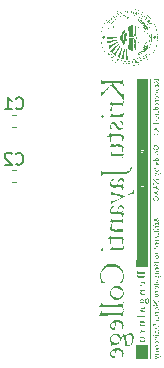
<source format=gbr>
%TF.GenerationSoftware,KiCad,Pcbnew,8.0.3*%
%TF.CreationDate,2024-07-10T12:56:16+05:30*%
%TF.ProjectId,Project_Rfid,50726f6a-6563-4745-9f52-6669642e6b69,rev?*%
%TF.SameCoordinates,Original*%
%TF.FileFunction,Legend,Bot*%
%TF.FilePolarity,Positive*%
%FSLAX46Y46*%
G04 Gerber Fmt 4.6, Leading zero omitted, Abs format (unit mm)*
G04 Created by KiCad (PCBNEW 8.0.3) date 2024-07-10 12:56:16*
%MOMM*%
%LPD*%
G01*
G04 APERTURE LIST*
%ADD10C,0.150000*%
%ADD11C,0.000000*%
%ADD12C,0.120000*%
G04 APERTURE END LIST*
D10*
X139345666Y-107514580D02*
X139393285Y-107562200D01*
X139393285Y-107562200D02*
X139536142Y-107609819D01*
X139536142Y-107609819D02*
X139631380Y-107609819D01*
X139631380Y-107609819D02*
X139774237Y-107562200D01*
X139774237Y-107562200D02*
X139869475Y-107466961D01*
X139869475Y-107466961D02*
X139917094Y-107371723D01*
X139917094Y-107371723D02*
X139964713Y-107181247D01*
X139964713Y-107181247D02*
X139964713Y-107038390D01*
X139964713Y-107038390D02*
X139917094Y-106847914D01*
X139917094Y-106847914D02*
X139869475Y-106752676D01*
X139869475Y-106752676D02*
X139774237Y-106657438D01*
X139774237Y-106657438D02*
X139631380Y-106609819D01*
X139631380Y-106609819D02*
X139536142Y-106609819D01*
X139536142Y-106609819D02*
X139393285Y-106657438D01*
X139393285Y-106657438D02*
X139345666Y-106705057D01*
X138964713Y-106705057D02*
X138917094Y-106657438D01*
X138917094Y-106657438D02*
X138821856Y-106609819D01*
X138821856Y-106609819D02*
X138583761Y-106609819D01*
X138583761Y-106609819D02*
X138488523Y-106657438D01*
X138488523Y-106657438D02*
X138440904Y-106705057D01*
X138440904Y-106705057D02*
X138393285Y-106800295D01*
X138393285Y-106800295D02*
X138393285Y-106895533D01*
X138393285Y-106895533D02*
X138440904Y-107038390D01*
X138440904Y-107038390D02*
X139012332Y-107609819D01*
X139012332Y-107609819D02*
X138393285Y-107609819D01*
X139345666Y-102815580D02*
X139393285Y-102863200D01*
X139393285Y-102863200D02*
X139536142Y-102910819D01*
X139536142Y-102910819D02*
X139631380Y-102910819D01*
X139631380Y-102910819D02*
X139774237Y-102863200D01*
X139774237Y-102863200D02*
X139869475Y-102767961D01*
X139869475Y-102767961D02*
X139917094Y-102672723D01*
X139917094Y-102672723D02*
X139964713Y-102482247D01*
X139964713Y-102482247D02*
X139964713Y-102339390D01*
X139964713Y-102339390D02*
X139917094Y-102148914D01*
X139917094Y-102148914D02*
X139869475Y-102053676D01*
X139869475Y-102053676D02*
X139774237Y-101958438D01*
X139774237Y-101958438D02*
X139631380Y-101910819D01*
X139631380Y-101910819D02*
X139536142Y-101910819D01*
X139536142Y-101910819D02*
X139393285Y-101958438D01*
X139393285Y-101958438D02*
X139345666Y-102006057D01*
X138393285Y-102910819D02*
X138964713Y-102910819D01*
X138678999Y-102910819D02*
X138678999Y-101910819D01*
X138678999Y-101910819D02*
X138774237Y-102053676D01*
X138774237Y-102053676D02*
X138869475Y-102148914D01*
X138869475Y-102148914D02*
X138964713Y-102196533D01*
D11*
%TO.C,G\u002A\u002A\u002A*%
G36*
X150693427Y-95425378D02*
G01*
X150693278Y-95425034D01*
X150693551Y-95425029D01*
X150693427Y-95425378D01*
G37*
G36*
X146493351Y-119466964D02*
G01*
X146485147Y-119475168D01*
X146476943Y-119466964D01*
X146485147Y-119458760D01*
X146493351Y-119466964D01*
G37*
G36*
X146591801Y-101795259D02*
G01*
X146583597Y-101803463D01*
X146575393Y-101795259D01*
X146583597Y-101787054D01*
X146591801Y-101795259D01*
G37*
G36*
X146706659Y-101631176D02*
G01*
X146698455Y-101639380D01*
X146690251Y-101631176D01*
X146698455Y-101622972D01*
X146706659Y-101631176D01*
G37*
G36*
X146723067Y-97808049D02*
G01*
X146714863Y-97816253D01*
X146706659Y-97808049D01*
X146714863Y-97799845D01*
X146723067Y-97808049D01*
G37*
G36*
X146755884Y-95839057D02*
G01*
X146747679Y-95847261D01*
X146739475Y-95839057D01*
X146747679Y-95830853D01*
X146755884Y-95839057D01*
G37*
G36*
X146772292Y-95806240D02*
G01*
X146764088Y-95814445D01*
X146755884Y-95806240D01*
X146764088Y-95798036D01*
X146772292Y-95806240D01*
G37*
G36*
X146788700Y-97890091D02*
G01*
X146780496Y-97898295D01*
X146772292Y-97890091D01*
X146780496Y-97881886D01*
X146788700Y-97890091D01*
G37*
G36*
X146887150Y-116365801D02*
G01*
X146878946Y-116374005D01*
X146870741Y-116365801D01*
X146878946Y-116357597D01*
X146887150Y-116365801D01*
G37*
G36*
X146936375Y-95461667D02*
G01*
X146928170Y-95469871D01*
X146919966Y-95461667D01*
X146928170Y-95453463D01*
X146936375Y-95461667D01*
G37*
G36*
X146936375Y-96922003D02*
G01*
X146928170Y-96930207D01*
X146919966Y-96922003D01*
X146928170Y-96913799D01*
X146936375Y-96922003D01*
G37*
G36*
X146969191Y-101335827D02*
G01*
X146960987Y-101344031D01*
X146952783Y-101335827D01*
X146960987Y-101327623D01*
X146969191Y-101335827D01*
G37*
G36*
X147166090Y-95773424D02*
G01*
X147157886Y-95781628D01*
X147149682Y-95773424D01*
X147157886Y-95765220D01*
X147166090Y-95773424D01*
G37*
G36*
X147264540Y-105044096D02*
G01*
X147256336Y-105052300D01*
X147248132Y-105044096D01*
X147256336Y-105035892D01*
X147264540Y-105044096D01*
G37*
G36*
X147297356Y-98595646D02*
G01*
X147289152Y-98603850D01*
X147280948Y-98595646D01*
X147289152Y-98587442D01*
X147297356Y-98595646D01*
G37*
G36*
X147297356Y-102484406D02*
G01*
X147289152Y-102492610D01*
X147280948Y-102484406D01*
X147289152Y-102476202D01*
X147297356Y-102484406D01*
G37*
G36*
X147346581Y-98021357D02*
G01*
X147338377Y-98029561D01*
X147330173Y-98021357D01*
X147338377Y-98013153D01*
X147346581Y-98021357D01*
G37*
G36*
X147346581Y-98234664D02*
G01*
X147338377Y-98242868D01*
X147330173Y-98234664D01*
X147338377Y-98226460D01*
X147346581Y-98234664D01*
G37*
G36*
X147379398Y-122223553D02*
G01*
X147371194Y-122231757D01*
X147362990Y-122223553D01*
X147371194Y-122215349D01*
X147379398Y-122223553D01*
G37*
G36*
X147445031Y-98119806D02*
G01*
X147436827Y-98128010D01*
X147428623Y-98119806D01*
X147436827Y-98111602D01*
X147445031Y-98119806D01*
G37*
G36*
X147445031Y-103288411D02*
G01*
X147436827Y-103296615D01*
X147428623Y-103288411D01*
X147436827Y-103280207D01*
X147445031Y-103288411D01*
G37*
G36*
X147477847Y-110688540D02*
G01*
X147469643Y-110696744D01*
X147461439Y-110688540D01*
X147469643Y-110680336D01*
X147477847Y-110688540D01*
G37*
G36*
X147510664Y-95970323D02*
G01*
X147502460Y-95978527D01*
X147494256Y-95970323D01*
X147502460Y-95962119D01*
X147510664Y-95970323D01*
G37*
G36*
X147527072Y-98530013D02*
G01*
X147518868Y-98538217D01*
X147510664Y-98530013D01*
X147518868Y-98521809D01*
X147527072Y-98530013D01*
G37*
G36*
X147543480Y-95986731D02*
G01*
X147535276Y-95994936D01*
X147527072Y-95986731D01*
X147535276Y-95978527D01*
X147543480Y-95986731D01*
G37*
G36*
X147559889Y-98513605D02*
G01*
X147551685Y-98521809D01*
X147543480Y-98513605D01*
X147551685Y-98505401D01*
X147559889Y-98513605D01*
G37*
G36*
X147707563Y-97299393D02*
G01*
X147699359Y-97307597D01*
X147691155Y-97299393D01*
X147699359Y-97291189D01*
X147707563Y-97299393D01*
G37*
G36*
X147707563Y-98923811D02*
G01*
X147699359Y-98932016D01*
X147691155Y-98923811D01*
X147699359Y-98915607D01*
X147707563Y-98923811D01*
G37*
G36*
X147740380Y-97282985D02*
G01*
X147732176Y-97291189D01*
X147723971Y-97282985D01*
X147732176Y-97274780D01*
X147740380Y-97282985D01*
G37*
G36*
X147789605Y-94690478D02*
G01*
X147781400Y-94698682D01*
X147773196Y-94690478D01*
X147781400Y-94682274D01*
X147789605Y-94690478D01*
G37*
G36*
X147806013Y-95658566D02*
G01*
X147797809Y-95666770D01*
X147789605Y-95658566D01*
X147797809Y-95650362D01*
X147806013Y-95658566D01*
G37*
G36*
X147806013Y-98497197D02*
G01*
X147797809Y-98505401D01*
X147789605Y-98497197D01*
X147797809Y-98488992D01*
X147806013Y-98497197D01*
G37*
G36*
X147822421Y-95117093D02*
G01*
X147814217Y-95125297D01*
X147806013Y-95117093D01*
X147814217Y-95108889D01*
X147822421Y-95117093D01*
G37*
G36*
X147855238Y-95117093D02*
G01*
X147847033Y-95125297D01*
X147838829Y-95117093D01*
X147847033Y-95108889D01*
X147855238Y-95117093D01*
G37*
G36*
X147855238Y-95510892D02*
G01*
X147847033Y-95519096D01*
X147838829Y-95510892D01*
X147847033Y-95502687D01*
X147855238Y-95510892D01*
G37*
G36*
X147871646Y-101122520D02*
G01*
X147863442Y-101130724D01*
X147855238Y-101122520D01*
X147863442Y-101114315D01*
X147871646Y-101122520D01*
G37*
G36*
X147871646Y-116054044D02*
G01*
X147863442Y-116062248D01*
X147855238Y-116054044D01*
X147863442Y-116045840D01*
X147871646Y-116054044D01*
G37*
G36*
X147888054Y-97857274D02*
G01*
X147879850Y-97865478D01*
X147871646Y-97857274D01*
X147879850Y-97849070D01*
X147888054Y-97857274D01*
G37*
G36*
X147904462Y-122075879D02*
G01*
X147896258Y-122084083D01*
X147888054Y-122075879D01*
X147896258Y-122067675D01*
X147904462Y-122075879D01*
G37*
G36*
X147920871Y-95215543D02*
G01*
X147912667Y-95223747D01*
X147904462Y-95215543D01*
X147912667Y-95207339D01*
X147920871Y-95215543D01*
G37*
G36*
X147920871Y-118055853D02*
G01*
X147912667Y-118064057D01*
X147904462Y-118055853D01*
X147912667Y-118047649D01*
X147920871Y-118055853D01*
G37*
G36*
X147953687Y-98004948D02*
G01*
X147945483Y-98013153D01*
X147937279Y-98004948D01*
X147945483Y-97996744D01*
X147953687Y-98004948D01*
G37*
G36*
X147970095Y-95428850D02*
G01*
X147961891Y-95437054D01*
X147953687Y-95428850D01*
X147961891Y-95420646D01*
X147970095Y-95428850D01*
G37*
G36*
X147986504Y-95461667D02*
G01*
X147978300Y-95469871D01*
X147970095Y-95461667D01*
X147978300Y-95453463D01*
X147986504Y-95461667D01*
G37*
G36*
X148002912Y-99038669D02*
G01*
X147994708Y-99046874D01*
X147986504Y-99038669D01*
X147994708Y-99030465D01*
X148002912Y-99038669D01*
G37*
G36*
X148019320Y-95510892D02*
G01*
X148011116Y-95519096D01*
X148002912Y-95510892D01*
X148011116Y-95502687D01*
X148019320Y-95510892D01*
G37*
G36*
X148019320Y-98316706D02*
G01*
X148011116Y-98324910D01*
X148002912Y-98316706D01*
X148011116Y-98308501D01*
X148019320Y-98316706D01*
G37*
G36*
X148035729Y-119023941D02*
G01*
X148027524Y-119032145D01*
X148019320Y-119023941D01*
X148027524Y-119015737D01*
X148035729Y-119023941D01*
G37*
G36*
X148052137Y-97430659D02*
G01*
X148043933Y-97438863D01*
X148035729Y-97430659D01*
X148043933Y-97422455D01*
X148052137Y-97430659D01*
G37*
G36*
X148052137Y-111131563D02*
G01*
X148043933Y-111139768D01*
X148035729Y-111131563D01*
X148043933Y-111123359D01*
X148052137Y-111131563D01*
G37*
G36*
X148084953Y-110475233D02*
G01*
X148076749Y-110483437D01*
X148068545Y-110475233D01*
X148076749Y-110467029D01*
X148084953Y-110475233D01*
G37*
G36*
X148084953Y-122256370D02*
G01*
X148076749Y-122264574D01*
X148068545Y-122256370D01*
X148076749Y-122248165D01*
X148084953Y-122256370D01*
G37*
G36*
X148117770Y-95445259D02*
G01*
X148109566Y-95453463D01*
X148101362Y-95445259D01*
X148109566Y-95437054D01*
X148117770Y-95445259D01*
G37*
G36*
X148134178Y-95478075D02*
G01*
X148125974Y-95486279D01*
X148117770Y-95478075D01*
X148125974Y-95469871D01*
X148134178Y-95478075D01*
G37*
G36*
X148150586Y-95510892D02*
G01*
X148142382Y-95519096D01*
X148134178Y-95510892D01*
X148142382Y-95502687D01*
X148150586Y-95510892D01*
G37*
G36*
X148199811Y-95051460D02*
G01*
X148191607Y-95059664D01*
X148183403Y-95051460D01*
X148191607Y-95043256D01*
X148199811Y-95051460D01*
G37*
G36*
X148199811Y-117940995D02*
G01*
X148191607Y-117949199D01*
X148183403Y-117940995D01*
X148191607Y-117932791D01*
X148199811Y-117940995D01*
G37*
G36*
X148232628Y-94920194D02*
G01*
X148224424Y-94928398D01*
X148216220Y-94920194D01*
X148224424Y-94911990D01*
X148232628Y-94920194D01*
G37*
G36*
X148232628Y-95264768D02*
G01*
X148224424Y-95272972D01*
X148216220Y-95264768D01*
X148224424Y-95256563D01*
X148232628Y-95264768D01*
G37*
G36*
X148249036Y-98808954D02*
G01*
X148240832Y-98817158D01*
X148232628Y-98808954D01*
X148240832Y-98800749D01*
X148249036Y-98808954D01*
G37*
G36*
X148265444Y-94920194D02*
G01*
X148257240Y-94928398D01*
X148249036Y-94920194D01*
X148257240Y-94911990D01*
X148265444Y-94920194D01*
G37*
G36*
X148265444Y-96561021D02*
G01*
X148257240Y-96569225D01*
X148249036Y-96561021D01*
X148257240Y-96552817D01*
X148265444Y-96561021D01*
G37*
G36*
X148265444Y-120845259D02*
G01*
X148257240Y-120853463D01*
X148249036Y-120845259D01*
X148257240Y-120837054D01*
X148265444Y-120845259D01*
G37*
G36*
X148281853Y-109343062D02*
G01*
X148273648Y-109351266D01*
X148265444Y-109343062D01*
X148273648Y-109334858D01*
X148281853Y-109343062D01*
G37*
G36*
X148298261Y-94509987D02*
G01*
X148290057Y-94518191D01*
X148281853Y-94509987D01*
X148290057Y-94501783D01*
X148298261Y-94509987D01*
G37*
G36*
X148298261Y-95248359D02*
G01*
X148290057Y-95256563D01*
X148281853Y-95248359D01*
X148290057Y-95240155D01*
X148298261Y-95248359D01*
G37*
G36*
X148396710Y-95199134D02*
G01*
X148388506Y-95207339D01*
X148380302Y-95199134D01*
X148388506Y-95190930D01*
X148396710Y-95199134D01*
G37*
G36*
X148396710Y-95396034D02*
G01*
X148388506Y-95404238D01*
X148380302Y-95396034D01*
X148388506Y-95387830D01*
X148396710Y-95396034D01*
G37*
G36*
X148413119Y-111065930D02*
G01*
X148404915Y-111074134D01*
X148396710Y-111065930D01*
X148404915Y-111057726D01*
X148413119Y-111065930D01*
G37*
G36*
X148445935Y-119860762D02*
G01*
X148437731Y-119868967D01*
X148429527Y-119860762D01*
X148437731Y-119852558D01*
X148445935Y-119860762D01*
G37*
G36*
X148495160Y-97758824D02*
G01*
X148486956Y-97767029D01*
X148478752Y-97758824D01*
X148486956Y-97750620D01*
X148495160Y-97758824D01*
G37*
G36*
X148495160Y-99137119D02*
G01*
X148486956Y-99145323D01*
X148478752Y-99137119D01*
X148486956Y-99128915D01*
X148495160Y-99137119D01*
G37*
G36*
X148511568Y-95281176D02*
G01*
X148503364Y-95289380D01*
X148495160Y-95281176D01*
X148503364Y-95272972D01*
X148511568Y-95281176D01*
G37*
G36*
X148560793Y-95084277D02*
G01*
X148552589Y-95092481D01*
X148544385Y-95084277D01*
X148552589Y-95076072D01*
X148560793Y-95084277D01*
G37*
G36*
X148593610Y-95051460D02*
G01*
X148585406Y-95059664D01*
X148577201Y-95051460D01*
X148585406Y-95043256D01*
X148593610Y-95051460D01*
G37*
G36*
X148610018Y-98726912D02*
G01*
X148601814Y-98735116D01*
X148593610Y-98726912D01*
X148601814Y-98718708D01*
X148610018Y-98726912D01*
G37*
G36*
X148675651Y-95051460D02*
G01*
X148667447Y-95059664D01*
X148659243Y-95051460D01*
X148667447Y-95043256D01*
X148675651Y-95051460D01*
G37*
G36*
X148692059Y-97332209D02*
G01*
X148683855Y-97340414D01*
X148675651Y-97332209D01*
X148683855Y-97324005D01*
X148692059Y-97332209D01*
G37*
G36*
X148692059Y-99071486D02*
G01*
X148683855Y-99079690D01*
X148675651Y-99071486D01*
X148683855Y-99063282D01*
X148692059Y-99071486D01*
G37*
G36*
X148708468Y-94608437D02*
G01*
X148700263Y-94616641D01*
X148692059Y-94608437D01*
X148700263Y-94600233D01*
X148708468Y-94608437D01*
G37*
G36*
X148708468Y-95330401D02*
G01*
X148700263Y-95338605D01*
X148692059Y-95330401D01*
X148700263Y-95322197D01*
X148708468Y-95330401D01*
G37*
G36*
X148774101Y-97299393D02*
G01*
X148765897Y-97307597D01*
X148757692Y-97299393D01*
X148765897Y-97291189D01*
X148774101Y-97299393D01*
G37*
G36*
X148823325Y-95018644D02*
G01*
X148815121Y-95026848D01*
X148806917Y-95018644D01*
X148815121Y-95010439D01*
X148823325Y-95018644D01*
G37*
G36*
X148856142Y-95002235D02*
G01*
X148847938Y-95010439D01*
X148839734Y-95002235D01*
X148847938Y-94994031D01*
X148856142Y-95002235D01*
G37*
G36*
X148872550Y-94706886D02*
G01*
X148864346Y-94715091D01*
X148856142Y-94706886D01*
X148864346Y-94698682D01*
X148872550Y-94706886D01*
G37*
G36*
X148888959Y-110097843D02*
G01*
X148880754Y-110106047D01*
X148872550Y-110097843D01*
X148880754Y-110089638D01*
X148888959Y-110097843D01*
G37*
G36*
X149003816Y-95199134D02*
G01*
X148995612Y-95207339D01*
X148987408Y-95199134D01*
X148995612Y-95190930D01*
X149003816Y-95199134D01*
G37*
G36*
X149003816Y-107882726D02*
G01*
X148995612Y-107890930D01*
X148987408Y-107882726D01*
X148995612Y-107874522D01*
X149003816Y-107882726D01*
G37*
G36*
X149036633Y-95806240D02*
G01*
X149028429Y-95814445D01*
X149020225Y-95806240D01*
X149028429Y-95798036D01*
X149036633Y-95806240D01*
G37*
G36*
X149118674Y-95231951D02*
G01*
X149110470Y-95240155D01*
X149102266Y-95231951D01*
X149110470Y-95223747D01*
X149118674Y-95231951D01*
G37*
G36*
X149151491Y-95133501D02*
G01*
X149143287Y-95141706D01*
X149135083Y-95133501D01*
X149143287Y-95125297D01*
X149151491Y-95133501D01*
G37*
G36*
X149151491Y-99055078D02*
G01*
X149143287Y-99063282D01*
X149135083Y-99055078D01*
X149143287Y-99046874D01*
X149151491Y-99055078D01*
G37*
G36*
X149381207Y-95674974D02*
G01*
X149373002Y-95683178D01*
X149364798Y-95674974D01*
X149373002Y-95666770D01*
X149381207Y-95674974D01*
G37*
G36*
X149414023Y-96905594D02*
G01*
X149405819Y-96913799D01*
X149397615Y-96905594D01*
X149405819Y-96897390D01*
X149414023Y-96905594D01*
G37*
G36*
X149561698Y-94509987D02*
G01*
X149553493Y-94518191D01*
X149545289Y-94509987D01*
X149553493Y-94501783D01*
X149561698Y-94509987D01*
G37*
G36*
X149594514Y-95018644D02*
G01*
X149586310Y-95026848D01*
X149578106Y-95018644D01*
X149586310Y-95010439D01*
X149594514Y-95018644D01*
G37*
G36*
X149627331Y-95035052D02*
G01*
X149619126Y-95043256D01*
X149610922Y-95035052D01*
X149619126Y-95026848D01*
X149627331Y-95035052D01*
G37*
G36*
X149660147Y-95051460D02*
G01*
X149651943Y-95059664D01*
X149643739Y-95051460D01*
X149651943Y-95043256D01*
X149660147Y-95051460D01*
G37*
G36*
X149676555Y-95084277D02*
G01*
X149668351Y-95092481D01*
X149660147Y-95084277D01*
X149668351Y-95076072D01*
X149676555Y-95084277D01*
G37*
G36*
X149676555Y-98726912D02*
G01*
X149668351Y-98735116D01*
X149660147Y-98726912D01*
X149668351Y-98718708D01*
X149676555Y-98726912D01*
G37*
G36*
X149709372Y-95100685D02*
G01*
X149701168Y-95108889D01*
X149692964Y-95100685D01*
X149701168Y-95092481D01*
X149709372Y-95100685D01*
G37*
G36*
X149742189Y-97036861D02*
G01*
X149733984Y-97045065D01*
X149725780Y-97036861D01*
X149733984Y-97028656D01*
X149742189Y-97036861D01*
G37*
G36*
X149758597Y-95117093D02*
G01*
X149750393Y-95125297D01*
X149742189Y-95117093D01*
X149750393Y-95108889D01*
X149758597Y-95117093D01*
G37*
G36*
X149758597Y-97200943D02*
G01*
X149750393Y-97209147D01*
X149742189Y-97200943D01*
X149750393Y-97192739D01*
X149758597Y-97200943D01*
G37*
G36*
X149758597Y-98333114D02*
G01*
X149750393Y-98341318D01*
X149742189Y-98333114D01*
X149750393Y-98324910D01*
X149758597Y-98333114D01*
G37*
G36*
X149775005Y-96511796D02*
G01*
X149766801Y-96520000D01*
X149758597Y-96511796D01*
X149766801Y-96503592D01*
X149775005Y-96511796D01*
G37*
G36*
X149775005Y-96889186D02*
G01*
X149766801Y-96897390D01*
X149758597Y-96889186D01*
X149766801Y-96880982D01*
X149775005Y-96889186D01*
G37*
G36*
X149775005Y-98776137D02*
G01*
X149766801Y-98784341D01*
X149758597Y-98776137D01*
X149766801Y-98767933D01*
X149775005Y-98776137D01*
G37*
G36*
X149791413Y-96987636D02*
G01*
X149783209Y-96995840D01*
X149775005Y-96987636D01*
X149783209Y-96979432D01*
X149791413Y-96987636D01*
G37*
G36*
X149791413Y-97086085D02*
G01*
X149783209Y-97094290D01*
X149775005Y-97086085D01*
X149783209Y-97077881D01*
X149791413Y-97086085D01*
G37*
G36*
X149791413Y-99071486D02*
G01*
X149783209Y-99079690D01*
X149775005Y-99071486D01*
X149783209Y-99063282D01*
X149791413Y-99071486D01*
G37*
G36*
X149791413Y-99104302D02*
G01*
X149783209Y-99112507D01*
X149775005Y-99104302D01*
X149783209Y-99096098D01*
X149791413Y-99104302D01*
G37*
G36*
X149807822Y-96511796D02*
G01*
X149799617Y-96520000D01*
X149791413Y-96511796D01*
X149799617Y-96503592D01*
X149807822Y-96511796D01*
G37*
G36*
X149807822Y-96856370D02*
G01*
X149799617Y-96864574D01*
X149791413Y-96856370D01*
X149799617Y-96848165D01*
X149807822Y-96856370D01*
G37*
G36*
X149807822Y-97529109D02*
G01*
X149799617Y-97537313D01*
X149791413Y-97529109D01*
X149799617Y-97520905D01*
X149807822Y-97529109D01*
G37*
G36*
X149824230Y-95986731D02*
G01*
X149816026Y-95994936D01*
X149807822Y-95986731D01*
X149816026Y-95978527D01*
X149824230Y-95986731D01*
G37*
G36*
X149824230Y-96150814D02*
G01*
X149816026Y-96159018D01*
X149807822Y-96150814D01*
X149816026Y-96142610D01*
X149824230Y-96150814D01*
G37*
G36*
X149824230Y-96922003D02*
G01*
X149816026Y-96930207D01*
X149807822Y-96922003D01*
X149816026Y-96913799D01*
X149824230Y-96922003D01*
G37*
G36*
X149824230Y-97069677D02*
G01*
X149816026Y-97077881D01*
X149807822Y-97069677D01*
X149816026Y-97061473D01*
X149824230Y-97069677D01*
G37*
G36*
X149824230Y-97430659D02*
G01*
X149816026Y-97438863D01*
X149807822Y-97430659D01*
X149816026Y-97422455D01*
X149824230Y-97430659D01*
G37*
G36*
X149824230Y-99087894D02*
G01*
X149816026Y-99096098D01*
X149807822Y-99087894D01*
X149816026Y-99079690D01*
X149824230Y-99087894D01*
G37*
G36*
X149840638Y-98169031D02*
G01*
X149832434Y-98177235D01*
X149824230Y-98169031D01*
X149832434Y-98160827D01*
X149840638Y-98169031D01*
G37*
G36*
X149906271Y-99022261D02*
G01*
X149898067Y-99030465D01*
X149889863Y-99022261D01*
X149898067Y-99014057D01*
X149906271Y-99022261D01*
G37*
G36*
X149922679Y-94608437D02*
G01*
X149914475Y-94616641D01*
X149906271Y-94608437D01*
X149914475Y-94600233D01*
X149922679Y-94608437D01*
G37*
G36*
X149922679Y-117776912D02*
G01*
X149914475Y-117785116D01*
X149906271Y-117776912D01*
X149914475Y-117768708D01*
X149922679Y-117776912D01*
G37*
G36*
X149955496Y-94624845D02*
G01*
X149947292Y-94633049D01*
X149939088Y-94624845D01*
X149947292Y-94616641D01*
X149955496Y-94624845D01*
G37*
G36*
X149955496Y-95067868D02*
G01*
X149947292Y-95076072D01*
X149939088Y-95067868D01*
X149947292Y-95059664D01*
X149955496Y-95067868D01*
G37*
G36*
X149988313Y-94641253D02*
G01*
X149980108Y-94649457D01*
X149971904Y-94641253D01*
X149980108Y-94633049D01*
X149988313Y-94641253D01*
G37*
G36*
X150021129Y-94657662D02*
G01*
X150012925Y-94665866D01*
X150004721Y-94657662D01*
X150012925Y-94649457D01*
X150021129Y-94657662D01*
G37*
G36*
X150021129Y-95035052D02*
G01*
X150012925Y-95043256D01*
X150004721Y-95035052D01*
X150012925Y-95026848D01*
X150021129Y-95035052D01*
G37*
G36*
X150037537Y-95445259D02*
G01*
X150029333Y-95453463D01*
X150021129Y-95445259D01*
X150029333Y-95437054D01*
X150037537Y-95445259D01*
G37*
G36*
X150053946Y-94674070D02*
G01*
X150045741Y-94682274D01*
X150037537Y-94674070D01*
X150045741Y-94665866D01*
X150053946Y-94674070D01*
G37*
G36*
X150135987Y-97430659D02*
G01*
X150127783Y-97438863D01*
X150119579Y-97430659D01*
X150127783Y-97422455D01*
X150135987Y-97430659D01*
G37*
G36*
X150168803Y-96085181D02*
G01*
X150160599Y-96093385D01*
X150152395Y-96085181D01*
X150160599Y-96076977D01*
X150168803Y-96085181D01*
G37*
G36*
X150168803Y-96282080D02*
G01*
X150160599Y-96290284D01*
X150152395Y-96282080D01*
X150160599Y-96273876D01*
X150168803Y-96282080D01*
G37*
G36*
X150185212Y-97414251D02*
G01*
X150177008Y-97422455D01*
X150168803Y-97414251D01*
X150177008Y-97406047D01*
X150185212Y-97414251D01*
G37*
G36*
X150218028Y-98874587D02*
G01*
X150209824Y-98882791D01*
X150201620Y-98874587D01*
X150209824Y-98866383D01*
X150218028Y-98874587D01*
G37*
G36*
X150218028Y-120090478D02*
G01*
X150209824Y-120098682D01*
X150201620Y-120090478D01*
X150209824Y-120082274D01*
X150218028Y-120090478D01*
G37*
G36*
X150300070Y-95970323D02*
G01*
X150291866Y-95978527D01*
X150283661Y-95970323D01*
X150291866Y-95962119D01*
X150300070Y-95970323D01*
G37*
G36*
X150332886Y-98497197D02*
G01*
X150324682Y-98505401D01*
X150316478Y-98497197D01*
X150324682Y-98488992D01*
X150332886Y-98497197D01*
G37*
G36*
X150398519Y-95789832D02*
G01*
X150390315Y-95798036D01*
X150382111Y-95789832D01*
X150390315Y-95781628D01*
X150398519Y-95789832D01*
G37*
G36*
X150398519Y-98726912D02*
G01*
X150390315Y-98735116D01*
X150382111Y-98726912D01*
X150390315Y-98718708D01*
X150398519Y-98726912D01*
G37*
G36*
X150431336Y-98726912D02*
G01*
X150423132Y-98735116D01*
X150414928Y-98726912D01*
X150423132Y-98718708D01*
X150431336Y-98726912D01*
G37*
G36*
X150513377Y-96347713D02*
G01*
X150505173Y-96355917D01*
X150496969Y-96347713D01*
X150505173Y-96339509D01*
X150513377Y-96347713D01*
G37*
G36*
X150546194Y-96429755D02*
G01*
X150537990Y-96437959D01*
X150529785Y-96429755D01*
X150537990Y-96421551D01*
X150546194Y-96429755D01*
G37*
G36*
X150562602Y-95560116D02*
G01*
X150554398Y-95568321D01*
X150546194Y-95560116D01*
X150554398Y-95551912D01*
X150562602Y-95560116D01*
G37*
G36*
X150579010Y-95839057D02*
G01*
X150570806Y-95847261D01*
X150562602Y-95839057D01*
X150570806Y-95830853D01*
X150579010Y-95839057D01*
G37*
G36*
X150611827Y-97758824D02*
G01*
X150603623Y-97767029D01*
X150595418Y-97758824D01*
X150603623Y-97750620D01*
X150611827Y-97758824D01*
G37*
G36*
X150923584Y-95445259D02*
G01*
X150915380Y-95453463D01*
X150907176Y-95445259D01*
X150915380Y-95437054D01*
X150923584Y-95445259D01*
G37*
G36*
X150989217Y-100334923D02*
G01*
X150981013Y-100343127D01*
X150972809Y-100334923D01*
X150981013Y-100326718D01*
X150989217Y-100334923D01*
G37*
G36*
X150989217Y-109277429D02*
G01*
X150981013Y-109285633D01*
X150972809Y-109277429D01*
X150981013Y-109269225D01*
X150989217Y-109277429D01*
G37*
G36*
X150989217Y-119581822D02*
G01*
X150981013Y-119590026D01*
X150972809Y-119581822D01*
X150981013Y-119573618D01*
X150989217Y-119581822D01*
G37*
G36*
X151005625Y-112657532D02*
G01*
X150997421Y-112665737D01*
X150989217Y-112657532D01*
X150997421Y-112649328D01*
X151005625Y-112657532D01*
G37*
G36*
X151005625Y-112887248D02*
G01*
X150997421Y-112895452D01*
X150989217Y-112887248D01*
X150997421Y-112879044D01*
X151005625Y-112887248D01*
G37*
G36*
X151136891Y-95888282D02*
G01*
X151128687Y-95896486D01*
X151120483Y-95888282D01*
X151128687Y-95880078D01*
X151136891Y-95888282D01*
G37*
G36*
X151136891Y-101581951D02*
G01*
X151128687Y-101590155D01*
X151120483Y-101581951D01*
X151128687Y-101573747D01*
X151136891Y-101581951D01*
G37*
G36*
X151136891Y-103682209D02*
G01*
X151128687Y-103690414D01*
X151120483Y-103682209D01*
X151128687Y-103674005D01*
X151136891Y-103682209D01*
G37*
G36*
X151136891Y-107570969D02*
G01*
X151128687Y-107579173D01*
X151120483Y-107570969D01*
X151128687Y-107562765D01*
X151136891Y-107570969D01*
G37*
G36*
X151153300Y-100564638D02*
G01*
X151145095Y-100572843D01*
X151136891Y-100564638D01*
X151145095Y-100556434D01*
X151153300Y-100564638D01*
G37*
G36*
X151153300Y-101220969D02*
G01*
X151145095Y-101229173D01*
X151136891Y-101220969D01*
X151145095Y-101212765D01*
X151153300Y-101220969D01*
G37*
G36*
X151153300Y-104666706D02*
G01*
X151145095Y-104674910D01*
X151136891Y-104666706D01*
X151145095Y-104658501D01*
X151153300Y-104666706D01*
G37*
G36*
X151153300Y-106783372D02*
G01*
X151145095Y-106791576D01*
X151136891Y-106783372D01*
X151145095Y-106775168D01*
X151153300Y-106783372D01*
G37*
G36*
X151153300Y-107505336D02*
G01*
X151145095Y-107513540D01*
X151136891Y-107505336D01*
X151145095Y-107497132D01*
X151153300Y-107505336D01*
G37*
G36*
X151153300Y-115939186D02*
G01*
X151145095Y-115947390D01*
X151136891Y-115939186D01*
X151145095Y-115930982D01*
X151153300Y-115939186D01*
G37*
G36*
X151153300Y-117104173D02*
G01*
X151145095Y-117112377D01*
X151136891Y-117104173D01*
X151145095Y-117095969D01*
X151153300Y-117104173D01*
G37*
G36*
X151153300Y-118531693D02*
G01*
X151145095Y-118539897D01*
X151136891Y-118531693D01*
X151145095Y-118523488D01*
X151153300Y-118531693D01*
G37*
G36*
X151153300Y-118712184D02*
G01*
X151145095Y-118720388D01*
X151136891Y-118712184D01*
X151145095Y-118703979D01*
X151153300Y-118712184D01*
G37*
G36*
X151153300Y-119778721D02*
G01*
X151145095Y-119786925D01*
X151136891Y-119778721D01*
X151145095Y-119770517D01*
X151153300Y-119778721D01*
G37*
G36*
X151169708Y-108030401D02*
G01*
X151161504Y-108038605D01*
X151153300Y-108030401D01*
X151161504Y-108022197D01*
X151169708Y-108030401D01*
G37*
G36*
X151169708Y-112198101D02*
G01*
X151161504Y-112206305D01*
X151153300Y-112198101D01*
X151161504Y-112189897D01*
X151169708Y-112198101D01*
G37*
G36*
X151169708Y-113002106D02*
G01*
X151161504Y-113010310D01*
X151153300Y-113002106D01*
X151161504Y-112993902D01*
X151169708Y-113002106D01*
G37*
G36*
X151169708Y-113395905D02*
G01*
X151161504Y-113404109D01*
X151153300Y-113395905D01*
X151161504Y-113387700D01*
X151169708Y-113395905D01*
G37*
G36*
X151169708Y-113674845D02*
G01*
X151161504Y-113683049D01*
X151153300Y-113674845D01*
X151161504Y-113666641D01*
X151169708Y-113674845D01*
G37*
G36*
X151169708Y-115200814D02*
G01*
X151161504Y-115209018D01*
X151153300Y-115200814D01*
X151161504Y-115192610D01*
X151169708Y-115200814D01*
G37*
G36*
X151169708Y-120664768D02*
G01*
X151161504Y-120672972D01*
X151153300Y-120664768D01*
X151161504Y-120656563D01*
X151169708Y-120664768D01*
G37*
G36*
X151169708Y-123372132D02*
G01*
X151161504Y-123380336D01*
X151153300Y-123372132D01*
X151161504Y-123363928D01*
X151169708Y-123372132D01*
G37*
G36*
X151235341Y-101040478D02*
G01*
X151227137Y-101048682D01*
X151218933Y-101040478D01*
X151227137Y-101032274D01*
X151235341Y-101040478D01*
G37*
G36*
X151235341Y-122371228D02*
G01*
X151227137Y-122379432D01*
X151218933Y-122371228D01*
X151227137Y-122363023D01*
X151235341Y-122371228D01*
G37*
G36*
X151268157Y-101253786D02*
G01*
X151259953Y-101261990D01*
X151251749Y-101253786D01*
X151259953Y-101245582D01*
X151268157Y-101253786D01*
G37*
G36*
X151268157Y-108489832D02*
G01*
X151259953Y-108498036D01*
X151251749Y-108489832D01*
X151259953Y-108481628D01*
X151268157Y-108489832D01*
G37*
G36*
X151268157Y-117497972D02*
G01*
X151259953Y-117506176D01*
X151251749Y-117497972D01*
X151259953Y-117489768D01*
X151268157Y-117497972D01*
G37*
G36*
X151284566Y-106783372D02*
G01*
X151276362Y-106791576D01*
X151268157Y-106783372D01*
X151276362Y-106775168D01*
X151284566Y-106783372D01*
G37*
G36*
X151284566Y-122354819D02*
G01*
X151276362Y-122363023D01*
X151268157Y-122354819D01*
X151276362Y-122346615D01*
X151284566Y-122354819D01*
G37*
G36*
X151300974Y-108473424D02*
G01*
X151292770Y-108481628D01*
X151284566Y-108473424D01*
X151292770Y-108465220D01*
X151300974Y-108473424D01*
G37*
G36*
X151300974Y-123864380D02*
G01*
X151292770Y-123872584D01*
X151284566Y-123864380D01*
X151292770Y-123856176D01*
X151300974Y-123864380D01*
G37*
G36*
X151300974Y-123995646D02*
G01*
X151292770Y-124003850D01*
X151284566Y-123995646D01*
X151292770Y-123987442D01*
X151300974Y-123995646D01*
G37*
G36*
X151317382Y-104469806D02*
G01*
X151309178Y-104478010D01*
X151300974Y-104469806D01*
X151309178Y-104461602D01*
X151317382Y-104469806D01*
G37*
G36*
X151317382Y-122338411D02*
G01*
X151309178Y-122346615D01*
X151300974Y-122338411D01*
X151309178Y-122330207D01*
X151317382Y-122338411D01*
G37*
G36*
X151333791Y-110376783D02*
G01*
X151325586Y-110384987D01*
X151317382Y-110376783D01*
X151325586Y-110368579D01*
X151333791Y-110376783D01*
G37*
G36*
X151350199Y-108457016D02*
G01*
X151341995Y-108465220D01*
X151333791Y-108457016D01*
X151341995Y-108448811D01*
X151350199Y-108457016D01*
G37*
G36*
X151350199Y-121452364D02*
G01*
X151341995Y-121460569D01*
X151333791Y-121452364D01*
X151341995Y-121444160D01*
X151350199Y-121452364D01*
G37*
G36*
X151366607Y-101680401D02*
G01*
X151358403Y-101688605D01*
X151350199Y-101680401D01*
X151358403Y-101672197D01*
X151366607Y-101680401D01*
G37*
G36*
X151366607Y-117038540D02*
G01*
X151358403Y-117046744D01*
X151350199Y-117038540D01*
X151358403Y-117030336D01*
X151366607Y-117038540D01*
G37*
G36*
X151383015Y-101204561D02*
G01*
X151374811Y-101212765D01*
X151366607Y-101204561D01*
X151374811Y-101196357D01*
X151383015Y-101204561D01*
G37*
G36*
X151383015Y-101385052D02*
G01*
X151374811Y-101393256D01*
X151366607Y-101385052D01*
X151374811Y-101376848D01*
X151383015Y-101385052D01*
G37*
G36*
X151383015Y-103747843D02*
G01*
X151374811Y-103756047D01*
X151366607Y-103747843D01*
X151374811Y-103739638D01*
X151383015Y-103747843D01*
G37*
G36*
X151383015Y-114396809D02*
G01*
X151374811Y-114405013D01*
X151366607Y-114396809D01*
X151374811Y-114388605D01*
X151383015Y-114396809D01*
G37*
G36*
X151383015Y-116497067D02*
G01*
X151374811Y-116505271D01*
X151366607Y-116497067D01*
X151374811Y-116488863D01*
X151383015Y-116497067D01*
G37*
G36*
X151383015Y-116693967D02*
G01*
X151374811Y-116702171D01*
X151366607Y-116693967D01*
X151374811Y-116685762D01*
X151383015Y-116693967D01*
G37*
G36*
X151383015Y-117514380D02*
G01*
X151374811Y-117522584D01*
X151366607Y-117514380D01*
X151374811Y-117506176D01*
X151383015Y-117514380D01*
G37*
G36*
X151383015Y-117629238D02*
G01*
X151374811Y-117637442D01*
X151366607Y-117629238D01*
X151374811Y-117621034D01*
X151383015Y-117629238D01*
G37*
G36*
X151383015Y-121698488D02*
G01*
X151374811Y-121706693D01*
X151366607Y-121698488D01*
X151374811Y-121690284D01*
X151383015Y-121698488D01*
G37*
G36*
X151399424Y-104633889D02*
G01*
X151391220Y-104642093D01*
X151383015Y-104633889D01*
X151391220Y-104625685D01*
X151399424Y-104633889D01*
G37*
G36*
X151399424Y-113740478D02*
G01*
X151391220Y-113748682D01*
X151383015Y-113740478D01*
X151391220Y-113732274D01*
X151399424Y-113740478D01*
G37*
G36*
X151415832Y-109441512D02*
G01*
X151407628Y-109449716D01*
X151399424Y-109441512D01*
X151407628Y-109433308D01*
X151415832Y-109441512D01*
G37*
G36*
X151415832Y-112083243D02*
G01*
X151407628Y-112091447D01*
X151399424Y-112083243D01*
X151407628Y-112075039D01*
X151415832Y-112083243D01*
G37*
G36*
X151415832Y-112198101D02*
G01*
X151407628Y-112206305D01*
X151399424Y-112198101D01*
X151407628Y-112189897D01*
X151415832Y-112198101D01*
G37*
G36*
X151415832Y-118269160D02*
G01*
X151407628Y-118277364D01*
X151399424Y-118269160D01*
X151407628Y-118260956D01*
X151415832Y-118269160D01*
G37*
G36*
X151415832Y-122945517D02*
G01*
X151407628Y-122953721D01*
X151399424Y-122945517D01*
X151407628Y-122937313D01*
X151415832Y-122945517D01*
G37*
G36*
X151481465Y-117022132D02*
G01*
X151473261Y-117030336D01*
X151465057Y-117022132D01*
X151473261Y-117013928D01*
X151481465Y-117022132D01*
G37*
G36*
X151481465Y-123913605D02*
G01*
X151473261Y-123921809D01*
X151465057Y-123913605D01*
X151473261Y-123905401D01*
X151481465Y-123913605D01*
G37*
G36*
X151514282Y-123897197D02*
G01*
X151506077Y-123905401D01*
X151497873Y-123897197D01*
X151506077Y-123888992D01*
X151514282Y-123897197D01*
G37*
G36*
X151530690Y-117268256D02*
G01*
X151522486Y-117276460D01*
X151514282Y-117268256D01*
X151522486Y-117260052D01*
X151530690Y-117268256D01*
G37*
G36*
X151563506Y-117235439D02*
G01*
X151555302Y-117243644D01*
X151547098Y-117235439D01*
X151555302Y-117227235D01*
X151563506Y-117235439D01*
G37*
G36*
X151579915Y-117202623D02*
G01*
X151571710Y-117210827D01*
X151563506Y-117202623D01*
X151571710Y-117194419D01*
X151579915Y-117202623D01*
G37*
G36*
X147306043Y-97817438D02*
G01*
X147308295Y-97827192D01*
X147305890Y-97829156D01*
X147286418Y-97827192D01*
X147283851Y-97822257D01*
X147297356Y-97816253D01*
X147306043Y-97817438D01*
G37*
G36*
X147362990Y-98456176D02*
G01*
X147361805Y-98464862D01*
X147352051Y-98467115D01*
X147350087Y-98464710D01*
X147352051Y-98445237D01*
X147356986Y-98442670D01*
X147362990Y-98456176D01*
G37*
G36*
X147502942Y-104118213D02*
G01*
X147505195Y-104127967D01*
X147502790Y-104129931D01*
X147483317Y-104127967D01*
X147480750Y-104123032D01*
X147494256Y-104117029D01*
X147502942Y-104118213D01*
G37*
G36*
X147667025Y-98883975D02*
G01*
X147669277Y-98893730D01*
X147666872Y-98895693D01*
X147647400Y-98893730D01*
X147644833Y-98888794D01*
X147658338Y-98882791D01*
X147667025Y-98883975D01*
G37*
G36*
X147781883Y-95684363D02*
G01*
X147784135Y-95694117D01*
X147781730Y-95696081D01*
X147762257Y-95694117D01*
X147759690Y-95689182D01*
X147773196Y-95683178D01*
X147781883Y-95684363D01*
G37*
G36*
X147837534Y-95263400D02*
G01*
X147836374Y-95280042D01*
X147828916Y-95284936D01*
X147825665Y-95279131D01*
X147827621Y-95253487D01*
X147833527Y-95245892D01*
X147837534Y-95263400D01*
G37*
G36*
X147888054Y-95223747D02*
G01*
X147886870Y-95232433D01*
X147877115Y-95234686D01*
X147875152Y-95232281D01*
X147877115Y-95212808D01*
X147882051Y-95210241D01*
X147888054Y-95223747D01*
G37*
G36*
X147927941Y-95537960D02*
G01*
X147932835Y-95545417D01*
X147927030Y-95548669D01*
X147901386Y-95546713D01*
X147893791Y-95540807D01*
X147911299Y-95536799D01*
X147927941Y-95537960D01*
G37*
G36*
X147920871Y-98439768D02*
G01*
X147919687Y-98448454D01*
X147909932Y-98450706D01*
X147907968Y-98448301D01*
X147909932Y-98428829D01*
X147914867Y-98426262D01*
X147920871Y-98439768D01*
G37*
G36*
X148068545Y-98932016D02*
G01*
X148067361Y-98940702D01*
X148057606Y-98942954D01*
X148055642Y-98940550D01*
X148057606Y-98921077D01*
X148062542Y-98918510D01*
X148068545Y-98932016D01*
G37*
G36*
X148092024Y-100509665D02*
G01*
X148096918Y-100517123D01*
X148091113Y-100520374D01*
X148065469Y-100518418D01*
X148057874Y-100512512D01*
X148075382Y-100508505D01*
X148092024Y-100509665D01*
G37*
G36*
X148192089Y-94535784D02*
G01*
X148194342Y-94545538D01*
X148191937Y-94547502D01*
X148172464Y-94545538D01*
X148169897Y-94540603D01*
X148183403Y-94534600D01*
X148192089Y-94535784D01*
G37*
G36*
X148216220Y-98849974D02*
G01*
X148215035Y-98858661D01*
X148205281Y-98860913D01*
X148203317Y-98858508D01*
X148205281Y-98839035D01*
X148210216Y-98836468D01*
X148216220Y-98849974D01*
G37*
G36*
X148241314Y-94519375D02*
G01*
X148243567Y-94529130D01*
X148241162Y-94531094D01*
X148221689Y-94529130D01*
X148219122Y-94524195D01*
X148232628Y-94518191D01*
X148241314Y-94519375D01*
G37*
G36*
X148290539Y-114816404D02*
G01*
X148292791Y-114826159D01*
X148290387Y-114828122D01*
X148270914Y-114826159D01*
X148268347Y-114821223D01*
X148281853Y-114815220D01*
X148290539Y-114816404D01*
G37*
G36*
X148313374Y-95411075D02*
G01*
X148312214Y-95427717D01*
X148304756Y-95432610D01*
X148301504Y-95426805D01*
X148303460Y-95401161D01*
X148309367Y-95393566D01*
X148313374Y-95411075D01*
G37*
G36*
X148445935Y-94649457D02*
G01*
X148444751Y-94658144D01*
X148434996Y-94660396D01*
X148433033Y-94657991D01*
X148434996Y-94638519D01*
X148439932Y-94635952D01*
X148445935Y-94649457D01*
G37*
G36*
X148471030Y-99179324D02*
G01*
X148473282Y-99189079D01*
X148470877Y-99191042D01*
X148451405Y-99189079D01*
X148448838Y-99184143D01*
X148462344Y-99178140D01*
X148471030Y-99179324D01*
G37*
G36*
X148502231Y-98671939D02*
G01*
X148507124Y-98679397D01*
X148501319Y-98682648D01*
X148475675Y-98680692D01*
X148468080Y-98674786D01*
X148485589Y-98670779D01*
X148502231Y-98671939D01*
G37*
G36*
X148717154Y-99212140D02*
G01*
X148719406Y-99221895D01*
X148717002Y-99223859D01*
X148697529Y-99221895D01*
X148694962Y-99216960D01*
X148708468Y-99210956D01*
X148717154Y-99212140D01*
G37*
G36*
X148938183Y-95256563D02*
G01*
X148936999Y-95265250D01*
X148927244Y-95267502D01*
X148925281Y-95265097D01*
X148927244Y-95245625D01*
X148932180Y-95243058D01*
X148938183Y-95256563D01*
G37*
G36*
X148963278Y-95175706D02*
G01*
X148965530Y-95185461D01*
X148963126Y-95187425D01*
X148943653Y-95185461D01*
X148941086Y-95180526D01*
X148954592Y-95174522D01*
X148963278Y-95175706D01*
G37*
G36*
X148984817Y-98964832D02*
G01*
X148982530Y-98987404D01*
X148976541Y-98985343D01*
X148974374Y-98977915D01*
X148976541Y-98944322D01*
X148982239Y-98941538D01*
X148984817Y-98964832D01*
G37*
G36*
X149012503Y-94781908D02*
G01*
X149014755Y-94791662D01*
X149012350Y-94793626D01*
X148992878Y-94791662D01*
X148990311Y-94786727D01*
X149003816Y-94780724D01*
X149012503Y-94781908D01*
G37*
G36*
X149028911Y-95110073D02*
G01*
X149031164Y-95119828D01*
X149028759Y-95121792D01*
X149009286Y-95119828D01*
X149006719Y-95114893D01*
X149020225Y-95108889D01*
X149028911Y-95110073D01*
G37*
G36*
X149094544Y-95126481D02*
G01*
X149096797Y-95136236D01*
X149094392Y-95138200D01*
X149074919Y-95136236D01*
X149072352Y-95131301D01*
X149085858Y-95125297D01*
X149094544Y-95126481D01*
G37*
G36*
X149125745Y-95193386D02*
G01*
X149130639Y-95200844D01*
X149124834Y-95204095D01*
X149099189Y-95202139D01*
X149091595Y-95196233D01*
X149109103Y-95192226D01*
X149125745Y-95193386D01*
G37*
G36*
X149127361Y-99080874D02*
G01*
X149129613Y-99090629D01*
X149127208Y-99092593D01*
X149107735Y-99090629D01*
X149105168Y-99085694D01*
X149118674Y-99079690D01*
X149127361Y-99080874D01*
G37*
G36*
X149160177Y-98998833D02*
G01*
X149162430Y-99008588D01*
X149160025Y-99010551D01*
X149140552Y-99008588D01*
X149137985Y-99003652D01*
X149151491Y-98997649D01*
X149160177Y-98998833D01*
G37*
G36*
X149488343Y-98637851D02*
G01*
X149490595Y-98647606D01*
X149488190Y-98649569D01*
X149468717Y-98647606D01*
X149466150Y-98642670D01*
X149479656Y-98636667D01*
X149488343Y-98637851D01*
G37*
G36*
X149537567Y-94995215D02*
G01*
X149539820Y-95004970D01*
X149537415Y-95006934D01*
X149517942Y-95004970D01*
X149515375Y-95000035D01*
X149528881Y-94994031D01*
X149537567Y-94995215D01*
G37*
G36*
X149636017Y-98736301D02*
G01*
X149638269Y-98746055D01*
X149635865Y-98748019D01*
X149616392Y-98746055D01*
X149613825Y-98741120D01*
X149627331Y-98735116D01*
X149636017Y-98736301D01*
G37*
G36*
X149709372Y-97192739D02*
G01*
X149708188Y-97201426D01*
X149698433Y-97203678D01*
X149696469Y-97201273D01*
X149698433Y-97181800D01*
X149703368Y-97179233D01*
X149709372Y-97192739D01*
G37*
G36*
X149706781Y-97537313D02*
G01*
X149704494Y-97559884D01*
X149698505Y-97557823D01*
X149696338Y-97550396D01*
X149698505Y-97516802D01*
X149704203Y-97514019D01*
X149706781Y-97537313D01*
G37*
G36*
X149748352Y-95983405D02*
G01*
X149746291Y-95989394D01*
X149738863Y-95991561D01*
X149705270Y-95989394D01*
X149702487Y-95983697D01*
X149725780Y-95981118D01*
X149748352Y-95983405D01*
G37*
G36*
X149750875Y-98736301D02*
G01*
X149753127Y-98746055D01*
X149750722Y-98748019D01*
X149731250Y-98746055D01*
X149728683Y-98741120D01*
X149742189Y-98735116D01*
X149750875Y-98736301D01*
G37*
G36*
X149757301Y-97380067D02*
G01*
X149756141Y-97396709D01*
X149748683Y-97401603D01*
X149745432Y-97395798D01*
X149747388Y-97370154D01*
X149753294Y-97362559D01*
X149757301Y-97380067D01*
G37*
G36*
X149791413Y-97406047D02*
G01*
X149790229Y-97414733D01*
X149780474Y-97416985D01*
X149778511Y-97414581D01*
X149780474Y-97395108D01*
X149785410Y-97392541D01*
X149791413Y-97406047D01*
G37*
G36*
X149791413Y-98817158D02*
G01*
X149790229Y-98825844D01*
X149780474Y-98828097D01*
X149778511Y-98825692D01*
X149780474Y-98806219D01*
X149785410Y-98803652D01*
X149791413Y-98817158D01*
G37*
G36*
X149854456Y-98718708D02*
G01*
X149852168Y-98741280D01*
X149846180Y-98739218D01*
X149844012Y-98731791D01*
X149846180Y-98698198D01*
X149851877Y-98695414D01*
X149854456Y-98718708D01*
G37*
G36*
X149947774Y-98998833D02*
G01*
X149950027Y-99008588D01*
X149947622Y-99010551D01*
X149928149Y-99008588D01*
X149925582Y-99003652D01*
X149939088Y-98997649D01*
X149947774Y-98998833D01*
G37*
G36*
X150029816Y-101115500D02*
G01*
X150032068Y-101125254D01*
X150029663Y-101127218D01*
X150010190Y-101125254D01*
X150007623Y-101120319D01*
X150021129Y-101114315D01*
X150029816Y-101115500D01*
G37*
G36*
X150152395Y-94747907D02*
G01*
X150151211Y-94756594D01*
X150141456Y-94758846D01*
X150139493Y-94756441D01*
X150141456Y-94736968D01*
X150146392Y-94734401D01*
X150152395Y-94747907D01*
G37*
G36*
X150226715Y-119689660D02*
G01*
X150228967Y-119699414D01*
X150226562Y-119701378D01*
X150207089Y-119699414D01*
X150204522Y-119694479D01*
X150218028Y-119688476D01*
X150226715Y-119689660D01*
G37*
G36*
X150292348Y-116604905D02*
G01*
X150294600Y-116614660D01*
X150292195Y-116616624D01*
X150272723Y-116614660D01*
X150270156Y-116609725D01*
X150283661Y-116603721D01*
X150292348Y-116604905D01*
G37*
G36*
X150364407Y-94886010D02*
G01*
X150363247Y-94902652D01*
X150355789Y-94907546D01*
X150352538Y-94901741D01*
X150354494Y-94876097D01*
X150360400Y-94868502D01*
X150364407Y-94886010D01*
G37*
G36*
X150529785Y-96388734D02*
G01*
X150528601Y-96397420D01*
X150518847Y-96399673D01*
X150516883Y-96397268D01*
X150518847Y-96377795D01*
X150523782Y-96375228D01*
X150529785Y-96388734D01*
G37*
G36*
X150546194Y-95830853D02*
G01*
X150545010Y-95839539D01*
X150535255Y-95841792D01*
X150533291Y-95839387D01*
X150535255Y-95819914D01*
X150540190Y-95817347D01*
X150546194Y-95830853D01*
G37*
G36*
X150571288Y-96471959D02*
G01*
X150573541Y-96481714D01*
X150571136Y-96483678D01*
X150551663Y-96481714D01*
X150549096Y-96476779D01*
X150562602Y-96470775D01*
X150571288Y-96471959D01*
G37*
G36*
X150618898Y-95341060D02*
G01*
X150623791Y-95348518D01*
X150617986Y-95351770D01*
X150592342Y-95349813D01*
X150584747Y-95343907D01*
X150602255Y-95339900D01*
X150618898Y-95341060D01*
G37*
G36*
X150989217Y-114683954D02*
G01*
X150988033Y-114692640D01*
X150978278Y-114694892D01*
X150976314Y-114692488D01*
X150978278Y-114673015D01*
X150983213Y-114670448D01*
X150989217Y-114683954D01*
G37*
G36*
X150987922Y-115987044D02*
G01*
X150986761Y-116003686D01*
X150979304Y-116008579D01*
X150976052Y-116002774D01*
X150978008Y-115977130D01*
X150983914Y-115969535D01*
X150987922Y-115987044D01*
G37*
G36*
X151145578Y-115439918D02*
G01*
X151147830Y-115449673D01*
X151145425Y-115451637D01*
X151125952Y-115449673D01*
X151123385Y-115444738D01*
X151136891Y-115438734D01*
X151145578Y-115439918D01*
G37*
G36*
X151389179Y-123089865D02*
G01*
X151387117Y-123095854D01*
X151379690Y-123098021D01*
X151346097Y-123095854D01*
X151343313Y-123090157D01*
X151366607Y-123087578D01*
X151389179Y-123089865D01*
G37*
G36*
X151408110Y-109319634D02*
G01*
X151410362Y-109329389D01*
X151407958Y-109331352D01*
X151388485Y-109329389D01*
X151385918Y-109324453D01*
X151399424Y-109318450D01*
X151408110Y-109319634D01*
G37*
G36*
X151408110Y-109893923D02*
G01*
X151410362Y-109903678D01*
X151407958Y-109905642D01*
X151388485Y-109903678D01*
X151385918Y-109898743D01*
X151399424Y-109892739D01*
X151408110Y-109893923D01*
G37*
G36*
X151399424Y-115996615D02*
G01*
X151398239Y-116005302D01*
X151388485Y-116007554D01*
X151386521Y-116005149D01*
X151388485Y-115985676D01*
X151393420Y-115983109D01*
X151399424Y-115996615D01*
G37*
G36*
X151415832Y-106561861D02*
G01*
X151414648Y-106570547D01*
X151404893Y-106572799D01*
X151402929Y-106570395D01*
X151404893Y-106550922D01*
X151409828Y-106548355D01*
X151415832Y-106561861D01*
G37*
G36*
X146698274Y-97734062D02*
G01*
X146710256Y-97748303D01*
X146712631Y-97770640D01*
X146705300Y-97776554D01*
X146688451Y-97764678D01*
X146675620Y-97738197D01*
X146678332Y-97724407D01*
X146698274Y-97734062D01*
G37*
G36*
X146925724Y-95498167D02*
G01*
X146934778Y-95510047D01*
X146912484Y-95513626D01*
X146902069Y-95511899D01*
X146897209Y-95499685D01*
X146900414Y-95496010D01*
X146921100Y-95495184D01*
X146925724Y-95498167D01*
G37*
G36*
X146971393Y-98203209D02*
G01*
X146983811Y-98213932D01*
X146971459Y-98222969D01*
X146956200Y-98224980D01*
X146938058Y-98216425D01*
X146940752Y-98200205D01*
X146947237Y-98197188D01*
X146971393Y-98203209D01*
G37*
G36*
X147124015Y-97410856D02*
G01*
X147115832Y-97426169D01*
X147103626Y-97431093D01*
X147101869Y-97423184D01*
X147114829Y-97401671D01*
X147116990Y-97399551D01*
X147129010Y-97391687D01*
X147124015Y-97410856D01*
G37*
G36*
X147408112Y-98052614D02*
G01*
X147433966Y-98076133D01*
X147445031Y-98089533D01*
X147444214Y-98093755D01*
X147431544Y-98089279D01*
X147402451Y-98058275D01*
X147371194Y-98021357D01*
X147408112Y-98052614D01*
G37*
G36*
X147531483Y-94864080D02*
G01*
X147522601Y-94885226D01*
X147514146Y-94881416D01*
X147512742Y-94870923D01*
X147524308Y-94842557D01*
X147525082Y-94841796D01*
X147535210Y-94838751D01*
X147531483Y-94864080D01*
G37*
G36*
X147662830Y-95825980D02*
G01*
X147674747Y-95848229D01*
X147673880Y-95857431D01*
X147665318Y-95861300D01*
X147652078Y-95838205D01*
X147649202Y-95825406D01*
X147658526Y-95822765D01*
X147662830Y-95825980D01*
G37*
G36*
X147797032Y-95138499D02*
G01*
X147804139Y-95152706D01*
X147780432Y-95158114D01*
X147768722Y-95155707D01*
X147765158Y-95141438D01*
X147769665Y-95136260D01*
X147790738Y-95134202D01*
X147797032Y-95138499D01*
G37*
G36*
X147773196Y-95798036D02*
G01*
X147782396Y-95812900D01*
X147787954Y-95828424D01*
X147773196Y-95822649D01*
X147768728Y-95819136D01*
X147757039Y-95792966D01*
X147760024Y-95785422D01*
X147773196Y-95798036D01*
G37*
G36*
X147918335Y-95656999D02*
G01*
X147925624Y-95662064D01*
X147937279Y-95675943D01*
X147937119Y-95678236D01*
X147927621Y-95681850D01*
X147911100Y-95664235D01*
X147907107Y-95655065D01*
X147918335Y-95656999D01*
G37*
G36*
X147926726Y-94970788D02*
G01*
X147940532Y-94978186D01*
X147953687Y-94995926D01*
X147946060Y-95000712D01*
X147921617Y-94990689D01*
X147898753Y-94973139D01*
X147899048Y-94964150D01*
X147926726Y-94970788D01*
G37*
G36*
X148058686Y-95374876D02*
G01*
X148070608Y-95387727D01*
X148076186Y-95401779D01*
X148065050Y-95403003D01*
X148045668Y-95389523D01*
X148035729Y-95369806D01*
X148040170Y-95364417D01*
X148058686Y-95374876D01*
G37*
G36*
X148177165Y-95290246D02*
G01*
X148181034Y-95298808D01*
X148157938Y-95312049D01*
X148145140Y-95314924D01*
X148142498Y-95305600D01*
X148145713Y-95301297D01*
X148167963Y-95289380D01*
X148177165Y-95290246D01*
G37*
G36*
X148210145Y-95374393D02*
G01*
X148211999Y-95384186D01*
X148182435Y-95387830D01*
X148163749Y-95384502D01*
X148158348Y-95372138D01*
X148165730Y-95365864D01*
X148192133Y-95365689D01*
X148210145Y-95374393D01*
G37*
G36*
X148187894Y-94890708D02*
G01*
X148199811Y-94912958D01*
X148198945Y-94922160D01*
X148190383Y-94926029D01*
X148177142Y-94902933D01*
X148174267Y-94890135D01*
X148183591Y-94887494D01*
X148187894Y-94890708D01*
G37*
G36*
X148198382Y-95165434D02*
G01*
X148214466Y-95180637D01*
X148210562Y-95195285D01*
X148182319Y-95195401D01*
X148162702Y-95186450D01*
X148164481Y-95170473D01*
X148172420Y-95164966D01*
X148198382Y-95165434D01*
G37*
G36*
X148295726Y-105239428D02*
G01*
X148299066Y-105241608D01*
X148314177Y-105257820D01*
X148307433Y-105265607D01*
X148303743Y-105264141D01*
X148288490Y-105246664D01*
X148284498Y-105237494D01*
X148295726Y-105239428D01*
G37*
G36*
X148335887Y-94478226D02*
G01*
X148351200Y-94486409D01*
X148356124Y-94498614D01*
X148348215Y-94500371D01*
X148326702Y-94487411D01*
X148324582Y-94485250D01*
X148316718Y-94473230D01*
X148335887Y-94478226D01*
G37*
G36*
X148410584Y-94459196D02*
G01*
X148417873Y-94464261D01*
X148429527Y-94478139D01*
X148429367Y-94480433D01*
X148419869Y-94484046D01*
X148403348Y-94466431D01*
X148399355Y-94457262D01*
X148410584Y-94459196D01*
G37*
G36*
X148960205Y-99039505D02*
G01*
X148948770Y-99056326D01*
X148930763Y-99062850D01*
X148921775Y-99048629D01*
X148924364Y-99041007D01*
X148945552Y-99024852D01*
X148959476Y-99022856D01*
X148960205Y-99039505D01*
G37*
G36*
X149136398Y-99124505D02*
G01*
X149157543Y-99133387D01*
X149153734Y-99141841D01*
X149143240Y-99143246D01*
X149114875Y-99131679D01*
X149114114Y-99130906D01*
X149111068Y-99120777D01*
X149136398Y-99124505D01*
G37*
G36*
X149369608Y-98678742D02*
G01*
X149384921Y-98686925D01*
X149389845Y-98699131D01*
X149381936Y-98700888D01*
X149360423Y-98687928D01*
X149358303Y-98685767D01*
X149350439Y-98673747D01*
X149369608Y-98678742D01*
G37*
G36*
X149421172Y-95737213D02*
G01*
X149412989Y-95752526D01*
X149400784Y-95757450D01*
X149399026Y-95749541D01*
X149411987Y-95728028D01*
X149414148Y-95725908D01*
X149426168Y-95718043D01*
X149421172Y-95737213D01*
G37*
G36*
X149539051Y-94469833D02*
G01*
X149542920Y-94478395D01*
X149519825Y-94491635D01*
X149507026Y-94494511D01*
X149504385Y-94485187D01*
X149507599Y-94480884D01*
X149529849Y-94468967D01*
X149539051Y-94469833D01*
G37*
G36*
X149599324Y-94511042D02*
G01*
X149614637Y-94519225D01*
X149619561Y-94531431D01*
X149611652Y-94533188D01*
X149590139Y-94520227D01*
X149588019Y-94518066D01*
X149580154Y-94506046D01*
X149599324Y-94511042D01*
G37*
G36*
X149703903Y-97053991D02*
G01*
X149703805Y-97060054D01*
X149698929Y-97076936D01*
X149685460Y-97062607D01*
X149683306Y-97057742D01*
X149689961Y-97038716D01*
X149696662Y-97037535D01*
X149703903Y-97053991D01*
G37*
G36*
X149716521Y-96803750D02*
G01*
X149708338Y-96819063D01*
X149696133Y-96823987D01*
X149694375Y-96816078D01*
X149707336Y-96794565D01*
X149709497Y-96792445D01*
X149721517Y-96784581D01*
X149716521Y-96803750D01*
G37*
G36*
X149766093Y-96115456D02*
G01*
X149787573Y-96126557D01*
X149786691Y-96134344D01*
X149757946Y-96130786D01*
X149739168Y-96123708D01*
X149732626Y-96113887D01*
X149739754Y-96111165D01*
X149766093Y-96115456D01*
G37*
G36*
X149782009Y-97131547D02*
G01*
X149771550Y-97150064D01*
X149758699Y-97161985D01*
X149744648Y-97167563D01*
X149743423Y-97156428D01*
X149756903Y-97137045D01*
X149776620Y-97127106D01*
X149782009Y-97131547D01*
G37*
G36*
X150300070Y-95050492D02*
G01*
X150299749Y-95058776D01*
X150291998Y-95075347D01*
X150276158Y-95060798D01*
X150273928Y-95054882D01*
X150283394Y-95035217D01*
X150291997Y-95033592D01*
X150300070Y-95050492D01*
G37*
G36*
X150330351Y-98528446D02*
G01*
X150333691Y-98530626D01*
X150348803Y-98546838D01*
X150342059Y-98554625D01*
X150338368Y-98553159D01*
X150323115Y-98535682D01*
X150319123Y-98526512D01*
X150330351Y-98528446D01*
G37*
G36*
X150763992Y-97335540D02*
G01*
X150775909Y-97357790D01*
X150775043Y-97366992D01*
X150766481Y-97370861D01*
X150753240Y-97347765D01*
X150750365Y-97334967D01*
X150759689Y-97332326D01*
X150763992Y-97335540D01*
G37*
G36*
X150931694Y-95480309D02*
G01*
X150942750Y-95487072D01*
X150946968Y-95504674D01*
X150937677Y-95511792D01*
X150917610Y-95506629D01*
X150907176Y-95485826D01*
X150910600Y-95479556D01*
X150931694Y-95480309D01*
G37*
G36*
X150997216Y-109170775D02*
G01*
X151013054Y-109205023D01*
X151014751Y-109230128D01*
X150997987Y-109233537D01*
X150986069Y-109215483D01*
X150978298Y-109178979D01*
X150973631Y-109129755D01*
X150997216Y-109170775D01*
G37*
G36*
X151038442Y-103151680D02*
G01*
X151033902Y-103171745D01*
X151011087Y-103178858D01*
X150983235Y-103164795D01*
X150980322Y-103144078D01*
X151004954Y-103127954D01*
X151030988Y-103127936D01*
X151038442Y-103151680D01*
G37*
G36*
X151387391Y-121413380D02*
G01*
X151375326Y-121422743D01*
X151357969Y-121424583D01*
X151358113Y-121417193D01*
X151378206Y-121404195D01*
X151381319Y-121403027D01*
X151397760Y-121399584D01*
X151387391Y-121413380D01*
G37*
G36*
X151399424Y-104436021D02*
G01*
X151399103Y-104444306D01*
X151391352Y-104460877D01*
X151375512Y-104446328D01*
X151373282Y-104440411D01*
X151382748Y-104420747D01*
X151391351Y-104419122D01*
X151399424Y-104436021D01*
G37*
G36*
X151393366Y-112116827D02*
G01*
X151399424Y-112139704D01*
X151397890Y-112162200D01*
X151390115Y-112171750D01*
X151377283Y-112149402D01*
X151374793Y-112136962D01*
X151383732Y-112115617D01*
X151393366Y-112116827D01*
G37*
G36*
X151502249Y-108385214D02*
G01*
X151490184Y-108394577D01*
X151472827Y-108396418D01*
X151472971Y-108389028D01*
X151493064Y-108376029D01*
X151496176Y-108374861D01*
X151512618Y-108371418D01*
X151502249Y-108385214D01*
G37*
G36*
X146553666Y-97106061D02*
G01*
X146558984Y-97133373D01*
X146555164Y-97161973D01*
X146542576Y-97184535D01*
X146531486Y-97180967D01*
X146526168Y-97153655D01*
X146529988Y-97125055D01*
X146542576Y-97102494D01*
X146553666Y-97106061D01*
G37*
G36*
X146755884Y-97822521D02*
G01*
X146755145Y-97825406D01*
X146739475Y-97840866D01*
X146733666Y-97843922D01*
X146723067Y-97842802D01*
X146723805Y-97839918D01*
X146739475Y-97824457D01*
X146745285Y-97821401D01*
X146755884Y-97822521D01*
G37*
G36*
X146772292Y-97855337D02*
G01*
X146771554Y-97858222D01*
X146755884Y-97873682D01*
X146750074Y-97876739D01*
X146739475Y-97875619D01*
X146740214Y-97872734D01*
X146755884Y-97857274D01*
X146761693Y-97854218D01*
X146772292Y-97855337D01*
G37*
G36*
X146923680Y-98144607D02*
G01*
X146936375Y-98151654D01*
X146935620Y-98154287D01*
X146919966Y-98169031D01*
X146913610Y-98171595D01*
X146903558Y-98161795D01*
X146904189Y-98157033D01*
X146919966Y-98144419D01*
X146923680Y-98144607D01*
G37*
G36*
X147090830Y-96337709D02*
G01*
X147100457Y-96366058D01*
X147098246Y-96376994D01*
X147084049Y-96380530D01*
X147077268Y-96374126D01*
X147067641Y-96345777D01*
X147069852Y-96334841D01*
X147084049Y-96331305D01*
X147090830Y-96337709D01*
G37*
G36*
X147116363Y-97332209D02*
G01*
X147114342Y-97343318D01*
X147100457Y-97373230D01*
X147091322Y-97384369D01*
X147084551Y-97381434D01*
X147086573Y-97370326D01*
X147100457Y-97340414D01*
X147109592Y-97329274D01*
X147116363Y-97332209D01*
G37*
G36*
X147104252Y-95683809D02*
G01*
X147116866Y-95699587D01*
X147116677Y-95703300D01*
X147109630Y-95715995D01*
X147106998Y-95715240D01*
X147092253Y-95699587D01*
X147089689Y-95693231D01*
X147099489Y-95683178D01*
X147104252Y-95683809D01*
G37*
G36*
X147105340Y-98409836D02*
G01*
X147126411Y-98430623D01*
X147130939Y-98436904D01*
X147147797Y-98464574D01*
X147142922Y-98468502D01*
X147116765Y-98447881D01*
X147096918Y-98424948D01*
X147093494Y-98408445D01*
X147105340Y-98409836D01*
G37*
G36*
X147149682Y-97453335D02*
G01*
X147149069Y-97458148D01*
X147133274Y-97479884D01*
X147126975Y-97482512D01*
X147116866Y-97473616D01*
X147117478Y-97468804D01*
X147133274Y-97447067D01*
X147139572Y-97444439D01*
X147149682Y-97453335D01*
G37*
G36*
X147138184Y-96186998D02*
G01*
X147149682Y-96201007D01*
X147149255Y-96202645D01*
X147133274Y-96208243D01*
X147128776Y-96207575D01*
X147116866Y-96190866D01*
X147118154Y-96184932D01*
X147133274Y-96183631D01*
X147138184Y-96186998D01*
G37*
G36*
X147166090Y-97494355D02*
G01*
X147165352Y-97497240D01*
X147149682Y-97512700D01*
X147143873Y-97515757D01*
X147133274Y-97514637D01*
X147134012Y-97511752D01*
X147149682Y-97496292D01*
X147155491Y-97493236D01*
X147166090Y-97494355D01*
G37*
G36*
X147346581Y-95262831D02*
G01*
X147345843Y-95265716D01*
X147330173Y-95281176D01*
X147324364Y-95284232D01*
X147313765Y-95283113D01*
X147314503Y-95280228D01*
X147330173Y-95264768D01*
X147335982Y-95261711D01*
X147346581Y-95262831D01*
G37*
G36*
X147354264Y-97874648D02*
G01*
X147369279Y-97898101D01*
X147378354Y-97922907D01*
X147372102Y-97925640D01*
X147354264Y-97907465D01*
X147339248Y-97884012D01*
X147330173Y-97859206D01*
X147336425Y-97856473D01*
X147354264Y-97874648D01*
G37*
G36*
X147414014Y-98671834D02*
G01*
X147424047Y-98691268D01*
X147429247Y-98715714D01*
X147422447Y-98724552D01*
X147405465Y-98709719D01*
X147392832Y-98686504D01*
X147391108Y-98663810D01*
X147397701Y-98659677D01*
X147414014Y-98671834D01*
G37*
G36*
X147477847Y-95960182D02*
G01*
X147477235Y-95964995D01*
X147461439Y-95986731D01*
X147455141Y-95989360D01*
X147445031Y-95980464D01*
X147445643Y-95975651D01*
X147461439Y-95953915D01*
X147467738Y-95951286D01*
X147477847Y-95960182D01*
G37*
G36*
X147477847Y-98281952D02*
G01*
X147477109Y-98284837D01*
X147461439Y-98300297D01*
X147455630Y-98303354D01*
X147445031Y-98302234D01*
X147445769Y-98299349D01*
X147461439Y-98283889D01*
X147467249Y-98280833D01*
X147477847Y-98281952D01*
G37*
G36*
X147481561Y-114470834D02*
G01*
X147494256Y-114477882D01*
X147493501Y-114480514D01*
X147477847Y-114495259D01*
X147471491Y-114497822D01*
X147461439Y-114488023D01*
X147462070Y-114483260D01*
X147477847Y-114470646D01*
X147481561Y-114470834D01*
G37*
G36*
X147536840Y-95853643D02*
G01*
X147531875Y-95879893D01*
X147523586Y-95897665D01*
X147508002Y-95903045D01*
X147506437Y-95901670D01*
X147506542Y-95882713D01*
X147519116Y-95858942D01*
X147535749Y-95847261D01*
X147536840Y-95853643D01*
G37*
G36*
X147600527Y-95767992D02*
G01*
X147609114Y-95789832D01*
X147608401Y-95801046D01*
X147602665Y-95814445D01*
X147598418Y-95811422D01*
X147586772Y-95789832D01*
X147584192Y-95777247D01*
X147593220Y-95765220D01*
X147600527Y-95767992D01*
G37*
G36*
X147662440Y-95697494D02*
G01*
X147668793Y-95702609D01*
X147689871Y-95724422D01*
X147684960Y-95732403D01*
X147676487Y-95726414D01*
X147656245Y-95703689D01*
X147647079Y-95691800D01*
X147643005Y-95683303D01*
X147662440Y-95697494D01*
G37*
G36*
X147731757Y-98621084D02*
G01*
X147707563Y-98644871D01*
X147684779Y-98661259D01*
X147674747Y-98659565D01*
X147681933Y-98645733D01*
X147707563Y-98624066D01*
X147728678Y-98612249D01*
X147740380Y-98609372D01*
X147731757Y-98621084D01*
G37*
G36*
X147728882Y-95875241D02*
G01*
X147740380Y-95889250D01*
X147739953Y-95890888D01*
X147723971Y-95896486D01*
X147719474Y-95895818D01*
X147707563Y-95879109D01*
X147708851Y-95873174D01*
X147723971Y-95871874D01*
X147728882Y-95875241D01*
G37*
G36*
X147904462Y-95459730D02*
G01*
X147903724Y-95462615D01*
X147888054Y-95478075D01*
X147882245Y-95481131D01*
X147871646Y-95480012D01*
X147872384Y-95477127D01*
X147888054Y-95461667D01*
X147893864Y-95458611D01*
X147904462Y-95459730D01*
G37*
G36*
X147941990Y-94830790D02*
G01*
X147942280Y-94844282D01*
X147939044Y-94847054D01*
X147917686Y-94870762D01*
X147910775Y-94873006D01*
X147908545Y-94852055D01*
X147914233Y-94831350D01*
X147933138Y-94825574D01*
X147941990Y-94830790D01*
G37*
G36*
X147924665Y-95339235D02*
G01*
X147937279Y-95355013D01*
X147937091Y-95358726D01*
X147930043Y-95371421D01*
X147927411Y-95370666D01*
X147912667Y-95355013D01*
X147910103Y-95348657D01*
X147919902Y-95338605D01*
X147924665Y-95339235D01*
G37*
G36*
X147957401Y-95273160D02*
G01*
X147970095Y-95280207D01*
X147969340Y-95282840D01*
X147953687Y-95297584D01*
X147947331Y-95300148D01*
X147937279Y-95290348D01*
X147937909Y-95285586D01*
X147953687Y-95272972D01*
X147957401Y-95273160D01*
G37*
G36*
X148039523Y-95536135D02*
G01*
X148052137Y-95551912D01*
X148051949Y-95555626D01*
X148044901Y-95568321D01*
X148042269Y-95567565D01*
X148027524Y-95551912D01*
X148024961Y-95545556D01*
X148034760Y-95535504D01*
X148039523Y-95536135D01*
G37*
G36*
X148249036Y-95049523D02*
G01*
X148248298Y-95052408D01*
X148232628Y-95067868D01*
X148226818Y-95070925D01*
X148216220Y-95069805D01*
X148216958Y-95066920D01*
X148232628Y-95051460D01*
X148238437Y-95048404D01*
X148249036Y-95049523D01*
G37*
G36*
X148270355Y-95284544D02*
G01*
X148281853Y-95298552D01*
X148281426Y-95300190D01*
X148265444Y-95305788D01*
X148260947Y-95305120D01*
X148249036Y-95288412D01*
X148250324Y-95282477D01*
X148265444Y-95281176D01*
X148270355Y-95284544D01*
G37*
G36*
X148295515Y-95323273D02*
G01*
X148321164Y-95334161D01*
X148324342Y-95339384D01*
X148314259Y-95352415D01*
X148303920Y-95353293D01*
X148277135Y-95340451D01*
X148268416Y-95327403D01*
X148284040Y-95322197D01*
X148295515Y-95323273D01*
G37*
G36*
X148320370Y-105639355D02*
G01*
X148322007Y-105660807D01*
X148318312Y-105665106D01*
X148296859Y-105666744D01*
X148292560Y-105663049D01*
X148290923Y-105641596D01*
X148294618Y-105637297D01*
X148316071Y-105635660D01*
X148320370Y-105639355D01*
G37*
G36*
X148400160Y-95301960D02*
G01*
X148426613Y-95315839D01*
X148422846Y-95328656D01*
X148390599Y-95332767D01*
X148366894Y-95326754D01*
X148358843Y-95311704D01*
X148368832Y-95302450D01*
X148397770Y-95301311D01*
X148400160Y-95301960D01*
G37*
G36*
X148482546Y-98801380D02*
G01*
X148495160Y-98817158D01*
X148494972Y-98820871D01*
X148487924Y-98833566D01*
X148485292Y-98832811D01*
X148470548Y-98817158D01*
X148467984Y-98810802D01*
X148477783Y-98800749D01*
X148482546Y-98801380D01*
G37*
G36*
X148519390Y-95324969D02*
G01*
X148527977Y-95346809D01*
X148527264Y-95358023D01*
X148521528Y-95371421D01*
X148517281Y-95368398D01*
X148505635Y-95346809D01*
X148503055Y-95334224D01*
X148512083Y-95322197D01*
X148519390Y-95324969D01*
G37*
G36*
X148577799Y-98686198D02*
G01*
X148592578Y-98689557D01*
X148577201Y-98702300D01*
X148554422Y-98714385D01*
X148534857Y-98716794D01*
X148536181Y-98702300D01*
X148544400Y-98694504D01*
X148574068Y-98686143D01*
X148577799Y-98686198D01*
G37*
G36*
X148577201Y-95227555D02*
G01*
X148597462Y-95244646D01*
X148610018Y-95268715D01*
X148601209Y-95274876D01*
X148577201Y-95256563D01*
X148554714Y-95231795D01*
X148544385Y-95215404D01*
X148552202Y-95214896D01*
X148577201Y-95227555D01*
G37*
G36*
X148659243Y-99045633D02*
G01*
X148656336Y-99053393D01*
X148634630Y-99069215D01*
X148622115Y-99072041D01*
X148610018Y-99064522D01*
X148612924Y-99056762D01*
X148634630Y-99040940D01*
X148647145Y-99038115D01*
X148659243Y-99045633D01*
G37*
G36*
X148630348Y-95027324D02*
G01*
X148642834Y-95043256D01*
X148642358Y-95047178D01*
X148626426Y-95059664D01*
X148622504Y-95059187D01*
X148610018Y-95043256D01*
X148610495Y-95039334D01*
X148626426Y-95026848D01*
X148630348Y-95027324D01*
G37*
G36*
X148685702Y-95131742D02*
G01*
X148692059Y-95158761D01*
X148691973Y-95165139D01*
X148686864Y-95182259D01*
X148669169Y-95171067D01*
X148658639Y-95158541D01*
X148655349Y-95135336D01*
X148676619Y-95125297D01*
X148685702Y-95131742D01*
G37*
G36*
X148679445Y-95076703D02*
G01*
X148692059Y-95092481D01*
X148691871Y-95096194D01*
X148684824Y-95108889D01*
X148682191Y-95108134D01*
X148667447Y-95092481D01*
X148664883Y-95086125D01*
X148674683Y-95076072D01*
X148679445Y-95076703D01*
G37*
G36*
X148732697Y-98869155D02*
G01*
X148741284Y-98890995D01*
X148740571Y-98902209D01*
X148734835Y-98915607D01*
X148730589Y-98912584D01*
X148718942Y-98890995D01*
X148716363Y-98878410D01*
X148725391Y-98866383D01*
X148732697Y-98869155D01*
G37*
G36*
X148745078Y-97324636D02*
G01*
X148757692Y-97340414D01*
X148757504Y-97344127D01*
X148750457Y-97356822D01*
X148747825Y-97356067D01*
X148733080Y-97340414D01*
X148730516Y-97334058D01*
X148740316Y-97324005D01*
X148745078Y-97324636D01*
G37*
G36*
X149110470Y-95267038D02*
G01*
X149122252Y-95272351D01*
X149135083Y-95282931D01*
X149132362Y-95285869D01*
X149110470Y-95289380D01*
X149099156Y-95287590D01*
X149085858Y-95273487D01*
X149089342Y-95266697D01*
X149110470Y-95267038D01*
G37*
G36*
X149238492Y-95147082D02*
G01*
X149237947Y-95152468D01*
X149224464Y-95155478D01*
X149188722Y-95153076D01*
X149185901Y-95152264D01*
X149183471Y-95147270D01*
X149208920Y-95144904D01*
X149212806Y-95144882D01*
X149238492Y-95147082D01*
G37*
G36*
X149266349Y-94606500D02*
G01*
X149265610Y-94609385D01*
X149249940Y-94624845D01*
X149244131Y-94627901D01*
X149233532Y-94626782D01*
X149234270Y-94623897D01*
X149249940Y-94608437D01*
X149255750Y-94605381D01*
X149266349Y-94606500D01*
G37*
G36*
X149305729Y-98695737D02*
G01*
X149319667Y-98702997D01*
X149325193Y-98714558D01*
X149316751Y-98717273D01*
X149289320Y-98712145D01*
X149275382Y-98704884D01*
X149269856Y-98693323D01*
X149278298Y-98690609D01*
X149305729Y-98695737D01*
G37*
G36*
X149403217Y-94438030D02*
G01*
X149411920Y-94441670D01*
X149389411Y-94452558D01*
X149364878Y-94462190D01*
X149339180Y-94466477D01*
X149340186Y-94452558D01*
X149353235Y-94443060D01*
X149386277Y-94437303D01*
X149403217Y-94438030D01*
G37*
G36*
X149414023Y-95689446D02*
G01*
X149413285Y-95692331D01*
X149397615Y-95707791D01*
X149391805Y-95710847D01*
X149381207Y-95709728D01*
X149381945Y-95706843D01*
X149397615Y-95691383D01*
X149403424Y-95688326D01*
X149414023Y-95689446D01*
G37*
G36*
X149414023Y-96755983D02*
G01*
X149413285Y-96758868D01*
X149397615Y-96774328D01*
X149391805Y-96777385D01*
X149381207Y-96776265D01*
X149381945Y-96773380D01*
X149397615Y-96757920D01*
X149403424Y-96754864D01*
X149414023Y-96755983D01*
G37*
G36*
X149476381Y-94455965D02*
G01*
X149463248Y-94468967D01*
X149449192Y-94476702D01*
X149422227Y-94484872D01*
X149417298Y-94481968D01*
X149430431Y-94468967D01*
X149444487Y-94461231D01*
X149471452Y-94453061D01*
X149476381Y-94455965D01*
G37*
G36*
X149451750Y-98664647D02*
G01*
X149463248Y-98678656D01*
X149462821Y-98680293D01*
X149446840Y-98685892D01*
X149442342Y-98685224D01*
X149430431Y-98668515D01*
X149431720Y-98662580D01*
X149446840Y-98661279D01*
X149451750Y-98664647D01*
G37*
G36*
X149706729Y-96132757D02*
G01*
X149709372Y-96159987D01*
X149706045Y-96178672D01*
X149693680Y-96184074D01*
X149693470Y-96183940D01*
X149686311Y-96164921D01*
X149690505Y-96139146D01*
X149702923Y-96126202D01*
X149706729Y-96132757D01*
G37*
G36*
X149707275Y-96909735D02*
G01*
X149709121Y-96942513D01*
X149708941Y-96951726D01*
X149704837Y-96973015D01*
X149694231Y-96964511D01*
X149687133Y-96939034D01*
X149690483Y-96910616D01*
X149702923Y-96897390D01*
X149707275Y-96909735D01*
G37*
G36*
X149706173Y-97381434D02*
G01*
X149706196Y-97385320D01*
X149703996Y-97411006D01*
X149698609Y-97410461D01*
X149695599Y-97396978D01*
X149698001Y-97361236D01*
X149698813Y-97358415D01*
X149703807Y-97355986D01*
X149706173Y-97381434D01*
G37*
G36*
X149782676Y-96081925D02*
G01*
X149803291Y-96084499D01*
X149795515Y-96088557D01*
X149769492Y-96091271D01*
X149721678Y-96088557D01*
X149713366Y-96085998D01*
X149723108Y-96082726D01*
X149758597Y-96081446D01*
X149782676Y-96081925D01*
G37*
G36*
X149782676Y-97460219D02*
G01*
X149803291Y-97462794D01*
X149795515Y-97466851D01*
X149769492Y-97469566D01*
X149721678Y-97466851D01*
X149713366Y-97464293D01*
X149723108Y-97461020D01*
X149758597Y-97459740D01*
X149782676Y-97460219D01*
G37*
G36*
X149738803Y-96530769D02*
G01*
X149761251Y-96539707D01*
X149775005Y-96554379D01*
X149763423Y-96558919D01*
X149733915Y-96549800D01*
X149727882Y-96546988D01*
X149701049Y-96530963D01*
X149704881Y-96524812D01*
X149738803Y-96530769D01*
G37*
G36*
X149812732Y-97023820D02*
G01*
X149824230Y-97037829D01*
X149823803Y-97039466D01*
X149807822Y-97045065D01*
X149803324Y-97044397D01*
X149791413Y-97027688D01*
X149792702Y-97021753D01*
X149807822Y-97020452D01*
X149812732Y-97023820D01*
G37*
G36*
X149873455Y-99036733D02*
G01*
X149872716Y-99039618D01*
X149857046Y-99055078D01*
X149851237Y-99058134D01*
X149840638Y-99057014D01*
X149841376Y-99054129D01*
X149857046Y-99038669D01*
X149862856Y-99035613D01*
X149873455Y-99036733D01*
G37*
G36*
X149992235Y-95060141D02*
G01*
X150004721Y-95076072D01*
X150004244Y-95079994D01*
X149988313Y-95092481D01*
X149984391Y-95092004D01*
X149971904Y-95076072D01*
X149972381Y-95072150D01*
X149988313Y-95059664D01*
X149992235Y-95060141D01*
G37*
G36*
X150045359Y-95259336D02*
G01*
X150053946Y-95281176D01*
X150053233Y-95292390D01*
X150047497Y-95305788D01*
X150043250Y-95302765D01*
X150031604Y-95281176D01*
X150029024Y-95268591D01*
X150038052Y-95256563D01*
X150045359Y-95259336D01*
G37*
G36*
X150546194Y-123454173D02*
G01*
X150546194Y-124053075D01*
X150041639Y-124053075D01*
X149537085Y-124053075D01*
X149537085Y-123454173D01*
X149537085Y-122855271D01*
X150041639Y-122855271D01*
X150546194Y-122855271D01*
X150546194Y-123454173D01*
G37*
G36*
X150086762Y-94706886D02*
G01*
X150107263Y-94715859D01*
X150113848Y-94726291D01*
X150101397Y-94728954D01*
X150070354Y-94723295D01*
X150049853Y-94714322D01*
X150043268Y-94703890D01*
X150055719Y-94701227D01*
X150086762Y-94706886D01*
G37*
G36*
X150074148Y-98620889D02*
G01*
X150086762Y-98636667D01*
X150086574Y-98640380D01*
X150079526Y-98653075D01*
X150076894Y-98652320D01*
X150062150Y-98636667D01*
X150059586Y-98630311D01*
X150069386Y-98620259D01*
X150074148Y-98620889D01*
G37*
G36*
X150181829Y-94961335D02*
G01*
X150207089Y-94972153D01*
X150209043Y-94974427D01*
X150209551Y-94991570D01*
X150202542Y-94993168D01*
X150181657Y-94980631D01*
X150173095Y-94969539D01*
X150179195Y-94961215D01*
X150181829Y-94961335D01*
G37*
G36*
X150193416Y-94758382D02*
G01*
X150204983Y-94764490D01*
X150218028Y-94781964D01*
X150214586Y-94787832D01*
X150193416Y-94786657D01*
X150181848Y-94780549D01*
X150168803Y-94763075D01*
X150172246Y-94757207D01*
X150193416Y-94758382D01*
G37*
G36*
X150254639Y-94797762D02*
G01*
X150267253Y-94813540D01*
X150267065Y-94817254D01*
X150260017Y-94829948D01*
X150257385Y-94829193D01*
X150242641Y-94813540D01*
X150240077Y-94807184D01*
X150249876Y-94797132D01*
X150254639Y-94797762D01*
G37*
G36*
X150304980Y-94841520D02*
G01*
X150316478Y-94855529D01*
X150316051Y-94857167D01*
X150300070Y-94862765D01*
X150295572Y-94862097D01*
X150283661Y-94845388D01*
X150284950Y-94839454D01*
X150300070Y-94838153D01*
X150304980Y-94841520D01*
G37*
G36*
X150549988Y-119246083D02*
G01*
X150562602Y-119261861D01*
X150562414Y-119265574D01*
X150555366Y-119278269D01*
X150552734Y-119277514D01*
X150537990Y-119261861D01*
X150535426Y-119255505D01*
X150545225Y-119245452D01*
X150549988Y-119246083D01*
G37*
G36*
X150743093Y-96206306D02*
G01*
X150742480Y-96211119D01*
X150726685Y-96232855D01*
X150720386Y-96235484D01*
X150710276Y-96226588D01*
X150710889Y-96221775D01*
X150726685Y-96200039D01*
X150732983Y-96197410D01*
X150743093Y-96206306D01*
G37*
G36*
X150759501Y-96255531D02*
G01*
X150758889Y-96260344D01*
X150743093Y-96282080D01*
X150736794Y-96284709D01*
X150726685Y-96275813D01*
X150727297Y-96271000D01*
X150743093Y-96249264D01*
X150749392Y-96246635D01*
X150759501Y-96255531D01*
G37*
G36*
X150792318Y-112181693D02*
G01*
X150792318Y-124053075D01*
X150743093Y-124053075D01*
X150693868Y-124053075D01*
X150693868Y-112181693D01*
X150693868Y-100310310D01*
X150743093Y-100310310D01*
X150792318Y-100310310D01*
X150792318Y-112181693D01*
G37*
G36*
X150775909Y-96304756D02*
G01*
X150775297Y-96309569D01*
X150759501Y-96331305D01*
X150753203Y-96333934D01*
X150743093Y-96325038D01*
X150743705Y-96320225D01*
X150759501Y-96298488D01*
X150765800Y-96295860D01*
X150775909Y-96304756D01*
G37*
G36*
X150927561Y-98161089D02*
G01*
X150939992Y-98174501D01*
X150937490Y-98180574D01*
X150916101Y-98188174D01*
X150905681Y-98186486D01*
X150900662Y-98174501D01*
X150902000Y-98172582D01*
X150924552Y-98160827D01*
X150927561Y-98161089D01*
G37*
G36*
X150977719Y-95530668D02*
G01*
X150989217Y-95544676D01*
X150988790Y-95546314D01*
X150972809Y-95551912D01*
X150968311Y-95551245D01*
X150956400Y-95534536D01*
X150957689Y-95528601D01*
X150972809Y-95527300D01*
X150977719Y-95530668D01*
G37*
G36*
X150997058Y-121430883D02*
G01*
X151005625Y-121453333D01*
X151003264Y-121465053D01*
X150989217Y-121468773D01*
X150984736Y-121465414D01*
X150972809Y-121443192D01*
X150973278Y-121439529D01*
X150989217Y-121427752D01*
X150997058Y-121430883D01*
G37*
G36*
X151082391Y-115934947D02*
G01*
X151105079Y-115937537D01*
X151099973Y-115942293D01*
X151084159Y-115944844D01*
X151042544Y-115942293D01*
X151037888Y-115940759D01*
X151041406Y-115936499D01*
X151071258Y-115934789D01*
X151082391Y-115934947D01*
G37*
G36*
X151125393Y-112217877D02*
G01*
X151136891Y-112231886D01*
X151136465Y-112233523D01*
X151120483Y-112239122D01*
X151115986Y-112238454D01*
X151104075Y-112221745D01*
X151105363Y-112215810D01*
X151120483Y-112214509D01*
X151125393Y-112217877D01*
G37*
G36*
X151140890Y-123161116D02*
G01*
X151145149Y-123179182D01*
X151141938Y-123205825D01*
X151131756Y-123226858D01*
X151124721Y-123226283D01*
X151120483Y-123203548D01*
X151123017Y-123181948D01*
X151134093Y-123160554D01*
X151140890Y-123161116D01*
G37*
G36*
X151144440Y-107138927D02*
G01*
X151153300Y-107160762D01*
X151151448Y-107172085D01*
X151136891Y-107185375D01*
X151129343Y-107182598D01*
X151120483Y-107160762D01*
X151122334Y-107149440D01*
X151136891Y-107136150D01*
X151144440Y-107138927D01*
G37*
G36*
X151153300Y-103614640D02*
G01*
X151152561Y-103617525D01*
X151136891Y-103632985D01*
X151131082Y-103636041D01*
X151120483Y-103634921D01*
X151121221Y-103632036D01*
X151136891Y-103616576D01*
X151142701Y-103613520D01*
X151153300Y-103614640D01*
G37*
G36*
X151144733Y-114621451D02*
G01*
X151153300Y-114643901D01*
X151150938Y-114655621D01*
X151136891Y-114659341D01*
X151132410Y-114655983D01*
X151120483Y-114633760D01*
X151120953Y-114630097D01*
X151136891Y-114618321D01*
X151144733Y-114621451D01*
G37*
G36*
X151153300Y-102837184D02*
G01*
X151153180Y-102845081D01*
X151148304Y-102864950D01*
X151133610Y-102856874D01*
X151122368Y-102839822D01*
X151133610Y-102817494D01*
X151137618Y-102813725D01*
X151149991Y-102811103D01*
X151153300Y-102837184D01*
G37*
G36*
X151153300Y-103985762D02*
G01*
X151153180Y-103993660D01*
X151148304Y-104013529D01*
X151133610Y-104005452D01*
X151122368Y-103988401D01*
X151133610Y-103966072D01*
X151137618Y-103962303D01*
X151149991Y-103959682D01*
X151153300Y-103985762D01*
G37*
G36*
X151226681Y-101131592D02*
G01*
X151229974Y-101139911D01*
X151210638Y-101163641D01*
X151183716Y-101186491D01*
X151170483Y-101183772D01*
X151175370Y-101156044D01*
X151183527Y-101143814D01*
X151212757Y-101130724D01*
X151226681Y-101131592D01*
G37*
G36*
X151234271Y-113612092D02*
G01*
X151225417Y-113640592D01*
X151218021Y-113652791D01*
X151200805Y-113657374D01*
X151194102Y-113652267D01*
X151187982Y-113630297D01*
X151210729Y-113611482D01*
X151226034Y-113606490D01*
X151234271Y-113612092D01*
G37*
G36*
X151308321Y-96415382D02*
G01*
X151311544Y-96446151D01*
X151310368Y-96458382D01*
X151301137Y-96484264D01*
X151289985Y-96480192D01*
X151284566Y-96446163D01*
X151288205Y-96419194D01*
X151299238Y-96405142D01*
X151308321Y-96415382D01*
G37*
G36*
X151350199Y-109406965D02*
G01*
X151346903Y-109411780D01*
X151324282Y-109420135D01*
X151295191Y-109423466D01*
X151277561Y-109418840D01*
X151282871Y-109410508D01*
X151310361Y-109404156D01*
X151336227Y-109403487D01*
X151350199Y-109406965D01*
G37*
G36*
X151386251Y-109375602D02*
G01*
X151399424Y-109395022D01*
X151398914Y-109403685D01*
X151393229Y-109416899D01*
X151387559Y-109413854D01*
X151368877Y-109395022D01*
X151359760Y-109378668D01*
X151375072Y-109373144D01*
X151386251Y-109375602D01*
G37*
G36*
X151403218Y-104363783D02*
G01*
X151415832Y-104379561D01*
X151415644Y-104383274D01*
X151408596Y-104395969D01*
X151405964Y-104395214D01*
X151391220Y-104379561D01*
X151388656Y-104373205D01*
X151398455Y-104363153D01*
X151403218Y-104363783D01*
G37*
G36*
X151403346Y-112305231D02*
G01*
X151415832Y-112321163D01*
X151415355Y-112325085D01*
X151399424Y-112337571D01*
X151395502Y-112337094D01*
X151383015Y-112321163D01*
X151383492Y-112317241D01*
X151399424Y-112304755D01*
X151403346Y-112305231D01*
G37*
G36*
X151415832Y-104493450D02*
G01*
X151415201Y-104498213D01*
X151399424Y-104510827D01*
X151395710Y-104510639D01*
X151383015Y-104503591D01*
X151383770Y-104500959D01*
X151399424Y-104486215D01*
X151405780Y-104483651D01*
X151415832Y-104493450D01*
G37*
G36*
X151415832Y-110023037D02*
G01*
X151415201Y-110027800D01*
X151399424Y-110040414D01*
X151395710Y-110040225D01*
X151383015Y-110033178D01*
X151383770Y-110030546D01*
X151399424Y-110015801D01*
X151405780Y-110013237D01*
X151415832Y-110023037D01*
G37*
G36*
X151568866Y-108293796D02*
G01*
X151579915Y-108316262D01*
X151576890Y-108341618D01*
X151561483Y-108356305D01*
X151534987Y-108340595D01*
X151523135Y-108325658D01*
X151523932Y-108303449D01*
X151555777Y-108291175D01*
X151568866Y-108293796D01*
G37*
G36*
X147625522Y-95909315D02*
G01*
X147613185Y-95918792D01*
X147580399Y-95924648D01*
X147558988Y-95925459D01*
X147549177Y-95922725D01*
X147568093Y-95912972D01*
X147589536Y-95904492D01*
X147613216Y-95897639D01*
X147614151Y-95897588D01*
X147625522Y-95909315D01*
G37*
G36*
X147616806Y-98643027D02*
G01*
X147626998Y-98649840D01*
X147653634Y-98671765D01*
X147650942Y-98682834D01*
X147619073Y-98685892D01*
X147592174Y-98679904D01*
X147569462Y-98658931D01*
X147564354Y-98630619D01*
X147580072Y-98624551D01*
X147616806Y-98643027D01*
G37*
G36*
X147615535Y-95049602D02*
G01*
X147625522Y-95077244D01*
X147625302Y-95088505D01*
X147619766Y-95101626D01*
X147600909Y-95086621D01*
X147586507Y-95070433D01*
X147576297Y-95052632D01*
X147579029Y-95048352D01*
X147600909Y-95043256D01*
X147615535Y-95049602D01*
G37*
G36*
X148493883Y-94439283D02*
G01*
X148517038Y-94447089D01*
X148524719Y-94458330D01*
X148511527Y-94462987D01*
X148469723Y-94453426D01*
X148469451Y-94453345D01*
X148437730Y-94443287D01*
X148436235Y-94439131D01*
X148463711Y-94437560D01*
X148493883Y-94439283D01*
G37*
G36*
X150181933Y-98791115D02*
G01*
X150160599Y-98813414D01*
X150132780Y-98832858D01*
X150106579Y-98837381D01*
X150096632Y-98832223D01*
X150090380Y-98815032D01*
X150108385Y-98797741D01*
X150145456Y-98787067D01*
X150177446Y-98784402D01*
X150181933Y-98791115D01*
G37*
G36*
X150411269Y-98052903D02*
G01*
X150408600Y-98062026D01*
X150383252Y-98085957D01*
X150365103Y-98101787D01*
X150355762Y-98104309D01*
X150359838Y-98083031D01*
X150368653Y-98065150D01*
X150391514Y-98051439D01*
X150392970Y-98051439D01*
X150411269Y-98052903D01*
G37*
G36*
X151025131Y-122031782D02*
G01*
X151038442Y-122057200D01*
X151027872Y-122081183D01*
X151001453Y-122091055D01*
X150974947Y-122078455D01*
X150972777Y-122075587D01*
X150967653Y-122047359D01*
X150983736Y-122025744D01*
X151012173Y-122023748D01*
X151025131Y-122031782D01*
G37*
G36*
X151023514Y-123422272D02*
G01*
X151037137Y-123441827D01*
X151034527Y-123466719D01*
X151015838Y-123478786D01*
X151002306Y-123475846D01*
X150974399Y-123456089D01*
X150964892Y-123437047D01*
X150982075Y-123423220D01*
X150996806Y-123419453D01*
X151023514Y-123422272D01*
G37*
G36*
X151014376Y-113437379D02*
G01*
X151029864Y-113455431D01*
X151030194Y-113480928D01*
X151002335Y-113495321D01*
X150987594Y-113493524D01*
X150981459Y-113472142D01*
X150983952Y-113458464D01*
X150987962Y-113430814D01*
X150993755Y-113426427D01*
X151014376Y-113437379D01*
G37*
G36*
X151160880Y-122366479D02*
G01*
X151179006Y-122383657D01*
X151181966Y-122399610D01*
X151161504Y-122422796D01*
X151147167Y-122435004D01*
X151138703Y-122429620D01*
X151136891Y-122396365D01*
X151137791Y-122370572D01*
X151144354Y-122356540D01*
X151160880Y-122366479D01*
G37*
G36*
X151161504Y-101642366D02*
G01*
X151189110Y-101660701D01*
X151202524Y-101683034D01*
X151199828Y-101698619D01*
X151183361Y-101701856D01*
X151150490Y-101677858D01*
X151140793Y-101668600D01*
X151122198Y-101642967D01*
X151129463Y-101633058D01*
X151161504Y-101642366D01*
G37*
G36*
X151186116Y-123249070D02*
G01*
X151206372Y-123261548D01*
X151218933Y-123274260D01*
X151212822Y-123278679D01*
X151186116Y-123281886D01*
X151167011Y-123277379D01*
X151153300Y-123256697D01*
X151153386Y-123253037D01*
X151160881Y-123239919D01*
X151186116Y-123249070D01*
G37*
G36*
X151298706Y-117430937D02*
G01*
X151309252Y-117443665D01*
X151303882Y-117463614D01*
X151279495Y-117472064D01*
X151269643Y-117470056D01*
X151280566Y-117462458D01*
X151288380Y-117457158D01*
X151290337Y-117436606D01*
X151287091Y-117428735D01*
X151298706Y-117430937D01*
G37*
G36*
X151565366Y-123799896D02*
G01*
X151576446Y-123817806D01*
X151579144Y-123851096D01*
X151569231Y-123877798D01*
X151558330Y-123878360D01*
X151537771Y-123860069D01*
X151531320Y-123847689D01*
X151530299Y-123819069D01*
X151543480Y-123799144D01*
X151565366Y-123799896D01*
G37*
G36*
X146543038Y-96470795D02*
G01*
X146554316Y-96485990D01*
X146558984Y-96520968D01*
X146558976Y-96522686D01*
X146554197Y-96554609D01*
X146542576Y-96561021D01*
X146532218Y-96545570D01*
X146526168Y-96510828D01*
X146530134Y-96484787D01*
X146542576Y-96470775D01*
X146543038Y-96470795D01*
G37*
G36*
X146734696Y-95870890D02*
G01*
X146724445Y-95893645D01*
X146707191Y-95920022D01*
X146690162Y-95937561D01*
X146683082Y-95940963D01*
X146674100Y-95935575D01*
X146680234Y-95915259D01*
X146699627Y-95889454D01*
X146716812Y-95873834D01*
X146733021Y-95863669D01*
X146734696Y-95870890D01*
G37*
G36*
X147189307Y-98477947D02*
G01*
X147220462Y-98504794D01*
X147241367Y-98525512D01*
X147266031Y-98554159D01*
X147272394Y-98568649D01*
X147257108Y-98565523D01*
X147230200Y-98544570D01*
X147200970Y-98513716D01*
X147178372Y-98481282D01*
X147175757Y-98472022D01*
X147189307Y-98477947D01*
G37*
G36*
X147610670Y-95992028D02*
G01*
X147602958Y-96013345D01*
X147605589Y-96036045D01*
X147608236Y-96041483D01*
X147593731Y-96041279D01*
X147572705Y-96030147D01*
X147567731Y-96007549D01*
X147593641Y-95981751D01*
X147609641Y-95972173D01*
X147620172Y-95970688D01*
X147610670Y-95992028D01*
G37*
G36*
X147725520Y-95631060D02*
G01*
X147711117Y-95653501D01*
X147689430Y-95676041D01*
X147689303Y-95676118D01*
X147679821Y-95676698D01*
X147689606Y-95653256D01*
X147704010Y-95630815D01*
X147725697Y-95608275D01*
X147725823Y-95608197D01*
X147735305Y-95607618D01*
X147725520Y-95631060D01*
G37*
G36*
X148356212Y-95211733D02*
G01*
X148368992Y-95236053D01*
X148373213Y-95251731D01*
X148378399Y-95268870D01*
X148378517Y-95269521D01*
X148365808Y-95272972D01*
X148355719Y-95266755D01*
X148342731Y-95240155D01*
X148340336Y-95220437D01*
X148347819Y-95207339D01*
X148356212Y-95211733D01*
G37*
G36*
X148692059Y-95240155D02*
G01*
X148699379Y-95254260D01*
X148707965Y-95289380D01*
X148707938Y-95293483D01*
X148704846Y-95305715D01*
X148692059Y-95289380D01*
X148684740Y-95275275D01*
X148676154Y-95240155D01*
X148676181Y-95236052D01*
X148679273Y-95223821D01*
X148692059Y-95240155D01*
G37*
G36*
X149698679Y-95280675D02*
G01*
X149733860Y-95308747D01*
X149763411Y-95338879D01*
X149774834Y-95362536D01*
X149761691Y-95371421D01*
X149743863Y-95363574D01*
X149714519Y-95339566D01*
X149688059Y-95310713D01*
X149676555Y-95288741D01*
X149681203Y-95274718D01*
X149698679Y-95280675D01*
G37*
G36*
X149732642Y-97612905D02*
G01*
X149749793Y-97622212D01*
X149755995Y-97641407D01*
X149730382Y-97659487D01*
X149716040Y-97663608D01*
X149713832Y-97658650D01*
X149717215Y-97649303D01*
X149707221Y-97624966D01*
X149697427Y-97611237D01*
X149701755Y-97603690D01*
X149732642Y-97612905D01*
G37*
G36*
X149846740Y-95143180D02*
G01*
X149857401Y-95147312D01*
X149888173Y-95163822D01*
X149896572Y-95176941D01*
X149894044Y-95178887D01*
X149870069Y-95177083D01*
X149832019Y-95162815D01*
X149794846Y-95142481D01*
X149783696Y-95130081D01*
X149801486Y-95129657D01*
X149846740Y-95143180D01*
G37*
G36*
X150250899Y-95005861D02*
G01*
X150244592Y-95033506D01*
X150227651Y-95064249D01*
X150221612Y-95071953D01*
X150206264Y-95083717D01*
X150196054Y-95068825D01*
X150195082Y-95064952D01*
X150201782Y-95036320D01*
X150221463Y-95007296D01*
X150243813Y-94994031D01*
X150250899Y-95005861D01*
G37*
G36*
X150266672Y-95453463D02*
G01*
X150267462Y-95454459D01*
X150290114Y-95486827D01*
X150299705Y-95507962D01*
X150294355Y-95512876D01*
X150278717Y-95499451D01*
X150260005Y-95474057D01*
X150245609Y-95445259D01*
X150241411Y-95431308D01*
X150245974Y-95429474D01*
X150266672Y-95453463D01*
G37*
G36*
X150318555Y-98119806D02*
G01*
X150308240Y-98137640D01*
X150281684Y-98176495D01*
X150258189Y-98202898D01*
X150244411Y-98208854D01*
X150244779Y-98203780D01*
X150259180Y-98179710D01*
X150287062Y-98144419D01*
X150304162Y-98125415D01*
X150319979Y-98111379D01*
X150318555Y-98119806D01*
G37*
G36*
X150584154Y-97791066D02*
G01*
X150570972Y-97816028D01*
X150547733Y-97838892D01*
X150523140Y-97848548D01*
X150518349Y-97843091D01*
X150533887Y-97826229D01*
X150550762Y-97809639D01*
X150562602Y-97784762D01*
X150564263Y-97777443D01*
X150580079Y-97775893D01*
X150584154Y-97791066D01*
G37*
G36*
X150632353Y-95375774D02*
G01*
X150668726Y-95397195D01*
X150672764Y-95400128D01*
X150692976Y-95424335D01*
X150693278Y-95425034D01*
X150681562Y-95425279D01*
X150666401Y-95422132D01*
X150640541Y-95401635D01*
X150633011Y-95393461D01*
X150620170Y-95374574D01*
X150632353Y-95375774D01*
G37*
G36*
X150831134Y-98304732D02*
G01*
X150825560Y-98324849D01*
X150809860Y-98353065D01*
X150791943Y-98376724D01*
X150779718Y-98383173D01*
X150783170Y-98367620D01*
X150797742Y-98335803D01*
X150798154Y-98335013D01*
X150816694Y-98308007D01*
X150830113Y-98302541D01*
X150831134Y-98304732D01*
G37*
G36*
X150895621Y-98210090D02*
G01*
X150895956Y-98222851D01*
X150880719Y-98251585D01*
X150880023Y-98252640D01*
X150859120Y-98279113D01*
X150846387Y-98285999D01*
X150846180Y-98274366D01*
X150858864Y-98247944D01*
X150878153Y-98221852D01*
X150895093Y-98210052D01*
X150895621Y-98210090D01*
G37*
G36*
X151005848Y-112702500D02*
G01*
X151017931Y-112711194D01*
X151037705Y-112741105D01*
X151027467Y-112769691D01*
X151013718Y-112770936D01*
X150989083Y-112755294D01*
X150966373Y-112729733D01*
X150956400Y-112704214D01*
X150958877Y-112687573D01*
X150972967Y-112684794D01*
X151005848Y-112702500D01*
G37*
G36*
X151111659Y-119508802D02*
G01*
X151130074Y-119513498D01*
X151120483Y-119524393D01*
X151116025Y-119527082D01*
X151081610Y-119538857D01*
X151051406Y-119537960D01*
X151038442Y-119524393D01*
X151038595Y-119523147D01*
X151055477Y-119512478D01*
X151091769Y-119508236D01*
X151111659Y-119508802D01*
G37*
G36*
X151177376Y-108487274D02*
G01*
X151200056Y-108502467D01*
X151197886Y-108512546D01*
X151188335Y-108516355D01*
X151157402Y-108535065D01*
X151154567Y-108537171D01*
X151140819Y-108537709D01*
X151136891Y-108509793D01*
X151138002Y-108487424D01*
X151148235Y-108476614D01*
X151177376Y-108487274D01*
G37*
G36*
X151328950Y-96517707D02*
G01*
X151333791Y-96551848D01*
X151329204Y-96588064D01*
X151317382Y-96610246D01*
X151315143Y-96611199D01*
X151304861Y-96599324D01*
X151300974Y-96561989D01*
X151301143Y-96553617D01*
X151306609Y-96518033D01*
X151317382Y-96503592D01*
X151328950Y-96517707D01*
G37*
G36*
X151328733Y-97057365D02*
G01*
X151333791Y-97095258D01*
X151328991Y-97129279D01*
X151317382Y-97143514D01*
X151315030Y-97142912D01*
X151305032Y-97123459D01*
X151300974Y-97085117D01*
X151301095Y-97077220D01*
X151306217Y-97043793D01*
X151317382Y-97036861D01*
X151328733Y-97057365D01*
G37*
G36*
X151414285Y-119844354D02*
G01*
X151412857Y-119855323D01*
X151399856Y-119885238D01*
X151384427Y-119900509D01*
X151364009Y-119889340D01*
X151353041Y-119873206D01*
X151370162Y-119868967D01*
X151383431Y-119866606D01*
X151404965Y-119848456D01*
X151408987Y-119840743D01*
X151414285Y-119844354D01*
G37*
G36*
X147788858Y-95304286D02*
G01*
X147769094Y-95328389D01*
X147757683Y-95337864D01*
X147729157Y-95354938D01*
X147702764Y-95365507D01*
X147691155Y-95363820D01*
X147691762Y-95362359D01*
X147708298Y-95346638D01*
X147740380Y-95322197D01*
X147758067Y-95310377D01*
X147784043Y-95298036D01*
X147788858Y-95304286D01*
G37*
G36*
X147816846Y-95531249D02*
G01*
X147815398Y-95542254D01*
X147833068Y-95558783D01*
X147845988Y-95566233D01*
X147848991Y-95580036D01*
X147836642Y-95581237D01*
X147812252Y-95565183D01*
X147812189Y-95565121D01*
X147796160Y-95542117D01*
X147806973Y-95526706D01*
X147817147Y-95521985D01*
X147816846Y-95531249D01*
G37*
G36*
X148042796Y-99060327D02*
G01*
X148050841Y-99084760D01*
X148048860Y-99095673D01*
X148041577Y-99084714D01*
X148033125Y-99075685D01*
X148005954Y-99073956D01*
X148003089Y-99074861D01*
X147988040Y-99077732D01*
X148002129Y-99065912D01*
X148016273Y-99058389D01*
X148039047Y-99057129D01*
X148042796Y-99060327D01*
G37*
G36*
X149661143Y-98784874D02*
G01*
X149680033Y-98798952D01*
X149692712Y-98821837D01*
X149690321Y-98831816D01*
X149678572Y-98819858D01*
X149670938Y-98809867D01*
X149654211Y-98799348D01*
X149651075Y-98799747D01*
X149620462Y-98798686D01*
X149619154Y-98784297D01*
X149629255Y-98776817D01*
X149661143Y-98784874D01*
G37*
G36*
X149832434Y-97247481D02*
G01*
X149771927Y-97253856D01*
X149726730Y-97264884D01*
X149704095Y-97288016D01*
X149703495Y-97290235D01*
X149697861Y-97300528D01*
X149694867Y-97278883D01*
X149694656Y-97272883D01*
X149699076Y-97252795D01*
X149718883Y-97244856D01*
X149762699Y-97244722D01*
X149832434Y-97247481D01*
G37*
G36*
X150103170Y-94924351D02*
G01*
X150102909Y-94929230D01*
X150091733Y-94969347D01*
X150069168Y-95014145D01*
X150035165Y-95067868D01*
X150046652Y-95010439D01*
X150047048Y-95008505D01*
X150061755Y-94959384D01*
X150080655Y-94920645D01*
X150093320Y-94903072D01*
X150101844Y-94899217D01*
X150103170Y-94924351D01*
G37*
G36*
X150988673Y-119458760D02*
G01*
X150992738Y-119466531D01*
X151001071Y-119495324D01*
X151005559Y-119527605D01*
X151005024Y-119551552D01*
X150998290Y-119555344D01*
X150997435Y-119554206D01*
X150989749Y-119531057D01*
X150981589Y-119491078D01*
X150978684Y-119471062D01*
X150979033Y-119450668D01*
X150988673Y-119458760D01*
G37*
G36*
X151220885Y-106693305D02*
G01*
X151230828Y-106699826D01*
X151217381Y-106721841D01*
X151203495Y-106740205D01*
X151191851Y-106756301D01*
X151189041Y-106757638D01*
X151170003Y-106750738D01*
X151163804Y-106744303D01*
X151165970Y-106723041D01*
X151185735Y-106702398D01*
X151214747Y-106693127D01*
X151220885Y-106693305D01*
G37*
G36*
X147127105Y-96241601D02*
G01*
X147118062Y-96256729D01*
X147109299Y-96268792D01*
X147110521Y-96299800D01*
X147111779Y-96303419D01*
X147114893Y-96321118D01*
X147101242Y-96312446D01*
X147101205Y-96312412D01*
X147090421Y-96288695D01*
X147091957Y-96259315D01*
X147102766Y-96237048D01*
X147119799Y-96234668D01*
X147127105Y-96241601D01*
G37*
G36*
X147335965Y-98616583D02*
G01*
X147337676Y-98637801D01*
X147335470Y-98643186D01*
X147345613Y-98653075D01*
X147351647Y-98654307D01*
X147362990Y-98672765D01*
X147359628Y-98684123D01*
X147343466Y-98672931D01*
X147333158Y-98659754D01*
X147321919Y-98634146D01*
X147320743Y-98614728D01*
X147331881Y-98613110D01*
X147335965Y-98616583D01*
G37*
G36*
X147821381Y-95700407D02*
G01*
X147820976Y-95708526D01*
X147805262Y-95739705D01*
X147775241Y-95760861D01*
X147742151Y-95766512D01*
X147717232Y-95751182D01*
X147722037Y-95743738D01*
X147748913Y-95744859D01*
X147750540Y-95745160D01*
X147784470Y-95742471D01*
X147804806Y-95713774D01*
X147816142Y-95693182D01*
X147821381Y-95700407D01*
G37*
G36*
X148390225Y-94980407D02*
G01*
X148384117Y-94987901D01*
X148355690Y-95002828D01*
X148355148Y-95003075D01*
X148313428Y-95018677D01*
X148281853Y-95024859D01*
X148277700Y-95024130D01*
X148284298Y-95016118D01*
X148314669Y-95002235D01*
X148322811Y-94999162D01*
X148363425Y-94985648D01*
X148388506Y-94980204D01*
X148390225Y-94980407D01*
G37*
G36*
X148753186Y-98935987D02*
G01*
X148755895Y-98958508D01*
X148741690Y-99004785D01*
X148724345Y-99033134D01*
X148700670Y-99046874D01*
X148692914Y-99046238D01*
X148689042Y-99037014D01*
X148709736Y-99012788D01*
X148730822Y-98982658D01*
X148734864Y-98955359D01*
X148732527Y-98943942D01*
X148741799Y-98932016D01*
X148753186Y-98935987D01*
G37*
G36*
X149225324Y-99048271D02*
G01*
X149231097Y-99065089D01*
X149210412Y-99100583D01*
X149200110Y-99113631D01*
X149188117Y-99119823D01*
X149179974Y-99097708D01*
X149178908Y-99075132D01*
X149197060Y-99075502D01*
X149211483Y-99078561D01*
X149210643Y-99066070D01*
X149207149Y-99057264D01*
X149216156Y-99046874D01*
X149225324Y-99048271D01*
G37*
G36*
X149430431Y-97980851D02*
G01*
X149429768Y-97985194D01*
X149413055Y-97996744D01*
X149407120Y-97998033D01*
X149405819Y-98013153D01*
X149407476Y-98021474D01*
X149390894Y-98029561D01*
X149383376Y-98028448D01*
X149373798Y-98013907D01*
X149382852Y-97991776D01*
X149407088Y-97973916D01*
X149418505Y-97971578D01*
X149430431Y-97980851D01*
G37*
G36*
X149782603Y-98176732D02*
G01*
X149791180Y-98184241D01*
X149798752Y-98200688D01*
X149779289Y-98219894D01*
X149763592Y-98229632D01*
X149710979Y-98241432D01*
X149661145Y-98227424D01*
X149652347Y-98218368D01*
X149661001Y-98204093D01*
X149697275Y-98183991D01*
X149730555Y-98169712D01*
X149760008Y-98165209D01*
X149782603Y-98176732D01*
G37*
G36*
X149750393Y-96385620D02*
G01*
X149758049Y-96386555D01*
X149793436Y-96392213D01*
X149807822Y-96396938D01*
X149807310Y-96397613D01*
X149788308Y-96402674D01*
X149750393Y-96408256D01*
X149746775Y-96408653D01*
X149707576Y-96408010D01*
X149692964Y-96396938D01*
X149693046Y-96395812D01*
X149709678Y-96385452D01*
X149750393Y-96385620D01*
G37*
G36*
X149963725Y-95207352D02*
G01*
X149968478Y-95209914D01*
X149998606Y-95228641D01*
X149999214Y-95237758D01*
X149970936Y-95240155D01*
X149952316Y-95236662D01*
X149947292Y-95223747D01*
X149948137Y-95214659D01*
X149929117Y-95207339D01*
X149915265Y-95205485D01*
X149911765Y-95196375D01*
X149930644Y-95194891D01*
X149963725Y-95207352D01*
G37*
G36*
X150175910Y-95097782D02*
G01*
X150175161Y-95116164D01*
X150163646Y-95141565D01*
X150145388Y-95161965D01*
X150143201Y-95163421D01*
X150118673Y-95173726D01*
X150108444Y-95169400D01*
X150121207Y-95153490D01*
X150135929Y-95139747D01*
X150148691Y-95117503D01*
X150149660Y-95113035D01*
X150167584Y-95095622D01*
X150175910Y-95097782D01*
G37*
G36*
X150741676Y-97380559D02*
G01*
X150750050Y-97389332D01*
X150752416Y-97417252D01*
X150748648Y-97428646D01*
X150743093Y-97459895D01*
X150739953Y-97468512D01*
X150722720Y-97457870D01*
X150710972Y-97439921D01*
X150724822Y-97423606D01*
X150734472Y-97414246D01*
X150734456Y-97388938D01*
X150729407Y-97377431D01*
X150741676Y-97380559D01*
G37*
G36*
X151154667Y-123991639D02*
G01*
X151174725Y-124010446D01*
X151215699Y-124012056D01*
X151259953Y-124003664D01*
X151213350Y-124025694D01*
X151176875Y-124047513D01*
X151152071Y-124070910D01*
X151147414Y-124076451D01*
X151139927Y-124068221D01*
X151137642Y-124028463D01*
X151138915Y-123992445D01*
X151144016Y-123979195D01*
X151154667Y-123991639D01*
G37*
G36*
X147258942Y-95507411D02*
G01*
X147256507Y-95525278D01*
X147273021Y-95546085D01*
X147281179Y-95549932D01*
X147296826Y-95570372D01*
X147283875Y-95591124D01*
X147266907Y-95587677D01*
X147241319Y-95565499D01*
X147225324Y-95545284D01*
X147221876Y-95526393D01*
X147240722Y-95504809D01*
X147254368Y-95492345D01*
X147264272Y-95487728D01*
X147258942Y-95507411D01*
G37*
G36*
X147887223Y-94878390D02*
G01*
X147893626Y-94891942D01*
X147894207Y-94915308D01*
X147892520Y-94919596D01*
X147903494Y-94928398D01*
X147908081Y-94928690D01*
X147920871Y-94936602D01*
X147918144Y-94940344D01*
X147896258Y-94944806D01*
X147879572Y-94935777D01*
X147871897Y-94899684D01*
X147872154Y-94888145D01*
X147876376Y-94868697D01*
X147887223Y-94878390D01*
G37*
G36*
X149449165Y-96810688D02*
G01*
X149475056Y-96837345D01*
X149483755Y-96843468D01*
X149487629Y-96859254D01*
X149468723Y-96886570D01*
X149447427Y-96912444D01*
X149435263Y-96928284D01*
X149434061Y-96925236D01*
X149433019Y-96899147D01*
X149433421Y-96854447D01*
X149434767Y-96825649D01*
X149438568Y-96799006D01*
X149443476Y-96798941D01*
X149449165Y-96810688D01*
G37*
G36*
X149730460Y-98292378D02*
G01*
X149721590Y-98311185D01*
X149700621Y-98324910D01*
X149692350Y-98326325D01*
X149671965Y-98345420D01*
X149667513Y-98353131D01*
X149651851Y-98354021D01*
X149649837Y-98351503D01*
X149652751Y-98329291D01*
X149675300Y-98300687D01*
X149710514Y-98275074D01*
X149715786Y-98272356D01*
X149732510Y-98269726D01*
X149730460Y-98292378D01*
G37*
G36*
X149788223Y-96784574D02*
G01*
X149782012Y-96795090D01*
X149771876Y-96804875D01*
X149753813Y-96835859D01*
X149743571Y-96850932D01*
X149713989Y-96862670D01*
X149709594Y-96862369D01*
X149694735Y-96859585D01*
X149711790Y-96853587D01*
X149728016Y-96844362D01*
X149747173Y-96814470D01*
X149755924Y-96796268D01*
X149777571Y-96782784D01*
X149788223Y-96784574D01*
G37*
G36*
X149880169Y-98178886D02*
G01*
X149886924Y-98197749D01*
X149879432Y-98229582D01*
X149861111Y-98264186D01*
X149835378Y-98291359D01*
X149811724Y-98306408D01*
X149779987Y-98315367D01*
X149763485Y-98298553D01*
X149766777Y-98282677D01*
X149787204Y-98251206D01*
X149817734Y-98216627D01*
X149849494Y-98188712D01*
X149873612Y-98177235D01*
X149880169Y-98178886D01*
G37*
G36*
X149841275Y-95313602D02*
G01*
X149872988Y-95337168D01*
X149899249Y-95377979D01*
X149914008Y-95414457D01*
X149921913Y-95448539D01*
X149911696Y-95459663D01*
X149882652Y-95450930D01*
X149871951Y-95444783D01*
X149841588Y-95415633D01*
X149816396Y-95377649D01*
X149802470Y-95341425D01*
X149805907Y-95317557D01*
X149812536Y-95312732D01*
X149841275Y-95313602D01*
G37*
G36*
X150135622Y-98006602D02*
G01*
X150133171Y-98039875D01*
X150121667Y-98096579D01*
X150104394Y-98149318D01*
X150085431Y-98183711D01*
X150081020Y-98186628D01*
X150069179Y-98176674D01*
X150060201Y-98147833D01*
X150056458Y-98110403D01*
X150060322Y-98074684D01*
X150075894Y-98038395D01*
X150102757Y-97996744D01*
X150135257Y-97955724D01*
X150135622Y-98006602D01*
G37*
G36*
X150794350Y-95538230D02*
G01*
X150801583Y-95550110D01*
X150807064Y-95565810D01*
X150791660Y-95559710D01*
X150781443Y-95563602D01*
X150783833Y-95595660D01*
X150788522Y-95620964D01*
X150787428Y-95627460D01*
X150776809Y-95605221D01*
X150775271Y-95601523D01*
X150767961Y-95568348D01*
X150770287Y-95540697D01*
X150779874Y-95527636D01*
X150794350Y-95538230D01*
G37*
G36*
X151009751Y-113030686D02*
G01*
X151026409Y-113047229D01*
X151028067Y-113055754D01*
X151019470Y-113073243D01*
X151015676Y-113075595D01*
X151014695Y-113093753D01*
X151016901Y-113098801D01*
X151008349Y-113108760D01*
X150996638Y-113102743D01*
X150980109Y-113076099D01*
X150972809Y-113041785D01*
X150972986Y-113039409D01*
X150986462Y-113027523D01*
X151009751Y-113030686D01*
G37*
G36*
X151105913Y-105023957D02*
G01*
X151126024Y-105039994D01*
X151129394Y-105048144D01*
X151135596Y-105061252D01*
X151135246Y-105061389D01*
X151117021Y-105063130D01*
X151079462Y-105065868D01*
X151064999Y-105066530D01*
X151031758Y-105061883D01*
X151022033Y-105044610D01*
X151022531Y-105040750D01*
X151040111Y-105024959D01*
X151072590Y-105019153D01*
X151105913Y-105023957D01*
G37*
G36*
X151234254Y-117368732D02*
G01*
X151225417Y-117398086D01*
X151218216Y-117410361D01*
X151201939Y-117415568D01*
X151196659Y-117413711D01*
X151178077Y-117423867D01*
X151174519Y-117428506D01*
X151150322Y-117440543D01*
X151143540Y-117436020D01*
X151151700Y-117418305D01*
X151174513Y-117394716D01*
X151205277Y-117373437D01*
X151224939Y-117364205D01*
X151234254Y-117368732D01*
G37*
G36*
X146570558Y-97224503D02*
G01*
X146580022Y-97253992D01*
X146584807Y-97287433D01*
X146588667Y-97330253D01*
X146585440Y-97353507D01*
X146574735Y-97365432D01*
X146564941Y-97363068D01*
X146568310Y-97333584D01*
X146571615Y-97304760D01*
X146560763Y-97291189D01*
X146553895Y-97288935D01*
X146543867Y-97268267D01*
X146544976Y-97239191D01*
X146557868Y-97218042D01*
X146570558Y-97224503D01*
G37*
G36*
X147746044Y-98932625D02*
G01*
X147787646Y-98947010D01*
X147842908Y-98969871D01*
X147878862Y-98986139D01*
X147921147Y-99007967D01*
X147935845Y-99021242D01*
X147925122Y-99027482D01*
X147908427Y-99026333D01*
X147868124Y-99014366D01*
X147819739Y-98994058D01*
X147773060Y-98970133D01*
X147737875Y-98947320D01*
X147723971Y-98930344D01*
X147725151Y-98929056D01*
X147746044Y-98932625D01*
G37*
G36*
X148068545Y-94581510D02*
G01*
X148032160Y-94594100D01*
X147973140Y-94616791D01*
X147929075Y-94636439D01*
X147883539Y-94656921D01*
X147838829Y-94672423D01*
X147834349Y-94673349D01*
X147834733Y-94668387D01*
X147859424Y-94652123D01*
X147904462Y-94627280D01*
X147965549Y-94598939D01*
X148031890Y-94574613D01*
X148084953Y-94561636D01*
X148158791Y-94551850D01*
X148068545Y-94581510D01*
G37*
G36*
X148595313Y-99204563D02*
G01*
X148637551Y-99210558D01*
X148662550Y-99216355D01*
X148661548Y-99222608D01*
X148638181Y-99231610D01*
X148604668Y-99238561D01*
X148569233Y-99227560D01*
X148548805Y-99218218D01*
X148508254Y-99219649D01*
X148501978Y-99221482D01*
X148482073Y-99224067D01*
X148488660Y-99211917D01*
X148493829Y-99207822D01*
X148530402Y-99200044D01*
X148595313Y-99204563D01*
G37*
G36*
X149908172Y-95499302D02*
G01*
X149944917Y-95525040D01*
X149909186Y-95540983D01*
X149886643Y-95554308D01*
X149873455Y-95571405D01*
X149866697Y-95575908D01*
X149842327Y-95568527D01*
X149810114Y-95550567D01*
X149780655Y-95527090D01*
X149774194Y-95518221D01*
X149781109Y-95504472D01*
X149816221Y-95490508D01*
X149832637Y-95485918D01*
X149873195Y-95482962D01*
X149908172Y-95499302D01*
G37*
G36*
X150419498Y-95623639D02*
G01*
X150437356Y-95645000D01*
X150464152Y-95683178D01*
X150482496Y-95712588D01*
X150504533Y-95754763D01*
X150513056Y-95781628D01*
X150512988Y-95786080D01*
X150509558Y-95797948D01*
X150496083Y-95781628D01*
X150488179Y-95769455D01*
X150464500Y-95728621D01*
X150440687Y-95683170D01*
X150422325Y-95644072D01*
X150414998Y-95622301D01*
X150419498Y-95623639D01*
G37*
G36*
X150803032Y-95292436D02*
G01*
X150833351Y-95324834D01*
X150864325Y-95376749D01*
X150875732Y-95400791D01*
X150888903Y-95435382D01*
X150885695Y-95442741D01*
X150867389Y-95422904D01*
X150835268Y-95375908D01*
X150807793Y-95336717D01*
X150782234Y-95308401D01*
X150767424Y-95302071D01*
X150762372Y-95305095D01*
X150766704Y-95292413D01*
X150778004Y-95283561D01*
X150803032Y-95292436D01*
G37*
G36*
X150976731Y-112912337D02*
G01*
X150989217Y-112928269D01*
X150991490Y-112935338D01*
X151012377Y-112944677D01*
X151024344Y-112949199D01*
X151030041Y-112973392D01*
X151027062Y-112988968D01*
X151023289Y-113008751D01*
X151013469Y-113005194D01*
X150989217Y-112985698D01*
X150982700Y-112979370D01*
X150961407Y-112948338D01*
X150957391Y-112922598D01*
X150972809Y-112911861D01*
X150976731Y-112912337D01*
G37*
G36*
X146979533Y-98242971D02*
G01*
X147001165Y-98256496D01*
X147024138Y-98282289D01*
X147034824Y-98305320D01*
X147038955Y-98317295D01*
X147059833Y-98341647D01*
X147072858Y-98355116D01*
X147077023Y-98370222D01*
X147068935Y-98370723D01*
X147047699Y-98355578D01*
X147041423Y-98348687D01*
X147016777Y-98316924D01*
X146994039Y-98282241D01*
X146979185Y-98254326D01*
X146978189Y-98242868D01*
X146979533Y-98242971D01*
G37*
G36*
X147631222Y-95252921D02*
G01*
X147632860Y-95274373D01*
X147629165Y-95278672D01*
X147607712Y-95280310D01*
X147603413Y-95276615D01*
X147602509Y-95264768D01*
X147609114Y-95264768D01*
X147617318Y-95272972D01*
X147625522Y-95264768D01*
X147617318Y-95256563D01*
X147609114Y-95264768D01*
X147602509Y-95264768D01*
X147601776Y-95255162D01*
X147605471Y-95250863D01*
X147617318Y-95249958D01*
X147626923Y-95249225D01*
X147631222Y-95252921D01*
G37*
G36*
X147891570Y-98770398D02*
G01*
X147903829Y-98773015D01*
X147883952Y-98779244D01*
X147859637Y-98792559D01*
X147859156Y-98809157D01*
X147885319Y-98817158D01*
X147901868Y-98820937D01*
X147915401Y-98839917D01*
X147906973Y-98856144D01*
X147882487Y-98856644D01*
X147852893Y-98837784D01*
X147852509Y-98837396D01*
X147841640Y-98808076D01*
X147854142Y-98780679D01*
X147883437Y-98769836D01*
X147891570Y-98770398D01*
G37*
G36*
X149686355Y-94538572D02*
G01*
X149727946Y-94546236D01*
X149783157Y-94559811D01*
X149833325Y-94574986D01*
X149870343Y-94591900D01*
X149874816Y-94605435D01*
X149864684Y-94612249D01*
X149837231Y-94605365D01*
X149826608Y-94599132D01*
X149788014Y-94583415D01*
X149737616Y-94567698D01*
X149709714Y-94559455D01*
X149676675Y-94546853D01*
X149667163Y-94538523D01*
X149667246Y-94538446D01*
X149686355Y-94538572D01*
G37*
G36*
X150097373Y-95309265D02*
G01*
X150143551Y-95342187D01*
X150173097Y-95365147D01*
X150204812Y-95393701D01*
X150217388Y-95410883D01*
X150208565Y-95412812D01*
X150185212Y-95396034D01*
X150162428Y-95379604D01*
X150152375Y-95381184D01*
X150151356Y-95383285D01*
X150137085Y-95374964D01*
X150111355Y-95348359D01*
X150100862Y-95336052D01*
X150077172Y-95305978D01*
X150075628Y-95297122D01*
X150097373Y-95309265D01*
G37*
G36*
X150214233Y-95598141D02*
G01*
X150237261Y-95625614D01*
X150262870Y-95665495D01*
X150281206Y-95708330D01*
X150283609Y-95720103D01*
X150287442Y-95768731D01*
X150286082Y-95824505D01*
X150280078Y-95899997D01*
X150241490Y-95832062D01*
X150240543Y-95830387D01*
X150205167Y-95751517D01*
X150188680Y-95677816D01*
X150193146Y-95618397D01*
X150194082Y-95615455D01*
X150202701Y-95595222D01*
X150214233Y-95598141D01*
G37*
G36*
X150391499Y-97594742D02*
G01*
X150389452Y-97630696D01*
X150397369Y-97676783D01*
X150405213Y-97705637D01*
X150412443Y-97769143D01*
X150397806Y-97821832D01*
X150359039Y-97875436D01*
X150303150Y-97938243D01*
X150291983Y-97863775D01*
X150290956Y-97856334D01*
X150291773Y-97763843D01*
X150315421Y-97677118D01*
X150358985Y-97607310D01*
X150382265Y-97583194D01*
X150393629Y-97577521D01*
X150391499Y-97594742D01*
G37*
G36*
X150509152Y-97894496D02*
G01*
X150504804Y-97913881D01*
X150493563Y-97920802D01*
X150487379Y-97919859D01*
X150480561Y-97936529D01*
X150479438Y-97944044D01*
X150466637Y-97972341D01*
X150445745Y-98002994D01*
X150424581Y-98025550D01*
X150410963Y-98029561D01*
X150413570Y-98017498D01*
X150430353Y-97984966D01*
X150457956Y-97940755D01*
X150485884Y-97901634D01*
X150504359Y-97883959D01*
X150509152Y-97894496D01*
G37*
G36*
X151257606Y-121447213D02*
G01*
X151291428Y-121454120D01*
X151298263Y-121456848D01*
X151314700Y-121466623D01*
X151305897Y-121472806D01*
X151269342Y-121476042D01*
X151202524Y-121476977D01*
X151202413Y-121476977D01*
X151143518Y-121474802D01*
X151102843Y-121468986D01*
X151087667Y-121460569D01*
X151090630Y-121456556D01*
X151116238Y-121449336D01*
X151159566Y-121445151D01*
X151210170Y-121444334D01*
X151257606Y-121447213D01*
G37*
G36*
X147252824Y-95101693D02*
G01*
X147233645Y-95127029D01*
X147220148Y-95139134D01*
X147195461Y-95156255D01*
X147191206Y-95148806D01*
X147208528Y-95117234D01*
X147208673Y-95117012D01*
X147223531Y-95100685D01*
X147231723Y-95100685D01*
X147239928Y-95108889D01*
X147248132Y-95100685D01*
X147239928Y-95092481D01*
X147231723Y-95100685D01*
X147223531Y-95100685D01*
X147232177Y-95091184D01*
X147239928Y-95089128D01*
X147251162Y-95086149D01*
X147252824Y-95101693D01*
G37*
G36*
X147461439Y-98177235D02*
G01*
X147470653Y-98204953D01*
X147476212Y-98219288D01*
X147475365Y-98220684D01*
X147459749Y-98237084D01*
X147430423Y-98265756D01*
X147414494Y-98280233D01*
X147386379Y-98297734D01*
X147370458Y-98290903D01*
X147366030Y-98281495D01*
X147373936Y-98280513D01*
X147392869Y-98279800D01*
X147417163Y-98257591D01*
X147437414Y-98221540D01*
X147446666Y-98181150D01*
X147448302Y-98136215D01*
X147461439Y-98177235D01*
G37*
G36*
X147659178Y-95114256D02*
G01*
X147681779Y-95134673D01*
X147696304Y-95155214D01*
X147707563Y-95194837D01*
X147705213Y-95213839D01*
X147696767Y-95218420D01*
X147685640Y-95215958D01*
X147659848Y-95227991D01*
X147650635Y-95235049D01*
X147642026Y-95239213D01*
X147655649Y-95220364D01*
X147666038Y-95200666D01*
X147664314Y-95171139D01*
X147653614Y-95148510D01*
X147646897Y-95121308D01*
X147650414Y-95108889D01*
X147659178Y-95114256D01*
G37*
G36*
X148989122Y-99227987D02*
G01*
X149058436Y-99231082D01*
X149102950Y-99236460D01*
X149118674Y-99243773D01*
X149109678Y-99249340D01*
X149071726Y-99255157D01*
X149007526Y-99258873D01*
X148920807Y-99260181D01*
X148857787Y-99259621D01*
X148785898Y-99256690D01*
X148743844Y-99251365D01*
X148733080Y-99243773D01*
X148746628Y-99238217D01*
X148788335Y-99232527D01*
X148851820Y-99228740D01*
X148930948Y-99227364D01*
X148989122Y-99227987D01*
G37*
G36*
X148786641Y-95127233D02*
G01*
X148796446Y-95165086D01*
X148801109Y-95226390D01*
X148800957Y-95272439D01*
X148796950Y-95303412D01*
X148789054Y-95303996D01*
X148785957Y-95297498D01*
X148777762Y-95260520D01*
X148774352Y-95211441D01*
X148773670Y-95193072D01*
X148767389Y-95156319D01*
X148756724Y-95141706D01*
X148751043Y-95140612D01*
X148749045Y-95126014D01*
X148754161Y-95120694D01*
X148778728Y-95118143D01*
X148786641Y-95127233D01*
G37*
G36*
X149528881Y-98767933D02*
G01*
X149541621Y-98775844D01*
X149559945Y-98796694D01*
X149555382Y-98810433D01*
X149528094Y-98808704D01*
X149522935Y-98807286D01*
X149485603Y-98809931D01*
X149460810Y-98831311D01*
X149458633Y-98863480D01*
X149462077Y-98877304D01*
X149456372Y-98880138D01*
X149447298Y-98862484D01*
X149439541Y-98826216D01*
X149439074Y-98814469D01*
X149453043Y-98776404D01*
X149485932Y-98758966D01*
X149528881Y-98767933D01*
G37*
G36*
X149770930Y-95397478D02*
G01*
X149806540Y-95415032D01*
X149829850Y-95432792D01*
X149834500Y-95447116D01*
X149815259Y-95464257D01*
X149796734Y-95476479D01*
X149768279Y-95484922D01*
X149758597Y-95467136D01*
X149757749Y-95460532D01*
X149747913Y-95458677D01*
X149742252Y-95460140D01*
X149722920Y-95448003D01*
X149703070Y-95424135D01*
X149693486Y-95400136D01*
X149703155Y-95389648D01*
X149732665Y-95388515D01*
X149770930Y-95397478D01*
G37*
G36*
X149762090Y-96260893D02*
G01*
X149764530Y-96282080D01*
X149762823Y-96296604D01*
X149781454Y-96306693D01*
X149794330Y-96307744D01*
X149807822Y-96314897D01*
X149806811Y-96316346D01*
X149785847Y-96320489D01*
X149746291Y-96321198D01*
X149731962Y-96320483D01*
X149709411Y-96316738D01*
X149714679Y-96311558D01*
X149730385Y-96303424D01*
X149735704Y-96280645D01*
X149734216Y-96268736D01*
X149750393Y-96257468D01*
X149762090Y-96260893D01*
G37*
G36*
X149909850Y-121760241D02*
G01*
X149927777Y-121784632D01*
X149929142Y-121789958D01*
X149937976Y-121846069D01*
X149929049Y-121877429D01*
X149901557Y-121887184D01*
X149890011Y-121886518D01*
X149868357Y-121873815D01*
X149860276Y-121837959D01*
X149860204Y-121836975D01*
X149862900Y-121802870D01*
X149874162Y-121788734D01*
X149880211Y-121787439D01*
X149881659Y-121772326D01*
X149879860Y-121764187D01*
X149895896Y-121755917D01*
X149909850Y-121760241D01*
G37*
G36*
X150114059Y-97936305D02*
G01*
X150106085Y-97958273D01*
X150077527Y-97998908D01*
X150014938Y-98048547D01*
X149940848Y-98072532D01*
X149924054Y-98073989D01*
X149887875Y-98072887D01*
X149873455Y-98065335D01*
X149880572Y-98041119D01*
X149910366Y-98004249D01*
X149954031Y-97972562D01*
X150001330Y-97954901D01*
X150007206Y-97953896D01*
X150055972Y-97944636D01*
X150092272Y-97936330D01*
X150098681Y-97934684D01*
X150114059Y-97936305D01*
G37*
G36*
X150561510Y-119056083D02*
G01*
X150563217Y-119057392D01*
X150573597Y-119081314D01*
X150578433Y-119120787D01*
X150577803Y-119163823D01*
X150571788Y-119198435D01*
X150560468Y-119212636D01*
X150557333Y-119212014D01*
X150548280Y-119190511D01*
X150550248Y-119138799D01*
X150551851Y-119121570D01*
X150551040Y-119079984D01*
X150541443Y-119064961D01*
X150536360Y-119064411D01*
X150534163Y-119055114D01*
X150538688Y-119052367D01*
X150561510Y-119056083D01*
G37*
G36*
X150620844Y-98149498D02*
G01*
X150643329Y-98173133D01*
X150651898Y-98191901D01*
X150660553Y-98231734D01*
X150656703Y-98253452D01*
X150640712Y-98281353D01*
X150620145Y-98297287D01*
X150603629Y-98292103D01*
X150601721Y-98282597D01*
X150617420Y-98266212D01*
X150629995Y-98254622D01*
X150636872Y-98222435D01*
X150629783Y-98185737D01*
X150609776Y-98159212D01*
X150598489Y-98150087D01*
X150606909Y-98144670D01*
X150620844Y-98149498D01*
G37*
G36*
X150969921Y-106140645D02*
G01*
X150981672Y-106161612D01*
X150995074Y-106198240D01*
X151019892Y-106249891D01*
X151045954Y-106291063D01*
X151067368Y-106311458D01*
X151076355Y-106315878D01*
X151082446Y-106326427D01*
X151068367Y-106327090D01*
X151036615Y-106318144D01*
X151028734Y-106314553D01*
X150998443Y-106284164D01*
X150974889Y-106226726D01*
X150967948Y-106200678D01*
X150960708Y-106160506D01*
X150962197Y-106140388D01*
X150969921Y-106140645D01*
G37*
G36*
X151161504Y-101967545D02*
G01*
X151192214Y-102000275D01*
X151200996Y-102024053D01*
X151186116Y-102041383D01*
X151179703Y-102043878D01*
X151169708Y-102033178D01*
X151167613Y-102026113D01*
X151150764Y-102026541D01*
X151142031Y-102030452D01*
X151142828Y-102020439D01*
X151145764Y-102012835D01*
X151137159Y-101992323D01*
X151129613Y-101984773D01*
X151120483Y-101955513D01*
X151122083Y-101944494D01*
X151133783Y-101944411D01*
X151161504Y-101967545D01*
G37*
G36*
X151344008Y-96695392D02*
G01*
X151348615Y-96745358D01*
X151350199Y-96823553D01*
X151350048Y-96850420D01*
X151347513Y-96920164D01*
X151342022Y-96961082D01*
X151333791Y-96971228D01*
X151331114Y-96967731D01*
X151324104Y-96938536D01*
X151319217Y-96887694D01*
X151317382Y-96823553D01*
X151317602Y-96800981D01*
X151320568Y-96740388D01*
X151326274Y-96695904D01*
X151333791Y-96675879D01*
X151336594Y-96675602D01*
X151344008Y-96695392D01*
G37*
G36*
X146793612Y-97931823D02*
G01*
X146814637Y-97955447D01*
X146838924Y-97992530D01*
X146861080Y-98034807D01*
X146875710Y-98074013D01*
X146880423Y-98093398D01*
X146883857Y-98120472D01*
X146875524Y-98118795D01*
X146854931Y-98087942D01*
X146821585Y-98027490D01*
X146814585Y-98013456D01*
X146800873Y-97977202D01*
X146800342Y-97957755D01*
X146802760Y-97953561D01*
X146790466Y-97947520D01*
X146782796Y-97945702D01*
X146781445Y-97929576D01*
X146793612Y-97931823D01*
G37*
G36*
X147768793Y-94715246D02*
G01*
X147771745Y-94723012D01*
X147744449Y-94742326D01*
X147687217Y-94772957D01*
X147649891Y-94792916D01*
X147609826Y-94817731D01*
X147589660Y-94834876D01*
X147583768Y-94841770D01*
X147567342Y-94842871D01*
X147564788Y-94839378D01*
X147566140Y-94816699D01*
X147576624Y-94808190D01*
X147609752Y-94788441D01*
X147655323Y-94764094D01*
X147703213Y-94740312D01*
X147743294Y-94722256D01*
X147765441Y-94715091D01*
X147768793Y-94715246D01*
G37*
G36*
X147783114Y-94919314D02*
G01*
X147799919Y-94945139D01*
X147828149Y-94994031D01*
X147851583Y-95036406D01*
X147867437Y-95071197D01*
X147868155Y-95088069D01*
X147855238Y-95092481D01*
X147851100Y-95091938D01*
X147838829Y-95075721D01*
X147836647Y-95067188D01*
X147821060Y-95035369D01*
X147795407Y-94993346D01*
X147781619Y-94970998D01*
X147764601Y-94935684D01*
X147762591Y-94917126D01*
X147764980Y-94914809D01*
X147773034Y-94911042D01*
X147783114Y-94919314D01*
G37*
G36*
X150092426Y-98705620D02*
G01*
X150113904Y-98723083D01*
X150152492Y-98743351D01*
X150171805Y-98751073D01*
X150185212Y-98761940D01*
X150179009Y-98764826D01*
X150153422Y-98760055D01*
X150127714Y-98758159D01*
X150088535Y-98770634D01*
X150072044Y-98778605D01*
X150047043Y-98779989D01*
X150038844Y-98767180D01*
X150055412Y-98746081D01*
X150068521Y-98731240D01*
X150073259Y-98702593D01*
X150071662Y-98697474D01*
X150073387Y-98689220D01*
X150092426Y-98705620D01*
G37*
G36*
X150392206Y-97429931D02*
G01*
X150425319Y-97437909D01*
X150438502Y-97450191D01*
X150430922Y-97472454D01*
X150423918Y-97482864D01*
X150395433Y-97499686D01*
X150344615Y-97504558D01*
X150281098Y-97513511D01*
X150221734Y-97537374D01*
X150213103Y-97542600D01*
X150174300Y-97564231D01*
X150161390Y-97566539D01*
X150174197Y-97549027D01*
X150212547Y-97511195D01*
X150266875Y-97463296D01*
X150309562Y-97436017D01*
X150348456Y-97426199D01*
X150392206Y-97429931D01*
G37*
G36*
X150397299Y-96421473D02*
G01*
X150429152Y-96440669D01*
X150477688Y-96481077D01*
X150479475Y-96482660D01*
X150521420Y-96520954D01*
X150551247Y-96550244D01*
X150562602Y-96564302D01*
X150562196Y-96564823D01*
X150545597Y-96558987D01*
X150510638Y-96541296D01*
X150465524Y-96516274D01*
X150418460Y-96488443D01*
X150377651Y-96462328D01*
X150373633Y-96459533D01*
X150358207Y-96441850D01*
X150370676Y-96424232D01*
X150376595Y-96420551D01*
X150397299Y-96421473D01*
G37*
G36*
X150473208Y-97481656D02*
G01*
X150496482Y-97504505D01*
X150519488Y-97532310D01*
X150532981Y-97555105D01*
X150538313Y-97586453D01*
X150536904Y-97645877D01*
X150526680Y-97708569D01*
X150509488Y-97758544D01*
X150484252Y-97806708D01*
X150449651Y-97749950D01*
X150425888Y-97699190D01*
X150416568Y-97624320D01*
X150434883Y-97538478D01*
X150438271Y-97528590D01*
X150451215Y-97491999D01*
X150458128Y-97474414D01*
X150458912Y-97473727D01*
X150473208Y-97481656D01*
G37*
G36*
X150709940Y-97479676D02*
G01*
X150716779Y-97488716D01*
X150711252Y-97517563D01*
X150701181Y-97539270D01*
X150682003Y-97585114D01*
X150660218Y-97640454D01*
X150646013Y-97676372D01*
X150627925Y-97716275D01*
X150619203Y-97727104D01*
X150620168Y-97710474D01*
X150631140Y-97667996D01*
X150652439Y-97601285D01*
X150657290Y-97586957D01*
X150675799Y-97531614D01*
X150688808Y-97491615D01*
X150693754Y-97474813D01*
X150694699Y-97473699D01*
X150709940Y-97479676D01*
G37*
G36*
X148115183Y-99103119D02*
G01*
X148176323Y-99119330D01*
X148198298Y-99125345D01*
X148267964Y-99141931D01*
X148331077Y-99154039D01*
X148352304Y-99157555D01*
X148394713Y-99166058D01*
X148417221Y-99172797D01*
X148430149Y-99182869D01*
X148425005Y-99190356D01*
X148397270Y-99190667D01*
X148352274Y-99184588D01*
X148295344Y-99172904D01*
X148231808Y-99156403D01*
X148166995Y-99135870D01*
X148114920Y-99116593D01*
X148084081Y-99102460D01*
X148084303Y-99097733D01*
X148115183Y-99103119D01*
G37*
G36*
X148593345Y-95144940D02*
G01*
X148588357Y-95148865D01*
X148563359Y-95158790D01*
X148512999Y-95177488D01*
X148506965Y-95179820D01*
X148485428Y-95194221D01*
X148492488Y-95211230D01*
X148501179Y-95221649D01*
X148511568Y-95245947D01*
X148511438Y-95247171D01*
X148500621Y-95244817D01*
X148477739Y-95222579D01*
X148443910Y-95183574D01*
X148498249Y-95163888D01*
X148501809Y-95162617D01*
X148545540Y-95149584D01*
X148577201Y-95144249D01*
X148583678Y-95144244D01*
X148593345Y-95144940D01*
G37*
G36*
X149248645Y-98942313D02*
G01*
X149248753Y-98944901D01*
X149236221Y-98974697D01*
X149205575Y-98987527D01*
X149168684Y-98978080D01*
X149159419Y-98972579D01*
X149135292Y-98965407D01*
X149119066Y-98980765D01*
X149109364Y-98991994D01*
X149093311Y-98994163D01*
X149085981Y-98982516D01*
X149094007Y-98964175D01*
X149124074Y-98953107D01*
X149169216Y-98953083D01*
X149172225Y-98953472D01*
X149218212Y-98954096D01*
X149239630Y-98942652D01*
X149244645Y-98933090D01*
X149248645Y-98942313D01*
G37*
G36*
X150522282Y-95895352D02*
G01*
X150520142Y-95900242D01*
X150527200Y-95919500D01*
X150533397Y-95934271D01*
X150538148Y-95973859D01*
X150538969Y-96027879D01*
X150538035Y-96053531D01*
X150532308Y-96104359D01*
X150518973Y-96138159D01*
X150494347Y-96166358D01*
X150452315Y-96205333D01*
X150433584Y-96120644D01*
X150425258Y-96060496D01*
X150429046Y-95988503D01*
X150447912Y-95931248D01*
X150480200Y-95896679D01*
X150501030Y-95886502D01*
X150523988Y-95881292D01*
X150522282Y-95895352D01*
G37*
G36*
X146529527Y-96610892D02*
G01*
X146535326Y-96648926D01*
X146539347Y-96706973D01*
X146541592Y-96777492D01*
X146542060Y-96852944D01*
X146540752Y-96925787D01*
X146537667Y-96988483D01*
X146532806Y-97033490D01*
X146526168Y-97053269D01*
X146526026Y-97053351D01*
X146519042Y-97041498D01*
X146513994Y-96997995D01*
X146510958Y-96923937D01*
X146510011Y-96820419D01*
X146510027Y-96810648D01*
X146511235Y-96709946D01*
X146514317Y-96641762D01*
X146519289Y-96605870D01*
X146526168Y-96602041D01*
X146529527Y-96610892D01*
G37*
G36*
X147098740Y-95554648D02*
G01*
X147108791Y-95561403D01*
X147130369Y-95583225D01*
X147127734Y-95595786D01*
X147100590Y-95592975D01*
X147097481Y-95592055D01*
X147069812Y-95594689D01*
X147048731Y-95624686D01*
X147032034Y-95653526D01*
X147016545Y-95666770D01*
X147015026Y-95666307D01*
X147016313Y-95650014D01*
X147031485Y-95617649D01*
X147034314Y-95612791D01*
X147056473Y-95581341D01*
X147072711Y-95568424D01*
X147077166Y-95566847D01*
X147075096Y-95550701D01*
X147077042Y-95544518D01*
X147098740Y-95554648D01*
G37*
G36*
X147721874Y-98351321D02*
G01*
X147748706Y-98368594D01*
X147793707Y-98404660D01*
X147810514Y-98423906D01*
X147821268Y-98454617D01*
X147821154Y-98456787D01*
X147816972Y-98467619D01*
X147806013Y-98447972D01*
X147796609Y-98431638D01*
X147790758Y-98435665D01*
X147789246Y-98443119D01*
X147773711Y-98456176D01*
X147767375Y-98453764D01*
X147766141Y-98434486D01*
X147760767Y-98414440D01*
X147731884Y-98393396D01*
X147705116Y-98374880D01*
X147699895Y-98356860D01*
X147706995Y-98349673D01*
X147721874Y-98351321D01*
G37*
G36*
X149404478Y-94634650D02*
G01*
X149403175Y-94645639D01*
X149375808Y-94670359D01*
X149375670Y-94670469D01*
X149339648Y-94712453D01*
X149318379Y-94761336D01*
X149313304Y-94782566D01*
X149300750Y-94810378D01*
X149288935Y-94807927D01*
X149279680Y-94776972D01*
X149274808Y-94719270D01*
X149273836Y-94673164D01*
X149275264Y-94647807D01*
X149280592Y-94648396D01*
X149291057Y-94671277D01*
X149310083Y-94717710D01*
X149337819Y-94675380D01*
X149365364Y-94645786D01*
X149393891Y-94633131D01*
X149404478Y-94634650D01*
G37*
G36*
X149858510Y-98507888D02*
G01*
X149847625Y-98519136D01*
X149816520Y-98536928D01*
X149771492Y-98558472D01*
X149718839Y-98580979D01*
X149664859Y-98601657D01*
X149615849Y-98617715D01*
X149578106Y-98626362D01*
X149559922Y-98628747D01*
X149533230Y-98631342D01*
X149531506Y-98628198D01*
X149556740Y-98617581D01*
X149610922Y-98597755D01*
X149666249Y-98577250D01*
X149730288Y-98552360D01*
X149778580Y-98532339D01*
X149791651Y-98526681D01*
X149830008Y-98511494D01*
X149851050Y-98505401D01*
X149858510Y-98507888D01*
G37*
G36*
X149791759Y-96669996D02*
G01*
X149811477Y-96674390D01*
X149800842Y-96682358D01*
X149782046Y-96693882D01*
X149756872Y-96726328D01*
X149751450Y-96739598D01*
X149745340Y-96745916D01*
X149743342Y-96721001D01*
X149743329Y-96720618D01*
X149734914Y-96690225D01*
X149718827Y-96686974D01*
X149704274Y-96712797D01*
X149703004Y-96717451D01*
X149697654Y-96726801D01*
X149694867Y-96704593D01*
X149694675Y-96699354D01*
X149699012Y-96678720D01*
X149718816Y-96670058D01*
X149762699Y-96668828D01*
X149791759Y-96669996D01*
G37*
G36*
X150349294Y-98283889D02*
G01*
X150357930Y-98307290D01*
X150364862Y-98343454D01*
X150360463Y-98363960D01*
X150345146Y-98361092D01*
X150328959Y-98354664D01*
X150299064Y-98362621D01*
X150275986Y-98385335D01*
X150272564Y-98413531D01*
X150274792Y-98428320D01*
X150258213Y-98428972D01*
X150237906Y-98412644D01*
X150236454Y-98384621D01*
X150256951Y-98355610D01*
X150295968Y-98334220D01*
X150318278Y-98321589D01*
X150334039Y-98286885D01*
X150334761Y-98270037D01*
X150338391Y-98261327D01*
X150349294Y-98283889D01*
G37*
G36*
X150339467Y-95528468D02*
G01*
X150364440Y-95554427D01*
X150373907Y-95568720D01*
X150383567Y-95583304D01*
X150393249Y-95610168D01*
X150389252Y-95623261D01*
X150370776Y-95614947D01*
X150360228Y-95603736D01*
X150358130Y-95592933D01*
X150365703Y-95592933D01*
X150373907Y-95601137D01*
X150382111Y-95592933D01*
X150373907Y-95584729D01*
X150365703Y-95592933D01*
X150358130Y-95592933D01*
X150357138Y-95587824D01*
X150356149Y-95574874D01*
X150338583Y-95549142D01*
X150323586Y-95529111D01*
X150323611Y-95519096D01*
X150339467Y-95528468D01*
G37*
G36*
X150562602Y-95264568D02*
G01*
X150562062Y-95267263D01*
X150546247Y-95290011D01*
X150515110Y-95322698D01*
X150477579Y-95357050D01*
X150442577Y-95384793D01*
X150419030Y-95397655D01*
X150417316Y-95397952D01*
X150402368Y-95397967D01*
X150403620Y-95387750D01*
X150423531Y-95363101D01*
X150464556Y-95319820D01*
X150494710Y-95290846D01*
X150516757Y-95275448D01*
X150520646Y-95282883D01*
X150515603Y-95299715D01*
X150518136Y-95303672D01*
X150536650Y-95282142D01*
X150554171Y-95264407D01*
X150562602Y-95264568D01*
G37*
G36*
X151545558Y-116998840D02*
G01*
X151557131Y-117021693D01*
X151563620Y-117022132D01*
X151568304Y-117019276D01*
X151579915Y-117038540D01*
X151587060Y-117059729D01*
X151594245Y-117104875D01*
X151592956Y-117145449D01*
X151582884Y-117167971D01*
X151582529Y-117168175D01*
X151575379Y-117159573D01*
X151576399Y-117128893D01*
X151577269Y-117121655D01*
X151570837Y-117079252D01*
X151539345Y-117037500D01*
X151532868Y-117030848D01*
X151509061Y-116997710D01*
X151512513Y-116976316D01*
X151528979Y-116972461D01*
X151545558Y-116998840D01*
G37*
G36*
X147480882Y-98742289D02*
G01*
X147494256Y-98754788D01*
X147498940Y-98764437D01*
X147523094Y-98780768D01*
X147526342Y-98782150D01*
X147561925Y-98800087D01*
X147605135Y-98824798D01*
X147631249Y-98840940D01*
X147653706Y-98857770D01*
X147650313Y-98864903D01*
X147622787Y-98866383D01*
X147602721Y-98864011D01*
X147597741Y-98855878D01*
X147598330Y-98851931D01*
X147582216Y-98835043D01*
X147547149Y-98813270D01*
X147507426Y-98791090D01*
X147468613Y-98764510D01*
X147454963Y-98746936D01*
X147468862Y-98740586D01*
X147480882Y-98742289D01*
G37*
G36*
X148457541Y-99006232D02*
G01*
X148490761Y-99015730D01*
X148505831Y-99042658D01*
X148515214Y-99064174D01*
X148529727Y-99070404D01*
X148540077Y-99067628D01*
X148542747Y-99081726D01*
X148529519Y-99110573D01*
X148527772Y-99113241D01*
X148515331Y-99121564D01*
X148504570Y-99099898D01*
X148500740Y-99091919D01*
X148471681Y-99065756D01*
X148429936Y-99047491D01*
X148391070Y-99044695D01*
X148385681Y-99043935D01*
X148384233Y-99026876D01*
X148384592Y-99025951D01*
X148405533Y-99011725D01*
X148443918Y-99005853D01*
X148457541Y-99006232D01*
G37*
G36*
X148914441Y-95108890D02*
G01*
X148953806Y-95112149D01*
X148976469Y-95119828D01*
X148985466Y-95130634D01*
X148980001Y-95137921D01*
X148946387Y-95132035D01*
X148926503Y-95128024D01*
X148912001Y-95132939D01*
X148906335Y-95156020D01*
X148905367Y-95204591D01*
X148904177Y-95234156D01*
X148897330Y-95277199D01*
X148886423Y-95299151D01*
X148878467Y-95302921D01*
X148876163Y-95296017D01*
X148878571Y-95284271D01*
X148878355Y-95246338D01*
X148873436Y-95195032D01*
X148862025Y-95108889D01*
X148913778Y-95108889D01*
X148914441Y-95108890D01*
G37*
G36*
X148926802Y-94590770D02*
G01*
X148936374Y-94622628D01*
X148942443Y-94686376D01*
X148945559Y-94735127D01*
X148948931Y-94775844D01*
X148951430Y-94793030D01*
X148950023Y-94794952D01*
X148929979Y-94797132D01*
X148918325Y-94793109D01*
X148908208Y-94769394D01*
X148905116Y-94719193D01*
X148903920Y-94681753D01*
X148898809Y-94659755D01*
X148888959Y-94665866D01*
X148882531Y-94675068D01*
X148873694Y-94680780D01*
X148876819Y-94662696D01*
X148891592Y-94625617D01*
X148894450Y-94619495D01*
X148913052Y-94589994D01*
X148926802Y-94590770D01*
G37*
G36*
X149993169Y-98566178D02*
G01*
X150001329Y-98570973D01*
X150025231Y-98581038D01*
X150045741Y-98585391D01*
X150047105Y-98585753D01*
X150051347Y-98591869D01*
X150028180Y-98598493D01*
X149982645Y-98604662D01*
X149919782Y-98609415D01*
X149906142Y-98611500D01*
X149897550Y-98619673D01*
X149896615Y-98628106D01*
X149879937Y-98649620D01*
X149875580Y-98653380D01*
X149859601Y-98658364D01*
X149858459Y-98640240D01*
X149873022Y-98604659D01*
X149879549Y-98595335D01*
X149914173Y-98571240D01*
X149957390Y-98559809D01*
X149993169Y-98566178D01*
G37*
G36*
X151354929Y-111353419D02*
G01*
X151457591Y-111355268D01*
X151533354Y-111358629D01*
X151580253Y-111363401D01*
X151596323Y-111369483D01*
X151590916Y-111373197D01*
X151556850Y-111378588D01*
X151493230Y-111382573D01*
X151402107Y-111385044D01*
X151285534Y-111385892D01*
X151208392Y-111385507D01*
X151109571Y-111383568D01*
X151033841Y-111380141D01*
X150984440Y-111375391D01*
X150964605Y-111369483D01*
X150967472Y-111365690D01*
X150997834Y-111360231D01*
X151059783Y-111356282D01*
X151152556Y-111353884D01*
X151275393Y-111353075D01*
X151354929Y-111353419D01*
G37*
G36*
X151135702Y-119813844D02*
G01*
X151146047Y-119842305D01*
X151157479Y-119869266D01*
X151171458Y-119876089D01*
X151176298Y-119874054D01*
X151186116Y-119883996D01*
X151199124Y-119893471D01*
X151234737Y-119891238D01*
X151277043Y-119887437D01*
X151324983Y-119891961D01*
X151357327Y-119905646D01*
X151364468Y-119923830D01*
X151340653Y-119941048D01*
X151322764Y-119946461D01*
X151262465Y-119948782D01*
X151203280Y-119932195D01*
X151155540Y-119900743D01*
X151129577Y-119858467D01*
X151124546Y-119827873D01*
X151127090Y-119807665D01*
X151135702Y-119813844D01*
G37*
G36*
X151135340Y-101260042D02*
G01*
X151148886Y-101270577D01*
X151188910Y-101278947D01*
X151257098Y-101280378D01*
X151306357Y-101280110D01*
X151347272Y-101283971D01*
X151372172Y-101294808D01*
X151390423Y-101315057D01*
X151396580Y-101325095D01*
X151402179Y-101352162D01*
X151388368Y-101361517D01*
X151361890Y-101345877D01*
X151348636Y-101339051D01*
X151308456Y-101330831D01*
X151255500Y-101327623D01*
X151248776Y-101327576D01*
X151178168Y-101318946D01*
X151135056Y-101295888D01*
X151120734Y-101259060D01*
X151123491Y-101246339D01*
X151135340Y-101260042D01*
G37*
G36*
X151272672Y-117003230D02*
G01*
X151275363Y-117015543D01*
X151276474Y-117022969D01*
X151297479Y-117034176D01*
X151315586Y-117046327D01*
X151329201Y-117078524D01*
X151330246Y-117100190D01*
X151324448Y-117104908D01*
X151304166Y-117083364D01*
X151297768Y-117077157D01*
X151255383Y-117058106D01*
X151202898Y-117055058D01*
X151156289Y-117069509D01*
X151151750Y-117072170D01*
X151137761Y-117075020D01*
X151144237Y-117059522D01*
X151169538Y-117030506D01*
X151184852Y-117019399D01*
X151216911Y-117006643D01*
X151249686Y-117000758D01*
X151272672Y-117003230D01*
G37*
G36*
X151156581Y-117896693D02*
G01*
X151174530Y-117905171D01*
X151218730Y-117913280D01*
X151276362Y-117916383D01*
X151321324Y-117918246D01*
X151369643Y-117925345D01*
X151396142Y-117936072D01*
X151408421Y-117957864D01*
X151415310Y-117997603D01*
X151414444Y-118021595D01*
X151408310Y-118028469D01*
X151390205Y-118006920D01*
X151376099Y-117992128D01*
X151352528Y-117981682D01*
X151313832Y-117978104D01*
X151251256Y-117979678D01*
X151136891Y-117984961D01*
X151136891Y-117930982D01*
X151137501Y-117909370D01*
X151143095Y-117890017D01*
X151156581Y-117896693D01*
G37*
G36*
X146670138Y-114691333D02*
G01*
X146711256Y-114720872D01*
X146712955Y-114722373D01*
X146742218Y-114759096D01*
X146754876Y-114795788D01*
X146753224Y-114819615D01*
X146741834Y-114858153D01*
X146724247Y-114884519D01*
X146705836Y-114888548D01*
X146700186Y-114886245D01*
X146690251Y-114896293D01*
X146685620Y-114907002D01*
X146661447Y-114913243D01*
X146626477Y-114905630D01*
X146591988Y-114885410D01*
X146580389Y-114873257D01*
X146561039Y-114825725D01*
X146565859Y-114771465D01*
X146594661Y-114721930D01*
X146605078Y-114711268D01*
X146638250Y-114688100D01*
X146670138Y-114691333D01*
G37*
G36*
X147454265Y-98461465D02*
G01*
X147443557Y-98482564D01*
X147440836Y-98485912D01*
X147430645Y-98508640D01*
X147447838Y-98528096D01*
X147462578Y-98542727D01*
X147482132Y-98579647D01*
X147485711Y-98596211D01*
X147484717Y-98631909D01*
X147464105Y-98646717D01*
X147456928Y-98647606D01*
X147460107Y-98642580D01*
X147463875Y-98640029D01*
X147468277Y-98617077D01*
X147450845Y-98582551D01*
X147414896Y-98543703D01*
X147390835Y-98520499D01*
X147385035Y-98502247D01*
X147400283Y-98482172D01*
X147420616Y-98465551D01*
X147443953Y-98455770D01*
X147454265Y-98461465D01*
G37*
G36*
X147675396Y-98440575D02*
G01*
X147699359Y-98456176D01*
X147710965Y-98465426D01*
X147743104Y-98472584D01*
X147765514Y-98477643D01*
X147766748Y-98498538D01*
X147761100Y-98518262D01*
X147755152Y-98560070D01*
X147754009Y-98577565D01*
X147750485Y-98581445D01*
X147742137Y-98554757D01*
X147725283Y-98523608D01*
X147690446Y-98493468D01*
X147689459Y-98492964D01*
X147668685Y-98478630D01*
X147674747Y-98472575D01*
X147678822Y-98472466D01*
X147691082Y-98469035D01*
X147674747Y-98456176D01*
X147663206Y-98446425D01*
X147669676Y-98440019D01*
X147675396Y-98440575D01*
G37*
G36*
X150196151Y-98250936D02*
G01*
X150190923Y-98270095D01*
X150168803Y-98300297D01*
X150159117Y-98308811D01*
X150144499Y-98316405D01*
X150141456Y-98300434D01*
X150145442Y-98285826D01*
X150152395Y-98285826D01*
X150153464Y-98288070D01*
X150168803Y-98283889D01*
X150173661Y-98280518D01*
X150185212Y-98265544D01*
X150184143Y-98263300D01*
X150168803Y-98267481D01*
X150163946Y-98270852D01*
X150152395Y-98285826D01*
X150145442Y-98285826D01*
X150146684Y-98281274D01*
X150168803Y-98251072D01*
X150178490Y-98242559D01*
X150184143Y-98239622D01*
X150193108Y-98234965D01*
X150196151Y-98250936D01*
G37*
G36*
X150384902Y-98752797D02*
G01*
X150380165Y-98765725D01*
X150348831Y-98790775D01*
X150334459Y-98800189D01*
X150299414Y-98818754D01*
X150279559Y-98822623D01*
X150273358Y-98822402D01*
X150267253Y-98840802D01*
X150263713Y-98857060D01*
X150246227Y-98865384D01*
X150224666Y-98847439D01*
X150220673Y-98838269D01*
X150231901Y-98840203D01*
X150240510Y-98843557D01*
X150250845Y-98834019D01*
X150255363Y-98822705D01*
X150279559Y-98805255D01*
X150295047Y-98797928D01*
X150329956Y-98772953D01*
X150344088Y-98762447D01*
X150378718Y-98751525D01*
X150384902Y-98752797D01*
G37*
G36*
X150997788Y-95573549D02*
G01*
X151011142Y-95591233D01*
X151030077Y-95625567D01*
X151049682Y-95666535D01*
X151065046Y-95704123D01*
X151071258Y-95728315D01*
X151072388Y-95733133D01*
X151086729Y-95760312D01*
X151112279Y-95798036D01*
X151135600Y-95830064D01*
X151150080Y-95853042D01*
X151147797Y-95859212D01*
X151130483Y-95853884D01*
X151128695Y-95852889D01*
X151111721Y-95831858D01*
X151087581Y-95791102D01*
X151060156Y-95738672D01*
X151033328Y-95682620D01*
X151010976Y-95630998D01*
X150996982Y-95591858D01*
X150995226Y-95573251D01*
X150997788Y-95573549D01*
G37*
G36*
X151406545Y-116981124D02*
G01*
X151426270Y-116995842D01*
X151445021Y-117029269D01*
X151457057Y-117068048D01*
X151456635Y-117098823D01*
X151455230Y-117105316D01*
X151458140Y-117141098D01*
X151470768Y-117187253D01*
X151485846Y-117230144D01*
X151494451Y-117260694D01*
X151493060Y-117273724D01*
X151482637Y-117276460D01*
X151480928Y-117276386D01*
X151452791Y-117261191D01*
X151425202Y-117228034D01*
X151408561Y-117189169D01*
X151401651Y-117148887D01*
X151395383Y-117088352D01*
X151393954Y-117034493D01*
X151397468Y-116995886D01*
X151406031Y-116981111D01*
X151406545Y-116981124D01*
G37*
G36*
X148788734Y-94597418D02*
G01*
X148801313Y-94629740D01*
X148806666Y-94670936D01*
X148811220Y-94700688D01*
X148821924Y-94707753D01*
X148829109Y-94705777D01*
X148845241Y-94719090D01*
X148850731Y-94733010D01*
X148853040Y-94746025D01*
X148839734Y-94739703D01*
X148829933Y-94740030D01*
X148823325Y-94761592D01*
X148819588Y-94780654D01*
X148800842Y-94802248D01*
X148797263Y-94803179D01*
X148784726Y-94794878D01*
X148775292Y-94763225D01*
X148767357Y-94703488D01*
X148763229Y-94649641D01*
X148762687Y-94606480D01*
X148766120Y-94586336D01*
X148773457Y-94583416D01*
X148788734Y-94597418D01*
G37*
G36*
X149857046Y-98070582D02*
G01*
X149857069Y-98071888D01*
X149871370Y-98094366D01*
X149909783Y-98097334D01*
X149914977Y-98098465D01*
X149914657Y-98113262D01*
X149902370Y-98134481D01*
X149884492Y-98149078D01*
X149863418Y-98152568D01*
X149824230Y-98151714D01*
X149794366Y-98148592D01*
X149762699Y-98145786D01*
X149745429Y-98133359D01*
X149744461Y-98107959D01*
X149761132Y-98085423D01*
X149771349Y-98081638D01*
X149766923Y-98096761D01*
X149765544Y-98099387D01*
X149769196Y-98101528D01*
X149789639Y-98082888D01*
X149824509Y-98053513D01*
X149848511Y-98048505D01*
X149857046Y-98070582D01*
G37*
G36*
X150174771Y-98902612D02*
G01*
X150181273Y-98905276D01*
X150156254Y-98910811D01*
X150134588Y-98919397D01*
X150130075Y-98935724D01*
X150133433Y-98943712D01*
X150122114Y-98941787D01*
X150113694Y-98938086D01*
X150103170Y-98944417D01*
X150099525Y-98950178D01*
X150075759Y-98968088D01*
X150039923Y-98989165D01*
X150003895Y-99006719D01*
X149979552Y-99014057D01*
X149974310Y-99013470D01*
X149969921Y-99003272D01*
X149984200Y-98987447D01*
X150009899Y-98975262D01*
X150045464Y-98960159D01*
X150086247Y-98932462D01*
X150122169Y-98910176D01*
X150159008Y-98901434D01*
X150174771Y-98902612D01*
G37*
G36*
X150505856Y-98126645D02*
G01*
X150488930Y-98154673D01*
X150471690Y-98189520D01*
X150465145Y-98223150D01*
X150466870Y-98271760D01*
X150461554Y-98310154D01*
X150450019Y-98324910D01*
X150442603Y-98314379D01*
X150443728Y-98283889D01*
X150445007Y-98251814D01*
X150430382Y-98245218D01*
X150399157Y-98266903D01*
X150389926Y-98274928D01*
X150374999Y-98280627D01*
X150370171Y-98258699D01*
X150373574Y-98238062D01*
X150398235Y-98226460D01*
X150421022Y-98217391D01*
X150439173Y-98178904D01*
X150453348Y-98145535D01*
X150482561Y-98122733D01*
X150502787Y-98118689D01*
X150505856Y-98126645D01*
G37*
G36*
X151019856Y-116059738D02*
G01*
X151034190Y-116073636D01*
X151066271Y-116091728D01*
X151092938Y-116093409D01*
X151104075Y-116076647D01*
X151108485Y-116068134D01*
X151129797Y-116079578D01*
X151139750Y-116088484D01*
X151144343Y-116103359D01*
X151121079Y-116119358D01*
X151101448Y-116134120D01*
X151098091Y-116149244D01*
X151100561Y-116152238D01*
X151095693Y-116160126D01*
X151072964Y-116159913D01*
X151043418Y-116152850D01*
X151018100Y-116140187D01*
X151015012Y-116137710D01*
X150990879Y-116101867D01*
X150987273Y-116047431D01*
X150987507Y-116045385D01*
X150996772Y-116038592D01*
X151019856Y-116059738D01*
G37*
G36*
X151403623Y-123382638D02*
G01*
X151412355Y-123406955D01*
X151415832Y-123449251D01*
X151414607Y-123485133D01*
X151408663Y-123504091D01*
X151396142Y-123498476D01*
X151372453Y-123488656D01*
X151321012Y-123481401D01*
X151249436Y-123478786D01*
X151213603Y-123478439D01*
X151151927Y-123474570D01*
X151119576Y-123465607D01*
X151114245Y-123450546D01*
X151133630Y-123428386D01*
X151153199Y-123417792D01*
X151199561Y-123409986D01*
X151272260Y-123410451D01*
X151320700Y-123411664D01*
X151367164Y-123408036D01*
X151383015Y-123398144D01*
X151383717Y-123393003D01*
X151399424Y-123380336D01*
X151403623Y-123382638D01*
G37*
G36*
X151404893Y-101141662D02*
G01*
X151414685Y-101168600D01*
X151412312Y-101209318D01*
X151398098Y-101245582D01*
X151394098Y-101251128D01*
X151386126Y-101257226D01*
X151390812Y-101234656D01*
X151393041Y-101224894D01*
X151388457Y-101194622D01*
X151363711Y-101187116D01*
X151323441Y-101204458D01*
X151322922Y-101204796D01*
X151290970Y-101221042D01*
X151272203Y-101222280D01*
X151270083Y-101218420D01*
X151282799Y-101212765D01*
X151290175Y-101211622D01*
X151294579Y-101199284D01*
X151293655Y-101182759D01*
X151312795Y-101160227D01*
X151345006Y-101142059D01*
X151379351Y-101133966D01*
X151404893Y-101141662D01*
G37*
G36*
X151396142Y-106712817D02*
G01*
X151402938Y-106720817D01*
X151414694Y-106762409D01*
X151398098Y-106807985D01*
X151394219Y-106813379D01*
X151386015Y-106819996D01*
X151390552Y-106797879D01*
X151393571Y-106783761D01*
X151386536Y-106766963D01*
X151354708Y-106762732D01*
X151322387Y-106762104D01*
X151294717Y-106758277D01*
X151292718Y-106750556D01*
X151300974Y-106750556D01*
X151309178Y-106758760D01*
X151317382Y-106750556D01*
X151309178Y-106742352D01*
X151300974Y-106750556D01*
X151292718Y-106750556D01*
X151291935Y-106747534D01*
X151309178Y-106725943D01*
X151329465Y-106706760D01*
X151363549Y-106694489D01*
X151396142Y-106712817D01*
G37*
G36*
X151387802Y-117377262D02*
G01*
X151398433Y-117386528D01*
X151413120Y-117419040D01*
X151414899Y-117455597D01*
X151401621Y-117480205D01*
X151400172Y-117480832D01*
X151392680Y-117469276D01*
X151392195Y-117436051D01*
X151392766Y-117429069D01*
X151392940Y-117403323D01*
X151388630Y-117403624D01*
X151388460Y-117404030D01*
X151366611Y-117420673D01*
X151334088Y-117422704D01*
X151309879Y-117408860D01*
X151307702Y-117401349D01*
X151319650Y-117381712D01*
X151330080Y-117377872D01*
X151326905Y-117392885D01*
X151324588Y-117401296D01*
X151337361Y-117388753D01*
X151357600Y-117372394D01*
X151387802Y-117377262D01*
G37*
G36*
X146878133Y-95559905D02*
G01*
X146861573Y-95601226D01*
X146832524Y-95669030D01*
X146830649Y-95673316D01*
X146804881Y-95725292D01*
X146781141Y-95762152D01*
X146764353Y-95776159D01*
X146755099Y-95773573D01*
X146750963Y-95754375D01*
X146756683Y-95745663D01*
X146776800Y-95743393D01*
X146785938Y-95745404D01*
X146783799Y-95726891D01*
X146780131Y-95711922D01*
X146785919Y-95699587D01*
X146787564Y-95699200D01*
X146801854Y-95681474D01*
X146818078Y-95645489D01*
X146818195Y-95645165D01*
X146839558Y-95597699D01*
X146863426Y-95559345D01*
X146877671Y-95542931D01*
X146883175Y-95541622D01*
X146878133Y-95559905D01*
G37*
G36*
X147162003Y-95597079D02*
G01*
X147165594Y-95604564D01*
X147184558Y-95617545D01*
X147196137Y-95620558D01*
X147223416Y-95638056D01*
X147236000Y-95657938D01*
X147233485Y-95701324D01*
X147204901Y-95756565D01*
X147193329Y-95770077D01*
X147183593Y-95769898D01*
X147185088Y-95749608D01*
X147198848Y-95716105D01*
X147206259Y-95694715D01*
X147205297Y-95659755D01*
X147202861Y-95654633D01*
X147182854Y-95637281D01*
X147160359Y-95635458D01*
X147149682Y-95651330D01*
X147148381Y-95657280D01*
X147133229Y-95658539D01*
X147125956Y-95646416D01*
X147135979Y-95612491D01*
X147151029Y-95592178D01*
X147162003Y-95597079D01*
G37*
G36*
X149967802Y-98747423D02*
G01*
X149966614Y-98758873D01*
X149945378Y-98767933D01*
X149926754Y-98771685D01*
X149935111Y-98786927D01*
X149955001Y-98796957D01*
X149983515Y-98783108D01*
X149997768Y-98772531D01*
X150000436Y-98773879D01*
X149981457Y-98797162D01*
X149952936Y-98821165D01*
X149916590Y-98823429D01*
X149888581Y-98810412D01*
X149862666Y-98791683D01*
X149848735Y-98775088D01*
X149854906Y-98767933D01*
X149862666Y-98769665D01*
X149884092Y-98788278D01*
X149895692Y-98793735D01*
X149906310Y-98767768D01*
X149908505Y-98760192D01*
X149927049Y-98733261D01*
X149950321Y-98727844D01*
X149967802Y-98747423D01*
G37*
G36*
X149955496Y-95355013D02*
G01*
X149975259Y-95370667D01*
X149988313Y-95397579D01*
X149990554Y-95408838D01*
X150004533Y-95412558D01*
X150012106Y-95411037D01*
X150011035Y-95427860D01*
X150009392Y-95442621D01*
X150027631Y-95463284D01*
X150033258Y-95466666D01*
X150047749Y-95491028D01*
X150054135Y-95525030D01*
X150051153Y-95555263D01*
X150037537Y-95568321D01*
X150033702Y-95567951D01*
X150021129Y-95555006D01*
X150013214Y-95537598D01*
X149990532Y-95508850D01*
X149978264Y-95494983D01*
X149937238Y-95431333D01*
X149922679Y-95371923D01*
X149922971Y-95361718D01*
X149930636Y-95346162D01*
X149955496Y-95355013D01*
G37*
G36*
X151138657Y-97796002D02*
G01*
X151130891Y-97822360D01*
X151105240Y-97871645D01*
X151082457Y-97913484D01*
X151062523Y-97955053D01*
X151054850Y-97978280D01*
X151045394Y-98006967D01*
X151021872Y-98047872D01*
X150991591Y-98090655D01*
X150961861Y-98124992D01*
X150939992Y-98140554D01*
X150939981Y-98140556D01*
X150929624Y-98137477D01*
X150948196Y-98119338D01*
X150969659Y-98100008D01*
X150981889Y-98082181D01*
X150988809Y-98058216D01*
X151007612Y-98013854D01*
X151034039Y-97958676D01*
X151063873Y-97900830D01*
X151092897Y-97848464D01*
X151116895Y-97809730D01*
X151131649Y-97792775D01*
X151138657Y-97796002D01*
G37*
G36*
X151415333Y-113063637D02*
G01*
X151415267Y-113071579D01*
X151413278Y-113115616D01*
X151407915Y-113130926D01*
X151398109Y-113121066D01*
X151397306Y-113119732D01*
X151382944Y-113105882D01*
X151356469Y-113097533D01*
X151310994Y-113093439D01*
X151239636Y-113092352D01*
X151174906Y-113092063D01*
X151133712Y-113090295D01*
X151115735Y-113085724D01*
X151116041Y-113077029D01*
X151129695Y-113062887D01*
X151154511Y-113046596D01*
X151194035Y-113038213D01*
X151255444Y-113038683D01*
X151266711Y-113039262D01*
X151321228Y-113039001D01*
X151356190Y-113030293D01*
X151382608Y-113010718D01*
X151415832Y-112977494D01*
X151415333Y-113063637D01*
G37*
G36*
X151412533Y-108807488D02*
G01*
X151414086Y-108855885D01*
X151413883Y-108887477D01*
X151409164Y-108924623D01*
X151399424Y-108932855D01*
X151393566Y-108927756D01*
X151383015Y-108900377D01*
X151374015Y-108887971D01*
X151338130Y-108876388D01*
X151272260Y-108867542D01*
X151226947Y-108863011D01*
X151169742Y-108856164D01*
X151142133Y-108851149D01*
X151144875Y-108848404D01*
X151178725Y-108848366D01*
X151244439Y-108851470D01*
X151305166Y-108854743D01*
X151347405Y-108854783D01*
X151371327Y-108849266D01*
X151384495Y-108836305D01*
X151394470Y-108814012D01*
X151402710Y-108794582D01*
X151409310Y-108788267D01*
X151412533Y-108807488D01*
G37*
G36*
X146686820Y-103421204D02*
G01*
X146708811Y-103430012D01*
X146714494Y-103444886D01*
X146713119Y-103454731D01*
X146730231Y-103470773D01*
X146753441Y-103492559D01*
X146756328Y-103528059D01*
X146739240Y-103566829D01*
X146704176Y-103599025D01*
X146700178Y-103601378D01*
X146664871Y-103618971D01*
X146637751Y-103618992D01*
X146601164Y-103601940D01*
X146573648Y-103584641D01*
X146554825Y-103557520D01*
X146551419Y-103513415D01*
X146551780Y-103504320D01*
X146560158Y-103463195D01*
X146580794Y-103447163D01*
X146594551Y-103442311D01*
X146600928Y-103429374D01*
X146600166Y-103427887D01*
X146608953Y-103417838D01*
X146640622Y-103415346D01*
X146686820Y-103421204D01*
G37*
G36*
X147352455Y-98138182D02*
G01*
X147382878Y-98164576D01*
X147393618Y-98192720D01*
X147379398Y-98226460D01*
X147376799Y-98230437D01*
X147365307Y-98242799D01*
X147361297Y-98226460D01*
X147360730Y-98216686D01*
X147362143Y-98179691D01*
X147361650Y-98170505D01*
X147348812Y-98167652D01*
X147341874Y-98170158D01*
X147321583Y-98160203D01*
X147306139Y-98153054D01*
X147271225Y-98168518D01*
X147271207Y-98168529D01*
X147243118Y-98181939D01*
X147231723Y-98177099D01*
X147236233Y-98166156D01*
X147260438Y-98149203D01*
X147276328Y-98141730D01*
X147299644Y-98122971D01*
X147299863Y-98122661D01*
X147319477Y-98120592D01*
X147352455Y-98138182D01*
G37*
G36*
X148139212Y-95087538D02*
G01*
X148150586Y-95102622D01*
X148149518Y-95104866D01*
X148134178Y-95100685D01*
X148127928Y-95098004D01*
X148117770Y-95106139D01*
X148114588Y-95112062D01*
X148089663Y-95129879D01*
X148048083Y-95149617D01*
X148028449Y-95158024D01*
X147988146Y-95179200D01*
X147966725Y-95196385D01*
X147955007Y-95205876D01*
X147933860Y-95192488D01*
X147921841Y-95177353D01*
X147933177Y-95181287D01*
X147942769Y-95185018D01*
X147953687Y-95178448D01*
X147960489Y-95168670D01*
X147989342Y-95148011D01*
X148031551Y-95124227D01*
X148076938Y-95102479D01*
X148115326Y-95087928D01*
X148136537Y-95085734D01*
X148139212Y-95087538D01*
G37*
G36*
X150112299Y-98319288D02*
G01*
X150101923Y-98343649D01*
X150084669Y-98365864D01*
X150052318Y-98386214D01*
X150034704Y-98393057D01*
X150021129Y-98407086D01*
X150012759Y-98417196D01*
X149983884Y-98429150D01*
X149950321Y-98443672D01*
X149910912Y-98471782D01*
X149910273Y-98472374D01*
X149882833Y-98491219D01*
X149866386Y-98490830D01*
X149866030Y-98489190D01*
X149879490Y-98472416D01*
X149914249Y-98445824D01*
X149963971Y-98414378D01*
X149973148Y-98408966D01*
X150022464Y-98378201D01*
X150057210Y-98353677D01*
X150070354Y-98340292D01*
X150073438Y-98333413D01*
X150095346Y-98318830D01*
X150102794Y-98316269D01*
X150112299Y-98319288D01*
G37*
G36*
X150105404Y-95743460D02*
G01*
X150138709Y-95769322D01*
X150141492Y-95772442D01*
X150159281Y-95789810D01*
X150160881Y-95785730D01*
X150153519Y-95765504D01*
X150161892Y-95767882D01*
X150181848Y-95789366D01*
X150209233Y-95826458D01*
X150218165Y-95839937D01*
X150245044Y-95890125D01*
X150247420Y-95919643D01*
X150225418Y-95929302D01*
X150223372Y-95929254D01*
X150189064Y-95920888D01*
X150149470Y-95902708D01*
X150116776Y-95881300D01*
X150103170Y-95863248D01*
X150094432Y-95843675D01*
X150070354Y-95814445D01*
X150048399Y-95786131D01*
X150037537Y-95757016D01*
X150045050Y-95739429D01*
X150070826Y-95733087D01*
X150105404Y-95743460D01*
G37*
G36*
X150102708Y-95906342D02*
G01*
X150135172Y-95920677D01*
X150178947Y-95938267D01*
X150217213Y-95945711D01*
X150258474Y-95959648D01*
X150297819Y-95994842D01*
X150323698Y-96041059D01*
X150333097Y-96061487D01*
X150360886Y-96096005D01*
X150374271Y-96108984D01*
X150369659Y-96117950D01*
X150336683Y-96123061D01*
X150294783Y-96120833D01*
X150240837Y-96103630D01*
X150196427Y-96075698D01*
X150173190Y-96042754D01*
X150166036Y-96024946D01*
X150150903Y-96011344D01*
X150149651Y-96011125D01*
X150133613Y-95995493D01*
X150112685Y-95964159D01*
X150094518Y-95929798D01*
X150086762Y-95905084D01*
X150087026Y-95904235D01*
X150102708Y-95906342D01*
G37*
G36*
X150319941Y-97537371D02*
G01*
X150352579Y-97541335D01*
X150362968Y-97549619D01*
X150359155Y-97557019D01*
X150341964Y-97587483D01*
X150317116Y-97629917D01*
X150315560Y-97632526D01*
X150285848Y-97674881D01*
X150255073Y-97696348D01*
X150210463Y-97706043D01*
X150199269Y-97707528D01*
X150150094Y-97716346D01*
X150115477Y-97725951D01*
X150107211Y-97728890D01*
X150088996Y-97726968D01*
X150093225Y-97706731D01*
X150119579Y-97672359D01*
X150142292Y-97644388D01*
X150152507Y-97624142D01*
X150157692Y-97612194D01*
X150185453Y-97587930D01*
X150227942Y-97563586D01*
X150274572Y-97544825D01*
X150314759Y-97537313D01*
X150319941Y-97537371D01*
G37*
G36*
X150215315Y-96301306D02*
G01*
X150240924Y-96312312D01*
X150262193Y-96333582D01*
X150271249Y-96345326D01*
X150301010Y-96355917D01*
X150320372Y-96360661D01*
X150324682Y-96364403D01*
X150347980Y-96384632D01*
X150357708Y-96401743D01*
X150365204Y-96416429D01*
X150361084Y-96417653D01*
X150336988Y-96416844D01*
X150321202Y-96411237D01*
X150284556Y-96387769D01*
X150275886Y-96380530D01*
X150316478Y-96380530D01*
X150324682Y-96388734D01*
X150332886Y-96380530D01*
X150324682Y-96372326D01*
X150316478Y-96380530D01*
X150275886Y-96380530D01*
X150242641Y-96352772D01*
X150224185Y-96335257D01*
X150199578Y-96309203D01*
X150197263Y-96299096D01*
X150215315Y-96301306D01*
G37*
G36*
X151410860Y-121995302D02*
G01*
X151412881Y-122035744D01*
X151411956Y-122071844D01*
X151404912Y-122093364D01*
X151388868Y-122093655D01*
X151384673Y-122092448D01*
X151350504Y-122088103D01*
X151295674Y-122084943D01*
X151229897Y-122083584D01*
X151185128Y-122083011D01*
X151137841Y-122080273D01*
X151118625Y-122074881D01*
X151124585Y-122066360D01*
X151140660Y-122053593D01*
X151153265Y-122029941D01*
X151163053Y-122019719D01*
X151198553Y-122014719D01*
X151263114Y-122015889D01*
X151287350Y-122016953D01*
X151341745Y-122016508D01*
X151374161Y-122009582D01*
X151392474Y-121994897D01*
X151392588Y-121994740D01*
X151404844Y-121983133D01*
X151410860Y-121995302D01*
G37*
G36*
X151190218Y-108295990D02*
G01*
X151199272Y-108301026D01*
X151254581Y-108327140D01*
X151312736Y-108349283D01*
X151332296Y-108356421D01*
X151364073Y-108373770D01*
X151371576Y-108388414D01*
X151369772Y-108396578D01*
X151386924Y-108395301D01*
X151400727Y-108391743D01*
X151422432Y-108395248D01*
X151427671Y-108401581D01*
X151429103Y-108421853D01*
X151410190Y-108434830D01*
X151380651Y-108436694D01*
X151350199Y-108423629D01*
X151338251Y-108415516D01*
X151287703Y-108392196D01*
X151227661Y-108374067D01*
X151175464Y-108366770D01*
X151158749Y-108365489D01*
X151141136Y-108352008D01*
X151136891Y-108315925D01*
X151136891Y-108265079D01*
X151190218Y-108295990D01*
G37*
G36*
X151152418Y-118079600D02*
G01*
X151157190Y-118085162D01*
X151180743Y-118095450D01*
X151224937Y-118100070D01*
X151295739Y-118099864D01*
X151318514Y-118099360D01*
X151375155Y-118099984D01*
X151401519Y-118104383D01*
X151399424Y-118112784D01*
X151388404Y-118122517D01*
X151393785Y-118129439D01*
X151403847Y-118136296D01*
X151403689Y-118164377D01*
X151401130Y-118173569D01*
X151392444Y-118188215D01*
X151380344Y-118173559D01*
X151373342Y-118164694D01*
X151352714Y-118155809D01*
X151314582Y-118153771D01*
X151251481Y-118157659D01*
X151136891Y-118167266D01*
X151137143Y-118111560D01*
X151137582Y-118094127D01*
X151142118Y-118072159D01*
X151152418Y-118079600D01*
G37*
G36*
X149993130Y-94840236D02*
G01*
X149996166Y-94856994D01*
X149985025Y-94887418D01*
X149964941Y-94915842D01*
X149943690Y-94928398D01*
X149934084Y-94930345D01*
X149930884Y-94944806D01*
X149933629Y-94950994D01*
X149926490Y-94961215D01*
X149925285Y-94961404D01*
X149917620Y-94978404D01*
X149917524Y-95014541D01*
X149920218Y-95047783D01*
X149916623Y-95053010D01*
X149904239Y-95031550D01*
X149902967Y-95029041D01*
X149893841Y-94991175D01*
X149905936Y-94945615D01*
X149907840Y-94941197D01*
X149925756Y-94912028D01*
X149940992Y-94904963D01*
X149949729Y-94903696D01*
X149955496Y-94881110D01*
X149959308Y-94857375D01*
X149974248Y-94836886D01*
X149993130Y-94840236D01*
G37*
G36*
X150221679Y-96117067D02*
G01*
X150225047Y-96119265D01*
X150268477Y-96135824D01*
X150320129Y-96142610D01*
X150331631Y-96142912D01*
X150367613Y-96148849D01*
X150382111Y-96159987D01*
X150383030Y-96165392D01*
X150397118Y-96168088D01*
X150403991Y-96166096D01*
X150418947Y-96179280D01*
X150419547Y-96192451D01*
X150405112Y-96220403D01*
X150401753Y-96223520D01*
X150372395Y-96238547D01*
X150344989Y-96238646D01*
X150332886Y-96223284D01*
X150331082Y-96216532D01*
X150312859Y-96212184D01*
X150295233Y-96208166D01*
X150262352Y-96187768D01*
X150226276Y-96158351D01*
X150197173Y-96128357D01*
X150185212Y-96106227D01*
X150195476Y-96103216D01*
X150221679Y-96117067D01*
G37*
G36*
X150355368Y-95757595D02*
G01*
X150372609Y-95790503D01*
X150383664Y-95816414D01*
X150397758Y-95823119D01*
X150407276Y-95823024D01*
X150419986Y-95842958D01*
X150421554Y-95849075D01*
X150426647Y-95875503D01*
X150426697Y-95902867D01*
X150420971Y-95941525D01*
X150408736Y-96001833D01*
X150388243Y-96098976D01*
X150350618Y-96038097D01*
X150342629Y-96024110D01*
X150324447Y-95978925D01*
X150321409Y-95945034D01*
X150323419Y-95927207D01*
X150314948Y-95922044D01*
X150307527Y-95917033D01*
X150301914Y-95889896D01*
X150300220Y-95849933D01*
X150302804Y-95807953D01*
X150310029Y-95774766D01*
X150311693Y-95770794D01*
X150332114Y-95750284D01*
X150355368Y-95757595D01*
G37*
G36*
X150418059Y-95135121D02*
G01*
X150443601Y-95154742D01*
X150462781Y-95189593D01*
X150461700Y-95223773D01*
X150438395Y-95246528D01*
X150424191Y-95248852D01*
X150392903Y-95243430D01*
X150362761Y-95230141D01*
X150344024Y-95214140D01*
X150346952Y-95200582D01*
X150355413Y-95197339D01*
X150365703Y-95207339D01*
X150367015Y-95213697D01*
X150382111Y-95215543D01*
X150389388Y-95213286D01*
X150398771Y-95226881D01*
X150401934Y-95237907D01*
X150414928Y-95223747D01*
X150429635Y-95190435D01*
X150418975Y-95166258D01*
X150378009Y-95151470D01*
X150359147Y-95147149D01*
X150339617Y-95137625D01*
X150348324Y-95126004D01*
X150372203Y-95120816D01*
X150418059Y-95135121D01*
G37*
G36*
X151406144Y-113406578D02*
G01*
X151412886Y-113431250D01*
X151415333Y-113473844D01*
X151413789Y-113512898D01*
X151408562Y-113526656D01*
X151398109Y-113514864D01*
X151397354Y-113513608D01*
X151383016Y-113499720D01*
X151356582Y-113491347D01*
X151311159Y-113487241D01*
X151239859Y-113486150D01*
X151175819Y-113485864D01*
X151134365Y-113484098D01*
X151116123Y-113479525D01*
X151116126Y-113470817D01*
X151129407Y-113456648D01*
X151131176Y-113455003D01*
X151157856Y-113438575D01*
X151196238Y-113432211D01*
X151256561Y-113434096D01*
X151289992Y-113435604D01*
X151342821Y-113432698D01*
X151371110Y-113422577D01*
X151380719Y-113414351D01*
X151402705Y-113404109D01*
X151406144Y-113406578D01*
G37*
G36*
X148550067Y-98831565D02*
G01*
X148552589Y-98849974D01*
X148549251Y-98857979D01*
X148556955Y-98872781D01*
X148580118Y-98874977D01*
X148606950Y-98861965D01*
X148628010Y-98848340D01*
X148663801Y-98838480D01*
X148678257Y-98840805D01*
X148687549Y-98853119D01*
X148675543Y-98867606D01*
X148646799Y-98874587D01*
X148642438Y-98874894D01*
X148607254Y-98894080D01*
X148568327Y-98940220D01*
X148564888Y-98945327D01*
X148533392Y-98991017D01*
X148516824Y-99011577D01*
X148512672Y-99009343D01*
X148518424Y-98986653D01*
X148532894Y-98931577D01*
X148536716Y-98884479D01*
X148525252Y-98854896D01*
X148517047Y-98841902D01*
X148516343Y-98823322D01*
X148531684Y-98819692D01*
X148550067Y-98831565D01*
G37*
G36*
X151143127Y-121775225D02*
G01*
X151159233Y-121796938D01*
X151173995Y-121807967D01*
X151213063Y-121817355D01*
X151265256Y-121821988D01*
X151319908Y-121821539D01*
X151366347Y-121815685D01*
X151393904Y-121804098D01*
X151400218Y-121800034D01*
X151408710Y-121812176D01*
X151411357Y-121854367D01*
X151410777Y-121878286D01*
X151405460Y-121905920D01*
X151393904Y-121904636D01*
X151373754Y-121896523D01*
X151329244Y-121889775D01*
X151272112Y-121887184D01*
X151222006Y-121885447D01*
X151186537Y-121880612D01*
X151176065Y-121873764D01*
X151173881Y-121859728D01*
X151152421Y-121837325D01*
X151146672Y-121832816D01*
X151125685Y-121806492D01*
X151120871Y-121782688D01*
X151135136Y-121772326D01*
X151143127Y-121775225D01*
G37*
G36*
X151334420Y-102723618D02*
G01*
X151378913Y-102745795D01*
X151399539Y-102769250D01*
X151415091Y-102818258D01*
X151401449Y-102867285D01*
X151400610Y-102868583D01*
X151388344Y-102876955D01*
X151378618Y-102854956D01*
X151376338Y-102835354D01*
X151384546Y-102829925D01*
X151389429Y-102832122D01*
X151399424Y-102824370D01*
X151391393Y-102814773D01*
X151356858Y-102798411D01*
X151300897Y-102780560D01*
X151229864Y-102763500D01*
X151198304Y-102760648D01*
X151193914Y-102770893D01*
X151193286Y-102781623D01*
X151169861Y-102787959D01*
X151165848Y-102787914D01*
X151144928Y-102781771D01*
X151150640Y-102760477D01*
X151172169Y-102739132D01*
X151219498Y-102721029D01*
X151277432Y-102715610D01*
X151334420Y-102723618D01*
G37*
G36*
X151169708Y-118568690D02*
G01*
X151180975Y-118574482D01*
X151216914Y-118577455D01*
X151268966Y-118575832D01*
X151296626Y-118574097D01*
X151344207Y-118574297D01*
X151372695Y-118582127D01*
X151391506Y-118599397D01*
X151405049Y-118623436D01*
X151414811Y-118662959D01*
X151414688Y-118674395D01*
X151411092Y-118685980D01*
X151398109Y-118667061D01*
X151389301Y-118656399D01*
X151365475Y-118644997D01*
X151323087Y-118638557D01*
X151255036Y-118635514D01*
X151128687Y-118632682D01*
X151235341Y-118621938D01*
X151341995Y-118611194D01*
X151239443Y-118608362D01*
X151194888Y-118605694D01*
X151150431Y-118596905D01*
X151136171Y-118582975D01*
X151153300Y-118564509D01*
X151159474Y-118561752D01*
X151169708Y-118568690D01*
G37*
G36*
X146609155Y-97407967D02*
G01*
X146622772Y-97454257D01*
X146630014Y-97482936D01*
X146642116Y-97532867D01*
X146649340Y-97565439D01*
X146652776Y-97581478D01*
X146658230Y-97598844D01*
X146658645Y-97599451D01*
X146663587Y-97617987D01*
X146664052Y-97620461D01*
X146677944Y-97645334D01*
X146689681Y-97668710D01*
X146675891Y-97691925D01*
X146669513Y-97690000D01*
X146655725Y-97666025D01*
X146641832Y-97623158D01*
X146635427Y-97599323D01*
X146619803Y-97549376D01*
X146606411Y-97516135D01*
X146599481Y-97496642D01*
X146601551Y-97469178D01*
X146604242Y-97459878D01*
X146591994Y-97438983D01*
X146582010Y-97428415D01*
X146586681Y-97399370D01*
X146587850Y-97397369D01*
X146598346Y-97390269D01*
X146609155Y-97407967D01*
G37*
G36*
X147302251Y-95842397D02*
G01*
X147313765Y-95857402D01*
X147312823Y-95859593D01*
X147297837Y-95855763D01*
X147283420Y-95861817D01*
X147270643Y-95890809D01*
X147269056Y-95896530D01*
X147254535Y-95937703D01*
X147231239Y-95995627D01*
X147203402Y-96059665D01*
X147191761Y-96085062D01*
X147171251Y-96127274D01*
X147159351Y-96147861D01*
X147158351Y-96142610D01*
X147165507Y-96111385D01*
X147171198Y-96074079D01*
X147174607Y-96060750D01*
X147188143Y-96055853D01*
X147194607Y-96057407D01*
X147195143Y-96042342D01*
X147194417Y-96038890D01*
X147199314Y-96009744D01*
X147215116Y-95967179D01*
X147237349Y-95920028D01*
X147261542Y-95877125D01*
X147283220Y-95847304D01*
X147297909Y-95839399D01*
X147302251Y-95842397D01*
G37*
G36*
X147484704Y-94905239D02*
G01*
X147479341Y-94914894D01*
X147455970Y-94920940D01*
X147448993Y-94922720D01*
X147440929Y-94941450D01*
X147441493Y-94948811D01*
X147431717Y-94961215D01*
X147431098Y-94961249D01*
X147410067Y-94972446D01*
X147379306Y-94997639D01*
X147379141Y-94997792D01*
X147344105Y-95024446D01*
X147314681Y-95037562D01*
X147314648Y-95037566D01*
X147312518Y-95029705D01*
X147321241Y-95018644D01*
X147330173Y-95018644D01*
X147338377Y-95026848D01*
X147346581Y-95018644D01*
X147338377Y-95010439D01*
X147330173Y-95018644D01*
X147321241Y-95018644D01*
X147331358Y-95005815D01*
X147338377Y-94998989D01*
X147367101Y-94971056D01*
X147406275Y-94938436D01*
X147445256Y-94911424D01*
X147469653Y-94901051D01*
X147484704Y-94905239D01*
G37*
G36*
X149715143Y-94732383D02*
G01*
X149723806Y-94740276D01*
X149719115Y-94762878D01*
X149701168Y-94807867D01*
X149689595Y-94837836D01*
X149676732Y-94890899D01*
X149683353Y-94919916D01*
X149709372Y-94923644D01*
X149731135Y-94922155D01*
X149742280Y-94933786D01*
X149726119Y-94952801D01*
X149708633Y-94955534D01*
X149679876Y-94946144D01*
X149656744Y-94928866D01*
X149652452Y-94911167D01*
X149654575Y-94904584D01*
X149641426Y-94895582D01*
X149629269Y-94892110D01*
X149640457Y-94875892D01*
X149651826Y-94857728D01*
X149660147Y-94819431D01*
X149663498Y-94795317D01*
X149676823Y-94772354D01*
X149682001Y-94767847D01*
X149684059Y-94746773D01*
X149682859Y-94738948D01*
X149700199Y-94731499D01*
X149715143Y-94732383D01*
G37*
G36*
X151146022Y-116771789D02*
G01*
X151169708Y-116792416D01*
X151174012Y-116796320D01*
X151208032Y-116808995D01*
X151259255Y-116816048D01*
X151315458Y-116817090D01*
X151364416Y-116811729D01*
X151393904Y-116799576D01*
X151400218Y-116795512D01*
X151408710Y-116807654D01*
X151411357Y-116849845D01*
X151410777Y-116873764D01*
X151405460Y-116901398D01*
X151393904Y-116900114D01*
X151374702Y-116892176D01*
X151330774Y-116885305D01*
X151274186Y-116882662D01*
X151234545Y-116882143D01*
X151193461Y-116878144D01*
X151171831Y-116868169D01*
X151161504Y-116849845D01*
X151152449Y-116830571D01*
X151135786Y-116817029D01*
X151128756Y-116814260D01*
X151120483Y-116792416D01*
X151122099Y-116781123D01*
X151134882Y-116767804D01*
X151146022Y-116771789D01*
G37*
G36*
X151389878Y-113627376D02*
G01*
X151391220Y-113628765D01*
X151406652Y-113644732D01*
X151415201Y-113674865D01*
X151412924Y-113703269D01*
X151398455Y-113715866D01*
X151392520Y-113714577D01*
X151391220Y-113699457D01*
X151392563Y-113696637D01*
X151384735Y-113685876D01*
X151359453Y-113683538D01*
X151328718Y-113689207D01*
X151304529Y-113702466D01*
X151293341Y-113711008D01*
X151275641Y-113712410D01*
X151274658Y-113710214D01*
X151283508Y-113690137D01*
X151308930Y-113660177D01*
X151310679Y-113658437D01*
X151383015Y-113658437D01*
X151391220Y-113666641D01*
X151399424Y-113658437D01*
X151391220Y-113650233D01*
X151383015Y-113658437D01*
X151310679Y-113658437D01*
X151328394Y-113640813D01*
X151350229Y-113622497D01*
X151366843Y-113619590D01*
X151389878Y-113627376D01*
G37*
G36*
X148470548Y-94679021D02*
G01*
X148475789Y-94684633D01*
X148486956Y-94716942D01*
X148489152Y-94723295D01*
X148504189Y-94776571D01*
X148510357Y-94812332D01*
X148504398Y-94823398D01*
X148486209Y-94812920D01*
X148473209Y-94797471D01*
X148471643Y-94788928D01*
X148478752Y-94788928D01*
X148486956Y-94797132D01*
X148495160Y-94788928D01*
X148486956Y-94780724D01*
X148478752Y-94788928D01*
X148471643Y-94788928D01*
X148468519Y-94771890D01*
X148470230Y-94763530D01*
X148460523Y-94736242D01*
X148454539Y-94723295D01*
X148462344Y-94723295D01*
X148470548Y-94731499D01*
X148478752Y-94723295D01*
X148470548Y-94715091D01*
X148462344Y-94723295D01*
X148454539Y-94723295D01*
X148453785Y-94721663D01*
X148457058Y-94689120D01*
X148457106Y-94688998D01*
X148466232Y-94674399D01*
X148470548Y-94679021D01*
G37*
G36*
X149042661Y-94399834D02*
G01*
X149208920Y-94410918D01*
X149246346Y-94414907D01*
X149293432Y-94420921D01*
X149313274Y-94426124D01*
X149309426Y-94431839D01*
X149285445Y-94439389D01*
X149240836Y-94445931D01*
X149211608Y-94439767D01*
X149205345Y-94437542D01*
X149170717Y-94433425D01*
X149113177Y-94430489D01*
X149039559Y-94428716D01*
X148956695Y-94428085D01*
X148871418Y-94428578D01*
X148790561Y-94430175D01*
X148720956Y-94432856D01*
X148669436Y-94436601D01*
X148642834Y-94441392D01*
X148611788Y-94445086D01*
X148568997Y-94438407D01*
X148561273Y-94436103D01*
X148546957Y-94429363D01*
X148554798Y-94423696D01*
X148588318Y-94417920D01*
X148651039Y-94410850D01*
X148692654Y-94406994D01*
X148864198Y-94398526D01*
X149042661Y-94399834D01*
G37*
G36*
X148932092Y-98849978D02*
G01*
X148952913Y-98867894D01*
X148965530Y-98893302D01*
X148965410Y-98896871D01*
X148958098Y-98905010D01*
X148935523Y-98888587D01*
X148933083Y-98886394D01*
X148912073Y-98872100D01*
X148893274Y-98877432D01*
X148865014Y-98905132D01*
X148838549Y-98944715D01*
X148837936Y-98986846D01*
X148869775Y-99026363D01*
X148876953Y-99032268D01*
X148886285Y-99044433D01*
X148868060Y-99046874D01*
X148840615Y-99034353D01*
X148816743Y-99000571D01*
X148806917Y-98957707D01*
X148814610Y-98933225D01*
X148838366Y-98900566D01*
X148856831Y-98875874D01*
X148858877Y-98856915D01*
X148855991Y-98852461D01*
X148867047Y-98855650D01*
X148875814Y-98858515D01*
X148892404Y-98847841D01*
X148903968Y-98838049D01*
X148932092Y-98849978D01*
G37*
G36*
X150759501Y-98385252D02*
G01*
X150755429Y-98398272D01*
X150734492Y-98423688D01*
X150721677Y-98437402D01*
X150718507Y-98453468D01*
X150717191Y-98461355D01*
X150698939Y-98486950D01*
X150666948Y-98522945D01*
X150627922Y-98562628D01*
X150588561Y-98599285D01*
X150555566Y-98626202D01*
X150535639Y-98636667D01*
X150534383Y-98636745D01*
X150510530Y-98650241D01*
X150481752Y-98679900D01*
X150476332Y-98686621D01*
X150454834Y-98706771D01*
X150447744Y-98697848D01*
X150455675Y-98681160D01*
X150484465Y-98650162D01*
X150527060Y-98615579D01*
X150559382Y-98590108D01*
X150619095Y-98534779D01*
X150669812Y-98478671D01*
X150699781Y-98441015D01*
X150729723Y-98403634D01*
X150746374Y-98383159D01*
X150752841Y-98377282D01*
X150759501Y-98385252D01*
G37*
G36*
X151306617Y-101463657D02*
G01*
X151345505Y-101487603D01*
X151360036Y-101502545D01*
X151358196Y-101491706D01*
X151356944Y-101488432D01*
X151361906Y-101487333D01*
X151381681Y-101508114D01*
X151402551Y-101542102D01*
X151411819Y-101606563D01*
X151408229Y-101629770D01*
X151396106Y-101652955D01*
X151382504Y-101650006D01*
X151374197Y-101618733D01*
X151370485Y-101600430D01*
X151342741Y-101556936D01*
X151297724Y-101525962D01*
X151246638Y-101516490D01*
X151203757Y-101520118D01*
X151172842Y-101522723D01*
X151164254Y-101525669D01*
X151163071Y-101543466D01*
X151167056Y-101553472D01*
X151153142Y-101549037D01*
X151146281Y-101543037D01*
X151148388Y-101525557D01*
X151176134Y-101497277D01*
X151200576Y-101480149D01*
X151254644Y-101461382D01*
X151306617Y-101463657D01*
G37*
G36*
X151415028Y-113206601D02*
G01*
X151415333Y-113256885D01*
X151415239Y-113267521D01*
X151413170Y-113311805D01*
X151407790Y-113327450D01*
X151398109Y-113317965D01*
X151396741Y-113315751D01*
X151384668Y-113304203D01*
X151362671Y-113296532D01*
X151325031Y-113291985D01*
X151266027Y-113289809D01*
X151179938Y-113289251D01*
X150978492Y-113289251D01*
X150985667Y-113240365D01*
X150991567Y-113210179D01*
X151002879Y-113201506D01*
X151027497Y-113215753D01*
X151030293Y-113217587D01*
X151066310Y-113230444D01*
X151125865Y-113237728D01*
X151213449Y-113240026D01*
X151268542Y-113239702D01*
X151321780Y-113237430D01*
X151354904Y-113231662D01*
X151375284Y-113220878D01*
X151390289Y-113203558D01*
X151403825Y-113185837D01*
X151411921Y-113184471D01*
X151415028Y-113206601D01*
G37*
G36*
X149188008Y-98839514D02*
G01*
X149221226Y-98862202D01*
X149225328Y-98866014D01*
X149225524Y-98866196D01*
X149245937Y-98892685D01*
X149247688Y-98910221D01*
X149229430Y-98910822D01*
X149221735Y-98906565D01*
X149214556Y-98890995D01*
X149217124Y-98890995D01*
X149225328Y-98899199D01*
X149233532Y-98890995D01*
X149225328Y-98882791D01*
X149217124Y-98890995D01*
X149214556Y-98890995D01*
X149212475Y-98886483D01*
X149202641Y-98871810D01*
X149171691Y-98858537D01*
X149142877Y-98855310D01*
X149113950Y-98867471D01*
X149078742Y-98901814D01*
X149062774Y-98918647D01*
X149043966Y-98933546D01*
X149041586Y-98926367D01*
X149047342Y-98908237D01*
X149053041Y-98873557D01*
X149059154Y-98860938D01*
X149087692Y-98843120D01*
X149128184Y-98831807D01*
X149167899Y-98831645D01*
X149188008Y-98839514D01*
G37*
G36*
X150756332Y-95636375D02*
G01*
X150768966Y-95654333D01*
X150772747Y-95662601D01*
X150792756Y-95679877D01*
X150814766Y-95682273D01*
X150825134Y-95666770D01*
X150825516Y-95662926D01*
X150838808Y-95650362D01*
X150844485Y-95652408D01*
X150852481Y-95672897D01*
X150843534Y-95687183D01*
X150811778Y-95711877D01*
X150764971Y-95738352D01*
X150724820Y-95756051D01*
X150690612Y-95766393D01*
X150677460Y-95763505D01*
X150682883Y-95752101D01*
X150708608Y-95737594D01*
X150708714Y-95737566D01*
X150735493Y-95721670D01*
X150735734Y-95700395D01*
X150713259Y-95680785D01*
X150671885Y-95669882D01*
X150663105Y-95669040D01*
X150623238Y-95660732D01*
X150614432Y-95649759D01*
X150635641Y-95639009D01*
X150685819Y-95631373D01*
X150728023Y-95629847D01*
X150756332Y-95636375D01*
G37*
G36*
X151161240Y-117161383D02*
G01*
X151199035Y-117174610D01*
X151260086Y-117173941D01*
X151282401Y-117171825D01*
X151319240Y-117170710D01*
X151333791Y-117174115D01*
X151331913Y-117180466D01*
X151310209Y-117200845D01*
X151274881Y-117218772D01*
X151239443Y-117226713D01*
X151225491Y-117228582D01*
X151202180Y-117250500D01*
X151200581Y-117296970D01*
X151197947Y-117303138D01*
X151175903Y-117309277D01*
X151173342Y-117309254D01*
X151158268Y-117304073D01*
X151169708Y-117284664D01*
X151178768Y-117270005D01*
X151174452Y-117260052D01*
X151167014Y-117257339D01*
X151156034Y-117235439D01*
X151155002Y-117226146D01*
X151150565Y-117186215D01*
X151147511Y-117175013D01*
X151131422Y-117161602D01*
X151126828Y-117161073D01*
X151125556Y-117151060D01*
X151136237Y-117148820D01*
X151161240Y-117161383D01*
G37*
G36*
X151413508Y-117702614D02*
G01*
X151414834Y-117752300D01*
X151414800Y-117762846D01*
X151412989Y-117807370D01*
X151407739Y-117823210D01*
X151398109Y-117813831D01*
X151396396Y-117811099D01*
X151384127Y-117799772D01*
X151361787Y-117792251D01*
X151323692Y-117787794D01*
X151264158Y-117785663D01*
X151177503Y-117785116D01*
X150973621Y-117785116D01*
X150988575Y-117745783D01*
X150996629Y-117717635D01*
X150996510Y-117696421D01*
X150995721Y-117693636D01*
X151009044Y-117702938D01*
X151024558Y-117708220D01*
X151068083Y-117714043D01*
X151130802Y-117718014D01*
X151204991Y-117719483D01*
X151266689Y-117719121D01*
X151326611Y-117717003D01*
X151364393Y-117712181D01*
X151386178Y-117703741D01*
X151398109Y-117690769D01*
X151400075Y-117687577D01*
X151408902Y-117682195D01*
X151413508Y-117702614D01*
G37*
G36*
X150518429Y-98371481D02*
G01*
X150538334Y-98377510D01*
X150541425Y-98382647D01*
X150513377Y-98387676D01*
X150480740Y-98395448D01*
X150443282Y-98422265D01*
X150431336Y-98467561D01*
X150426500Y-98496768D01*
X150407895Y-98531185D01*
X150382778Y-98551632D01*
X150372130Y-98549366D01*
X150381534Y-98522888D01*
X150395655Y-98488571D01*
X150395549Y-98463535D01*
X150378009Y-98460354D01*
X150360244Y-98462182D01*
X150324682Y-98453871D01*
X150312233Y-98447357D01*
X150317699Y-98443133D01*
X150353397Y-98444643D01*
X150364486Y-98445318D01*
X150401152Y-98443741D01*
X150416979Y-98436473D01*
X150417611Y-98432149D01*
X150421081Y-98402849D01*
X150423137Y-98395406D01*
X150442275Y-98382339D01*
X150447289Y-98382017D01*
X150471939Y-98371817D01*
X150485942Y-98367523D01*
X150518429Y-98371481D01*
G37*
G36*
X151177912Y-115476539D02*
G01*
X151202524Y-115478451D01*
X151247567Y-115487164D01*
X151303027Y-115497917D01*
X151319603Y-115500768D01*
X151342886Y-115500208D01*
X151341512Y-115487178D01*
X151336828Y-115477257D01*
X151344929Y-115476498D01*
X151351635Y-115482860D01*
X151361138Y-115511128D01*
X151359354Y-115522143D01*
X151347464Y-115527289D01*
X151342944Y-115525477D01*
X151333791Y-115536215D01*
X151330382Y-115542569D01*
X151305047Y-115551085D01*
X151264653Y-115552949D01*
X151220787Y-115548133D01*
X151185037Y-115536606D01*
X151166344Y-115521707D01*
X151161999Y-115512571D01*
X151169708Y-115512571D01*
X151177912Y-115520775D01*
X151186116Y-115512571D01*
X151177912Y-115504367D01*
X151169708Y-115512571D01*
X151161999Y-115512571D01*
X151153300Y-115494282D01*
X151153810Y-115488088D01*
X151166722Y-115475670D01*
X151177912Y-115476539D01*
G37*
G36*
X151295658Y-101803901D02*
G01*
X151311855Y-101806853D01*
X151362927Y-101823447D01*
X151393942Y-101845431D01*
X151410068Y-101885193D01*
X151412839Y-101934426D01*
X151403904Y-101982395D01*
X151385206Y-102018759D01*
X151358687Y-102033178D01*
X151355697Y-102027491D01*
X151368235Y-102006605D01*
X151368915Y-102005759D01*
X151384628Y-101970449D01*
X151392244Y-101923720D01*
X151392414Y-101914565D01*
X151389807Y-101887258D01*
X151383057Y-101885437D01*
X151372421Y-101893124D01*
X151350843Y-101878077D01*
X151344123Y-101872014D01*
X151306111Y-101857737D01*
X151255028Y-101852918D01*
X151205108Y-101857944D01*
X151170582Y-101873198D01*
X151168394Y-101875216D01*
X151155210Y-101884796D01*
X151161592Y-101869096D01*
X151172613Y-101849491D01*
X151202245Y-101813350D01*
X151239393Y-101800035D01*
X151295658Y-101803901D01*
G37*
G36*
X148003231Y-94802907D02*
G01*
X148044899Y-94822961D01*
X148060082Y-94837914D01*
X148052137Y-94838153D01*
X148048012Y-94836407D01*
X148037768Y-94834404D01*
X148053577Y-94849242D01*
X148067295Y-94865494D01*
X148072720Y-94891479D01*
X148071480Y-94900209D01*
X148083586Y-94911990D01*
X148088699Y-94912686D01*
X148101362Y-94928398D01*
X148100282Y-94933819D01*
X148082219Y-94944806D01*
X148075614Y-94945654D01*
X148073759Y-94955490D01*
X148075497Y-94964123D01*
X148060581Y-94983495D01*
X148032860Y-95001602D01*
X148003363Y-95009918D01*
X148003251Y-95009920D01*
X147994738Y-95003736D01*
X148015669Y-94984897D01*
X148027165Y-94975403D01*
X148049311Y-94935073D01*
X148045447Y-94889531D01*
X148017802Y-94846829D01*
X147968607Y-94815018D01*
X147929075Y-94799212D01*
X147971061Y-94798172D01*
X148003231Y-94802907D01*
G37*
G36*
X149707150Y-99127782D02*
G01*
X149664602Y-99144296D01*
X149650869Y-99149158D01*
X149529442Y-99179212D01*
X149392544Y-99193392D01*
X149377439Y-99196942D01*
X149372850Y-99210709D01*
X149373369Y-99211631D01*
X149365724Y-99219901D01*
X149331137Y-99216530D01*
X149331065Y-99216516D01*
X149291180Y-99214018D01*
X149268790Y-99223142D01*
X149267971Y-99224272D01*
X149242130Y-99232318D01*
X149192512Y-99227412D01*
X149126878Y-99214730D01*
X149184307Y-99212113D01*
X149204206Y-99210395D01*
X149258772Y-99202988D01*
X149329394Y-99191380D01*
X149405819Y-99177187D01*
X149452084Y-99168113D01*
X149520036Y-99154922D01*
X149573137Y-99144782D01*
X149602718Y-99139356D01*
X149604036Y-99139134D01*
X149643927Y-99132144D01*
X149692964Y-99123263D01*
X149702611Y-99121577D01*
X149719473Y-99120466D01*
X149707150Y-99127782D01*
G37*
G36*
X151265823Y-103313863D02*
G01*
X151323865Y-103320524D01*
X151371431Y-103328512D01*
X151396678Y-103335939D01*
X151408606Y-103349205D01*
X151414701Y-103385366D01*
X151401449Y-103425166D01*
X151400615Y-103426457D01*
X151388347Y-103434844D01*
X151378624Y-103412860D01*
X151373259Y-103398745D01*
X151357814Y-103385866D01*
X151326029Y-103380029D01*
X151269694Y-103378656D01*
X151255469Y-103378725D01*
X151203709Y-103381398D01*
X151177179Y-103389073D01*
X151169708Y-103403269D01*
X151167857Y-103414591D01*
X151153300Y-103427881D01*
X151145751Y-103425104D01*
X151136891Y-103403269D01*
X151129621Y-103387831D01*
X151099973Y-103377616D01*
X151063054Y-103376576D01*
X151100336Y-103361602D01*
X151125300Y-103347613D01*
X151145870Y-103325126D01*
X151147356Y-103322176D01*
X151164375Y-103312360D01*
X151201911Y-103309772D01*
X151265823Y-103313863D01*
G37*
G36*
X151181402Y-120325967D02*
G01*
X151216244Y-120330489D01*
X151264290Y-120330193D01*
X151322981Y-120333192D01*
X151375715Y-120352094D01*
X151397605Y-120369156D01*
X151414561Y-120401912D01*
X151401449Y-120440541D01*
X151400615Y-120441831D01*
X151388347Y-120450219D01*
X151378624Y-120428235D01*
X151373259Y-120414120D01*
X151357814Y-120401241D01*
X151326029Y-120395404D01*
X151269694Y-120394031D01*
X151255469Y-120394099D01*
X151203709Y-120396773D01*
X151177179Y-120404448D01*
X151169708Y-120418644D01*
X151167857Y-120429966D01*
X151153300Y-120443256D01*
X151145751Y-120440479D01*
X151136891Y-120418644D01*
X151129621Y-120403205D01*
X151099973Y-120392991D01*
X151063054Y-120391951D01*
X151100336Y-120376977D01*
X151125380Y-120362403D01*
X151147179Y-120337091D01*
X151154674Y-120325901D01*
X151174860Y-120323378D01*
X151181402Y-120325967D01*
G37*
G36*
X151245958Y-123608411D02*
G01*
X151302170Y-123612072D01*
X151354510Y-123619205D01*
X151385888Y-123627997D01*
X151389080Y-123629888D01*
X151410371Y-123656986D01*
X151415355Y-123690739D01*
X151401289Y-123715553D01*
X151390203Y-123713503D01*
X151377656Y-123689777D01*
X151366458Y-123667597D01*
X151341632Y-123665350D01*
X151333387Y-123667751D01*
X151293275Y-123673419D01*
X151242203Y-123675685D01*
X151239251Y-123675689D01*
X151195019Y-123678176D01*
X151174636Y-123687847D01*
X151169708Y-123708501D01*
X151166265Y-123727594D01*
X151151386Y-123741318D01*
X151142022Y-123734790D01*
X151141646Y-123708501D01*
X151143191Y-123701761D01*
X151139031Y-123680987D01*
X151110104Y-123675685D01*
X151069980Y-123675685D01*
X151102976Y-123640268D01*
X151118395Y-123625949D01*
X151144610Y-123613093D01*
X151183864Y-123607974D01*
X151245958Y-123608411D01*
G37*
G36*
X151318053Y-107026231D02*
G01*
X151348885Y-107050007D01*
X151359271Y-107064373D01*
X151366108Y-107063279D01*
X151372657Y-107061171D01*
X151390698Y-107079687D01*
X151402869Y-107099551D01*
X151414161Y-107152809D01*
X151397845Y-107201783D01*
X151392308Y-107209043D01*
X151385576Y-107210394D01*
X151389734Y-107183150D01*
X151391404Y-107162773D01*
X151382553Y-107130008D01*
X151363867Y-107111236D01*
X151341956Y-107115782D01*
X151336798Y-107118592D01*
X151342056Y-107104647D01*
X151347160Y-107089449D01*
X151330278Y-107091059D01*
X151316367Y-107093595D01*
X151287808Y-107083604D01*
X151263736Y-107074942D01*
X151217727Y-107084887D01*
X151178703Y-107097367D01*
X151149763Y-107101564D01*
X151147356Y-107090157D01*
X151169708Y-107062313D01*
X151175502Y-107056612D01*
X151220004Y-107030314D01*
X151271307Y-107019926D01*
X151318053Y-107026231D01*
G37*
G36*
X147453235Y-98348637D02*
G01*
X147458653Y-98354514D01*
X147491369Y-98378430D01*
X147548899Y-98393195D01*
X147585339Y-98398307D01*
X147608775Y-98413741D01*
X147611057Y-98443870D01*
X147611090Y-98446930D01*
X147625522Y-98456176D01*
X147629366Y-98456557D01*
X147641930Y-98469842D01*
X147639846Y-98474525D01*
X147619125Y-98480703D01*
X147589056Y-98478177D01*
X147565692Y-98467449D01*
X147562814Y-98463165D01*
X147573047Y-98456176D01*
X147581177Y-98452896D01*
X147582502Y-98432270D01*
X147565719Y-98416757D01*
X147525629Y-98417905D01*
X147478523Y-98417566D01*
X147442198Y-98394926D01*
X147438102Y-98382339D01*
X147445031Y-98382339D01*
X147453235Y-98390543D01*
X147461439Y-98382339D01*
X147453235Y-98374134D01*
X147445031Y-98382339D01*
X147438102Y-98382339D01*
X147428623Y-98353206D01*
X147429524Y-98332277D01*
X147437078Y-98331112D01*
X147453235Y-98348637D01*
G37*
G36*
X147989891Y-98642748D02*
G01*
X147969026Y-98667050D01*
X147952526Y-98682952D01*
X147941513Y-98711341D01*
X147945887Y-98756109D01*
X147955476Y-98793701D01*
X147972194Y-98812865D01*
X148003923Y-98817158D01*
X148037962Y-98823525D01*
X148067231Y-98845872D01*
X148076266Y-98864237D01*
X148083344Y-98890995D01*
X148077991Y-98891979D01*
X148064627Y-98869811D01*
X148062623Y-98865826D01*
X148038536Y-98840569D01*
X147998058Y-98836994D01*
X147987161Y-98837881D01*
X147960547Y-98834556D01*
X147943924Y-98815255D01*
X147928735Y-98771949D01*
X147924122Y-98755036D01*
X147917672Y-98713449D01*
X147922844Y-98692876D01*
X147927708Y-98688009D01*
X147926807Y-98665814D01*
X147923573Y-98658577D01*
X147933024Y-98658650D01*
X147943481Y-98660420D01*
X147960056Y-98643737D01*
X147967677Y-98631937D01*
X147986741Y-98628609D01*
X147989891Y-98642748D01*
G37*
G36*
X148030112Y-98663522D02*
G01*
X148027767Y-98670678D01*
X148036923Y-98694627D01*
X148062069Y-98712306D01*
X148090949Y-98713622D01*
X148103177Y-98711662D01*
X148132179Y-98723272D01*
X148141834Y-98730578D01*
X148150838Y-98726092D01*
X148153659Y-98721541D01*
X148166380Y-98734683D01*
X148172541Y-98748446D01*
X148164727Y-98769334D01*
X148159555Y-98773331D01*
X148150052Y-98794380D01*
X148147876Y-98801777D01*
X148126519Y-98811386D01*
X148112328Y-98811758D01*
X148123890Y-98806420D01*
X148135905Y-98797110D01*
X148138707Y-98767069D01*
X148135665Y-98760010D01*
X148112281Y-98741865D01*
X148078843Y-98734127D01*
X148048480Y-98738235D01*
X148034318Y-98755627D01*
X148034101Y-98757451D01*
X148028493Y-98754758D01*
X148018337Y-98727306D01*
X148011918Y-98692930D01*
X148022155Y-98661672D01*
X148032753Y-98653487D01*
X148030112Y-98663522D01*
G37*
G36*
X149056594Y-94913949D02*
G01*
X149246392Y-94931753D01*
X149418125Y-94964307D01*
X149436156Y-94968964D01*
X149480093Y-94982463D01*
X149493338Y-94990694D01*
X149475535Y-94992659D01*
X149426329Y-94987358D01*
X149373683Y-94979877D01*
X149248692Y-94962494D01*
X149148470Y-94949531D01*
X149067383Y-94940631D01*
X148999798Y-94935437D01*
X148940084Y-94933592D01*
X148882606Y-94934739D01*
X148821733Y-94938520D01*
X148751831Y-94944578D01*
X148746330Y-94945093D01*
X148662145Y-94953973D01*
X148586306Y-94963701D01*
X148526936Y-94973134D01*
X148492157Y-94981128D01*
X148456124Y-94989649D01*
X148426710Y-94981369D01*
X148425730Y-94980355D01*
X148422278Y-94972127D01*
X148432137Y-94964831D01*
X148460104Y-94957096D01*
X148510977Y-94947550D01*
X148589552Y-94934823D01*
X148668619Y-94924220D01*
X148860186Y-94911302D01*
X149056594Y-94913949D01*
G37*
G36*
X150584856Y-95864796D02*
G01*
X150588277Y-95878358D01*
X150586715Y-95886327D01*
X150602065Y-95901822D01*
X150606820Y-95904662D01*
X150626993Y-95931205D01*
X150645326Y-95973276D01*
X150648333Y-95982193D01*
X150667822Y-96030785D01*
X150686761Y-96066554D01*
X150697572Y-96089304D01*
X150699079Y-96119881D01*
X150697139Y-96130835D01*
X150708521Y-96142610D01*
X150714095Y-96143221D01*
X150726309Y-96157753D01*
X150715436Y-96181206D01*
X150710049Y-96180066D01*
X150694624Y-96158004D01*
X150674456Y-96117300D01*
X150653016Y-96065908D01*
X150633774Y-96011784D01*
X150620199Y-95962882D01*
X150619416Y-95959497D01*
X150607383Y-95929212D01*
X150594083Y-95921923D01*
X150589475Y-95924395D01*
X150579010Y-95923409D01*
X150577758Y-95916354D01*
X150569051Y-95889624D01*
X150566624Y-95875628D01*
X150578223Y-95863669D01*
X150584856Y-95864796D01*
G37*
G36*
X151185190Y-104050900D02*
G01*
X151205914Y-104058829D01*
X151256730Y-104069852D01*
X151315672Y-104076108D01*
X151354377Y-104078193D01*
X151393551Y-104080754D01*
X151409454Y-104082454D01*
X151408322Y-104096141D01*
X151402637Y-104129335D01*
X151402411Y-104130499D01*
X151394386Y-104155386D01*
X151387137Y-104153947D01*
X151386814Y-104153143D01*
X151371637Y-104144019D01*
X151333978Y-104137917D01*
X151270411Y-104134501D01*
X151177513Y-104133437D01*
X151100319Y-104132354D01*
X151031675Y-104128979D01*
X150984565Y-104123735D01*
X150964622Y-104117057D01*
X150963794Y-104098229D01*
X150978349Y-104066627D01*
X150997036Y-104047202D01*
X151013085Y-104050190D01*
X151016830Y-104054323D01*
X151045031Y-104064736D01*
X151084668Y-104067239D01*
X151121281Y-104061965D01*
X151140410Y-104049043D01*
X151140445Y-104048939D01*
X151153966Y-104039129D01*
X151185190Y-104050900D01*
G37*
G36*
X151145095Y-120709659D02*
G01*
X151147119Y-120709938D01*
X151163774Y-120730401D01*
X151176747Y-120741068D01*
X151214646Y-120750895D01*
X151266254Y-120755461D01*
X151320851Y-120754539D01*
X151367720Y-120747902D01*
X151396142Y-120735323D01*
X151407160Y-120729301D01*
X151413945Y-120744483D01*
X151415832Y-120787830D01*
X151414469Y-120826866D01*
X151408478Y-120845753D01*
X151396142Y-120840336D01*
X151380670Y-120832508D01*
X151338643Y-120823966D01*
X151284243Y-120820646D01*
X151265928Y-120820501D01*
X151215646Y-120816466D01*
X151183012Y-120804061D01*
X151156259Y-120779501D01*
X151154401Y-120777343D01*
X151130384Y-120744675D01*
X151124131Y-120730401D01*
X151136891Y-120730401D01*
X151145095Y-120738605D01*
X151153300Y-120730401D01*
X151145095Y-120722197D01*
X151136891Y-120730401D01*
X151124131Y-120730401D01*
X151120483Y-120722072D01*
X151128170Y-120707322D01*
X151145095Y-120709659D01*
G37*
G36*
X151384826Y-118724490D02*
G01*
X151378592Y-118732803D01*
X151371747Y-118749497D01*
X151389210Y-118753204D01*
X151402423Y-118755511D01*
X151415832Y-118770581D01*
X151414354Y-118776720D01*
X151398766Y-118777410D01*
X151388495Y-118781326D01*
X151390660Y-118813360D01*
X151391164Y-118816023D01*
X151394129Y-118840657D01*
X151389950Y-118839348D01*
X151378615Y-118830567D01*
X151334678Y-118821766D01*
X151258586Y-118818837D01*
X151226245Y-118818741D01*
X151176771Y-118817118D01*
X151149997Y-118811840D01*
X151139001Y-118800807D01*
X151136861Y-118781919D01*
X151136862Y-118781196D01*
X151139313Y-118761269D01*
X151151656Y-118751125D01*
X151181499Y-118748371D01*
X151236447Y-118750617D01*
X151240622Y-118750846D01*
X151301992Y-118751395D01*
X151342155Y-118743749D01*
X151371563Y-118726004D01*
X151389396Y-118711156D01*
X151397226Y-118707113D01*
X151384826Y-118724490D01*
G37*
G36*
X151153300Y-122174328D02*
G01*
X151162518Y-122192080D01*
X151168555Y-122193667D01*
X151175205Y-122191017D01*
X151195492Y-122205973D01*
X151214886Y-122220941D01*
X151244940Y-122231757D01*
X151260839Y-122233780D01*
X151297095Y-122246400D01*
X151330180Y-122261862D01*
X151374454Y-122280571D01*
X151401417Y-122292535D01*
X151410510Y-122303690D01*
X151394696Y-122316118D01*
X151370781Y-122321478D01*
X151332991Y-122317953D01*
X151295173Y-122306952D01*
X151268241Y-122291812D01*
X151263111Y-122275873D01*
X151264820Y-122269130D01*
X151249931Y-122268508D01*
X151229999Y-122268271D01*
X151198422Y-122251685D01*
X151177779Y-122237821D01*
X151169708Y-122246591D01*
X151168264Y-122253846D01*
X151153300Y-122256370D01*
X151152836Y-122256062D01*
X151141908Y-122233240D01*
X151138045Y-122193870D01*
X151139304Y-122166876D01*
X151143687Y-122156825D01*
X151153300Y-122174328D01*
G37*
G36*
X151267906Y-113744580D02*
G01*
X151279760Y-113758486D01*
X151311988Y-113765091D01*
X151346181Y-113771074D01*
X151385297Y-113791768D01*
X151404675Y-113818361D01*
X151398318Y-113849197D01*
X151384996Y-113867042D01*
X151361928Y-113879697D01*
X151353470Y-113876957D01*
X151366132Y-113864181D01*
X151366418Y-113864000D01*
X151382740Y-113846102D01*
X151368394Y-113833828D01*
X151325119Y-113827737D01*
X151254657Y-113828387D01*
X151252062Y-113828514D01*
X151199859Y-113829421D01*
X151165904Y-113826855D01*
X151157437Y-113821341D01*
X151158865Y-113805827D01*
X151142588Y-113778728D01*
X151128498Y-113758166D01*
X151134348Y-113748682D01*
X151140510Y-113749595D01*
X151153300Y-113765403D01*
X151153683Y-113767688D01*
X151169972Y-113774317D01*
X151200961Y-113770297D01*
X151233790Y-113758565D01*
X151255600Y-113742054D01*
X151263068Y-113733698D01*
X151267906Y-113744580D01*
G37*
G36*
X147159937Y-95194245D02*
G01*
X147159605Y-95196268D01*
X147147326Y-95224986D01*
X147125514Y-95255576D01*
X147102650Y-95277847D01*
X147087217Y-95281609D01*
X147086885Y-95281382D01*
X147074416Y-95292021D01*
X147050959Y-95324266D01*
X147021305Y-95371576D01*
X147019283Y-95374987D01*
X146990322Y-95422027D01*
X146968551Y-95454194D01*
X146958547Y-95464696D01*
X146957234Y-95459614D01*
X146966264Y-95432172D01*
X146988926Y-95389352D01*
X147020659Y-95338650D01*
X147056904Y-95287561D01*
X147071476Y-95269854D01*
X147084049Y-95269854D01*
X147093096Y-95267308D01*
X147116866Y-95248359D01*
X147138899Y-95226282D01*
X147149682Y-95210457D01*
X147140635Y-95213002D01*
X147116866Y-95231951D01*
X147094832Y-95254029D01*
X147084049Y-95269854D01*
X147071476Y-95269854D01*
X147093097Y-95243581D01*
X147128160Y-95208150D01*
X147149682Y-95192078D01*
X147152401Y-95190048D01*
X147159937Y-95194245D01*
G37*
G36*
X147310001Y-95370547D02*
G01*
X147353840Y-95406106D01*
X147356191Y-95408931D01*
X147384539Y-95454511D01*
X147386106Y-95492250D01*
X147372398Y-95526405D01*
X147349406Y-95555637D01*
X147326562Y-95557885D01*
X147320647Y-95550651D01*
X147332439Y-95534103D01*
X147342796Y-95525048D01*
X147356838Y-95489083D01*
X147352197Y-95447452D01*
X147329277Y-95415302D01*
X147311746Y-95397826D01*
X147309767Y-95379641D01*
X147310946Y-95373706D01*
X147291912Y-95377011D01*
X147273724Y-95382481D01*
X147240191Y-95387830D01*
X147239424Y-95387859D01*
X147219401Y-95402862D01*
X147201366Y-95437054D01*
X147185450Y-95475012D01*
X147171847Y-95484276D01*
X147156319Y-95467336D01*
X147152327Y-95458166D01*
X147163555Y-95460100D01*
X147176914Y-95459374D01*
X147182499Y-95430396D01*
X147191416Y-95392590D01*
X147220791Y-95364922D01*
X147262986Y-95357197D01*
X147310001Y-95370547D01*
G37*
G36*
X150990084Y-107214089D02*
G01*
X150998396Y-107219637D01*
X151030509Y-107229518D01*
X151071409Y-107234314D01*
X151110821Y-107233862D01*
X151138470Y-107227997D01*
X151144084Y-107216554D01*
X151143719Y-107215957D01*
X151143300Y-107206715D01*
X151166649Y-107216554D01*
X151194659Y-107224924D01*
X151246715Y-107231914D01*
X151308099Y-107234600D01*
X151334117Y-107234757D01*
X151384525Y-107238020D01*
X151409109Y-107248559D01*
X151412943Y-107270345D01*
X151401101Y-107307348D01*
X151390016Y-107325924D01*
X151376673Y-107319654D01*
X151367274Y-107313520D01*
X151328754Y-107306056D01*
X151260301Y-107301668D01*
X151160535Y-107300233D01*
X151068708Y-107298961D01*
X151002171Y-107294636D01*
X150965023Y-107286888D01*
X150955564Y-107275349D01*
X150972092Y-107259655D01*
X150978923Y-107250115D01*
X150977881Y-107221768D01*
X150976831Y-107218725D01*
X150974464Y-107202909D01*
X150990084Y-107214089D01*
G37*
G36*
X151412962Y-120547047D02*
G01*
X151415581Y-120589964D01*
X151415589Y-120596892D01*
X151413962Y-120636190D01*
X151407884Y-120648077D01*
X151395322Y-120637307D01*
X151390394Y-120631957D01*
X151368819Y-120620842D01*
X151331870Y-120618048D01*
X151271133Y-120622576D01*
X151220870Y-120626135D01*
X151178646Y-120625526D01*
X151159409Y-120620357D01*
X151151796Y-120615922D01*
X151118716Y-120609758D01*
X151070290Y-120607339D01*
X151052870Y-120607219D01*
X151012109Y-120604103D01*
X150993590Y-120594297D01*
X150989217Y-120574522D01*
X150992294Y-120555448D01*
X151005625Y-120541706D01*
X151009436Y-120542043D01*
X151022029Y-120554012D01*
X151033888Y-120558209D01*
X151072530Y-120561828D01*
X151131625Y-120563855D01*
X151204592Y-120563934D01*
X151281659Y-120562017D01*
X151345439Y-120557523D01*
X151383951Y-120550127D01*
X151401244Y-120539321D01*
X151405764Y-120534703D01*
X151412962Y-120547047D01*
G37*
G36*
X151131619Y-106827586D02*
G01*
X151139634Y-106842405D01*
X151165223Y-106845307D01*
X151181819Y-106842164D01*
X151177912Y-106857209D01*
X151173495Y-106871676D01*
X151192971Y-106868202D01*
X151209607Y-106862623D01*
X151236683Y-106857209D01*
X151244417Y-106853248D01*
X151251749Y-106829461D01*
X151252044Y-106818866D01*
X151257264Y-106812118D01*
X151273989Y-106832127D01*
X151291584Y-106848824D01*
X151325183Y-106851431D01*
X151349148Y-106850217D01*
X151384946Y-106875844D01*
X151393838Y-106886636D01*
X151406118Y-106912817D01*
X151395283Y-106936069D01*
X151390470Y-106941748D01*
X151376376Y-106951767D01*
X151369506Y-106933602D01*
X151363242Y-106919943D01*
X151336690Y-106904904D01*
X151249683Y-106898434D01*
X151185740Y-106888764D01*
X151146110Y-106874611D01*
X151126443Y-106854382D01*
X151122386Y-106826486D01*
X151122694Y-106822379D01*
X151125463Y-106809170D01*
X151131619Y-106827586D01*
G37*
G36*
X151165606Y-123815261D02*
G01*
X151184481Y-123822444D01*
X151227137Y-123836272D01*
X151247290Y-123844859D01*
X151277974Y-123869734D01*
X151290907Y-123881083D01*
X151314893Y-123882327D01*
X151323484Y-123879035D01*
X151333791Y-123888992D01*
X151334819Y-123895031D01*
X151348718Y-123898112D01*
X151359011Y-123894933D01*
X151389739Y-123898899D01*
X151402871Y-123905118D01*
X151415832Y-123917538D01*
X151407174Y-123932170D01*
X151381035Y-123956124D01*
X151350025Y-123977479D01*
X151327178Y-123986147D01*
X151320626Y-123984475D01*
X151329689Y-123976575D01*
X151337391Y-123972376D01*
X151350199Y-123953478D01*
X151344701Y-123944233D01*
X151316154Y-123925756D01*
X151272502Y-123906957D01*
X151224278Y-123892097D01*
X151182014Y-123885437D01*
X151169221Y-123884611D01*
X151143363Y-123873785D01*
X151136891Y-123843719D01*
X151137061Y-123835337D01*
X151144023Y-123812922D01*
X151165606Y-123815261D01*
G37*
G36*
X151412659Y-103095405D02*
G01*
X151413496Y-103140737D01*
X151412740Y-103171057D01*
X151409623Y-103199671D01*
X151404965Y-103202268D01*
X151403113Y-103199368D01*
X151379221Y-103189331D01*
X151327791Y-103183488D01*
X151246280Y-103181506D01*
X151211354Y-103181222D01*
X151150258Y-103178696D01*
X151120333Y-103173452D01*
X151120483Y-103165349D01*
X151130583Y-103157145D01*
X151350199Y-103157145D01*
X151358403Y-103165349D01*
X151366607Y-103157145D01*
X151358403Y-103148941D01*
X151350199Y-103157145D01*
X151130583Y-103157145D01*
X151131742Y-103156204D01*
X151129508Y-103149192D01*
X151124191Y-103145867D01*
X151133473Y-103129387D01*
X151150872Y-103121663D01*
X151194183Y-103115467D01*
X151250111Y-103114072D01*
X151307303Y-103117634D01*
X151354408Y-103126312D01*
X151358403Y-103126118D01*
X151376625Y-103125235D01*
X151398491Y-103096754D01*
X151401421Y-103089787D01*
X151409011Y-103079528D01*
X151412659Y-103095405D01*
G37*
G36*
X148661753Y-94603921D02*
G01*
X148675651Y-94616641D01*
X148675242Y-94620507D01*
X148661156Y-94633049D01*
X148661113Y-94633049D01*
X148647114Y-94647040D01*
X148638041Y-94679089D01*
X148636250Y-94714576D01*
X148644097Y-94738883D01*
X148652853Y-94754223D01*
X148658718Y-94786429D01*
X148655906Y-94816603D01*
X148644371Y-94829948D01*
X148637101Y-94822066D01*
X148638751Y-94794566D01*
X148639232Y-94792698D01*
X148641067Y-94769693D01*
X148626514Y-94772466D01*
X148615407Y-94775515D01*
X148610429Y-94759854D01*
X148614164Y-94717599D01*
X148616101Y-94699862D01*
X148615818Y-94666889D01*
X148608457Y-94658626D01*
X148602759Y-94660675D01*
X148593610Y-94648670D01*
X148590249Y-94640242D01*
X148569523Y-94638781D01*
X148557209Y-94641492D01*
X148536891Y-94634198D01*
X148536171Y-94628454D01*
X148553725Y-94615137D01*
X148590984Y-94604787D01*
X148638732Y-94600457D01*
X148661753Y-94603921D01*
G37*
G36*
X150033711Y-98081027D02*
G01*
X150036307Y-98098764D01*
X150027244Y-98140132D01*
X150016782Y-98161281D01*
X150000067Y-98166155D01*
X149991082Y-98164240D01*
X149993213Y-98182748D01*
X149996175Y-98197870D01*
X149986829Y-98210052D01*
X149982071Y-98210622D01*
X149976537Y-98222358D01*
X149973390Y-98237518D01*
X149952893Y-98263379D01*
X149932433Y-98279514D01*
X149922428Y-98279787D01*
X149919493Y-98277165D01*
X149906271Y-98292093D01*
X149903908Y-98295711D01*
X149892674Y-98307837D01*
X149890114Y-98290440D01*
X149892591Y-98264798D01*
X149906390Y-98217469D01*
X149927276Y-98176135D01*
X149949478Y-98154054D01*
X149960499Y-98147228D01*
X149964472Y-98129260D01*
X149962265Y-98121698D01*
X149974172Y-98101997D01*
X149984602Y-98098157D01*
X149981427Y-98113169D01*
X149979513Y-98121167D01*
X14999
... [322952 chars truncated]
</source>
